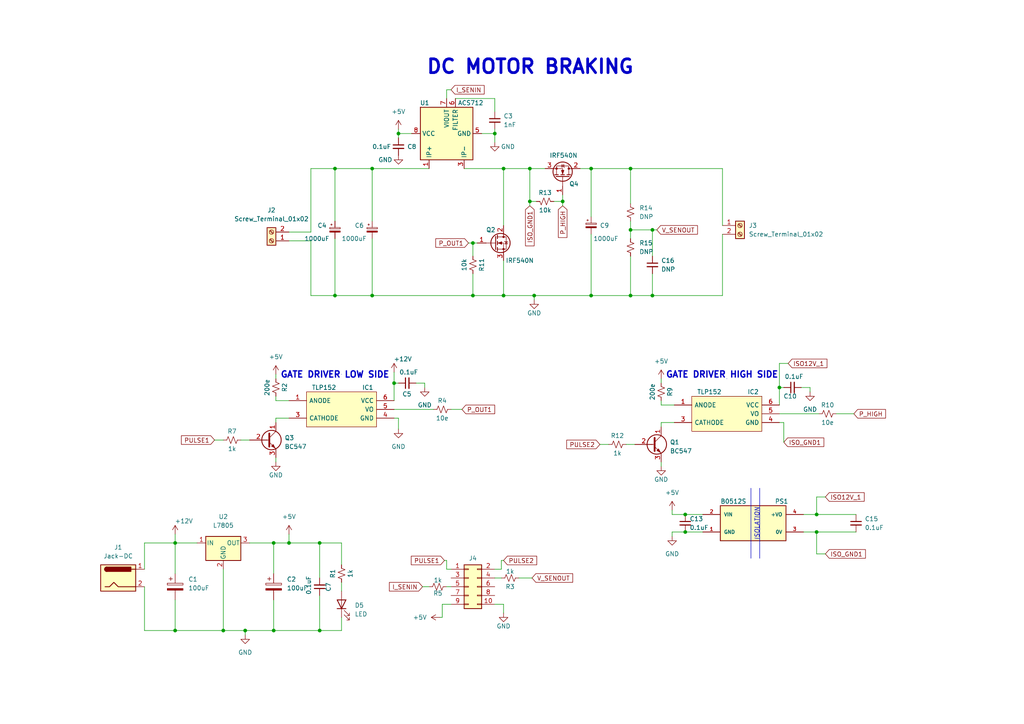
<source format=kicad_sch>
(kicad_sch
	(version 20231120)
	(generator "eeschema")
	(generator_version "8.0")
	(uuid "19e6f4d1-4295-4883-884d-140f95abd6de")
	(paper "A4")
	(lib_symbols
		(symbol "B0512S-1WR3:B0512S-1WR3"
			(pin_names
				(offset 1.016)
			)
			(exclude_from_sim no)
			(in_bom yes)
			(on_board yes)
			(property "Reference" "PS?"
				(at 0 10.16 0)
				(effects
					(font
						(size 1.27 1.27)
					)
				)
			)
			(property "Value" "B0512S-1WR3"
				(at 1.27 7.62 0)
				(effects
					(font
						(size 1.27 1.27)
					)
				)
			)
			(property "Footprint" "CONV_B0512S-1WR3"
				(at 1.27 0 0)
				(effects
					(font
						(size 1.27 1.27)
					)
					(justify bottom)
					(hide yes)
				)
			)
			(property "Datasheet" ""
				(at 0 0 0)
				(effects
					(font
						(size 1.27 1.27)
					)
					(hide yes)
				)
			)
			(property "Description" ""
				(at 0 0 0)
				(effects
					(font
						(size 1.27 1.27)
					)
					(hide yes)
				)
			)
			(property "MAXIMUM_PACKAGE_HEIGHT" "10.41 mm"
				(at 0 0 0)
				(effects
					(font
						(size 1.27 1.27)
					)
					(justify bottom)
					(hide yes)
				)
			)
			(property "STANDARD" "Manufacturer Recommendations"
				(at 1.27 0 0)
				(effects
					(font
						(size 1.27 1.27)
					)
					(justify bottom)
					(hide yes)
				)
			)
			(property "PARTREV" "2018.06.29-A/2"
				(at 1.27 0 0)
				(effects
					(font
						(size 1.27 1.27)
					)
					(justify bottom)
					(hide yes)
				)
			)
			(property "MANUFACTURER" "Mornsun"
				(at 0 0 0)
				(effects
					(font
						(size 1.27 1.27)
					)
					(justify bottom)
					(hide yes)
				)
			)
			(symbol "B0512S-1WR3_0_0"
				(rectangle
					(start -12.7 5.08)
					(end 6.35 -5.08)
					(stroke
						(width 0.254)
						(type default)
					)
					(fill
						(type background)
					)
				)
				(pin power_in line
					(at -17.78 -2.54 0)
					(length 5.08)
					(name "GND"
						(effects
							(font
								(size 1.016 1.016)
							)
						)
					)
					(number "1"
						(effects
							(font
								(size 1.016 1.016)
							)
						)
					)
				)
				(pin input line
					(at -17.78 2.54 0)
					(length 5.08)
					(name "VIN"
						(effects
							(font
								(size 1.016 1.016)
							)
						)
					)
					(number "2"
						(effects
							(font
								(size 1.016 1.016)
							)
						)
					)
				)
				(pin passive line
					(at 11.43 -2.54 180)
					(length 5.08)
					(name "0V"
						(effects
							(font
								(size 1.016 1.016)
							)
						)
					)
					(number "3"
						(effects
							(font
								(size 1.016 1.016)
							)
						)
					)
				)
				(pin output line
					(at 11.43 2.54 180)
					(length 5.08)
					(name "+VO"
						(effects
							(font
								(size 1.016 1.016)
							)
						)
					)
					(number "4"
						(effects
							(font
								(size 1.016 1.016)
							)
						)
					)
				)
			)
		)
		(symbol "Connector:Jack-DC"
			(pin_names
				(offset 1.016)
			)
			(exclude_from_sim no)
			(in_bom yes)
			(on_board yes)
			(property "Reference" "J"
				(at 0 5.334 0)
				(effects
					(font
						(size 1.27 1.27)
					)
				)
			)
			(property "Value" "Jack-DC"
				(at 0 -5.08 0)
				(effects
					(font
						(size 1.27 1.27)
					)
				)
			)
			(property "Footprint" ""
				(at 1.27 -1.016 0)
				(effects
					(font
						(size 1.27 1.27)
					)
					(hide yes)
				)
			)
			(property "Datasheet" "~"
				(at 1.27 -1.016 0)
				(effects
					(font
						(size 1.27 1.27)
					)
					(hide yes)
				)
			)
			(property "Description" "DC Barrel Jack"
				(at 0 0 0)
				(effects
					(font
						(size 1.27 1.27)
					)
					(hide yes)
				)
			)
			(property "ki_keywords" "DC power barrel jack connector"
				(at 0 0 0)
				(effects
					(font
						(size 1.27 1.27)
					)
					(hide yes)
				)
			)
			(property "ki_fp_filters" "BarrelJack*"
				(at 0 0 0)
				(effects
					(font
						(size 1.27 1.27)
					)
					(hide yes)
				)
			)
			(symbol "Jack-DC_0_1"
				(rectangle
					(start -5.08 3.81)
					(end 5.08 -3.81)
					(stroke
						(width 0.254)
						(type default)
					)
					(fill
						(type background)
					)
				)
				(arc
					(start -3.302 3.175)
					(mid -3.9343 2.54)
					(end -3.302 1.905)
					(stroke
						(width 0.254)
						(type default)
					)
					(fill
						(type none)
					)
				)
				(arc
					(start -3.302 3.175)
					(mid -3.9343 2.54)
					(end -3.302 1.905)
					(stroke
						(width 0.254)
						(type default)
					)
					(fill
						(type outline)
					)
				)
				(polyline
					(pts
						(xy 5.08 2.54) (xy 3.81 2.54)
					)
					(stroke
						(width 0.254)
						(type default)
					)
					(fill
						(type none)
					)
				)
				(polyline
					(pts
						(xy -3.81 -2.54) (xy -2.54 -2.54) (xy -1.27 -1.27) (xy 0 -2.54) (xy 2.54 -2.54) (xy 5.08 -2.54)
					)
					(stroke
						(width 0.254)
						(type default)
					)
					(fill
						(type none)
					)
				)
				(rectangle
					(start 3.683 3.175)
					(end -3.302 1.905)
					(stroke
						(width 0.254)
						(type default)
					)
					(fill
						(type outline)
					)
				)
			)
			(symbol "Jack-DC_1_1"
				(pin passive line
					(at 7.62 2.54 180)
					(length 2.54)
					(name "~"
						(effects
							(font
								(size 1.27 1.27)
							)
						)
					)
					(number "1"
						(effects
							(font
								(size 1.27 1.27)
							)
						)
					)
				)
				(pin passive line
					(at 7.62 -2.54 180)
					(length 2.54)
					(name "~"
						(effects
							(font
								(size 1.27 1.27)
							)
						)
					)
					(number "2"
						(effects
							(font
								(size 1.27 1.27)
							)
						)
					)
				)
			)
		)
		(symbol "Connector:Screw_Terminal_01x02"
			(pin_names
				(offset 1.016) hide)
			(exclude_from_sim no)
			(in_bom yes)
			(on_board yes)
			(property "Reference" "J"
				(at 0 2.54 0)
				(effects
					(font
						(size 1.27 1.27)
					)
				)
			)
			(property "Value" "Screw_Terminal_01x02"
				(at 0 -5.08 0)
				(effects
					(font
						(size 1.27 1.27)
					)
				)
			)
			(property "Footprint" ""
				(at 0 0 0)
				(effects
					(font
						(size 1.27 1.27)
					)
					(hide yes)
				)
			)
			(property "Datasheet" "~"
				(at 0 0 0)
				(effects
					(font
						(size 1.27 1.27)
					)
					(hide yes)
				)
			)
			(property "Description" "Generic screw terminal, single row, 01x02, script generated (kicad-library-utils/schlib/autogen/connector/)"
				(at 0 0 0)
				(effects
					(font
						(size 1.27 1.27)
					)
					(hide yes)
				)
			)
			(property "ki_keywords" "screw terminal"
				(at 0 0 0)
				(effects
					(font
						(size 1.27 1.27)
					)
					(hide yes)
				)
			)
			(property "ki_fp_filters" "TerminalBlock*:*"
				(at 0 0 0)
				(effects
					(font
						(size 1.27 1.27)
					)
					(hide yes)
				)
			)
			(symbol "Screw_Terminal_01x02_1_1"
				(rectangle
					(start -1.27 1.27)
					(end 1.27 -3.81)
					(stroke
						(width 0.254)
						(type default)
					)
					(fill
						(type background)
					)
				)
				(circle
					(center 0 -2.54)
					(radius 0.635)
					(stroke
						(width 0.1524)
						(type default)
					)
					(fill
						(type none)
					)
				)
				(polyline
					(pts
						(xy -0.5334 -2.2098) (xy 0.3302 -3.048)
					)
					(stroke
						(width 0.1524)
						(type default)
					)
					(fill
						(type none)
					)
				)
				(polyline
					(pts
						(xy -0.5334 0.3302) (xy 0.3302 -0.508)
					)
					(stroke
						(width 0.1524)
						(type default)
					)
					(fill
						(type none)
					)
				)
				(polyline
					(pts
						(xy -0.3556 -2.032) (xy 0.508 -2.8702)
					)
					(stroke
						(width 0.1524)
						(type default)
					)
					(fill
						(type none)
					)
				)
				(polyline
					(pts
						(xy -0.3556 0.508) (xy 0.508 -0.3302)
					)
					(stroke
						(width 0.1524)
						(type default)
					)
					(fill
						(type none)
					)
				)
				(circle
					(center 0 0)
					(radius 0.635)
					(stroke
						(width 0.1524)
						(type default)
					)
					(fill
						(type none)
					)
				)
				(pin passive line
					(at -5.08 0 0)
					(length 3.81)
					(name "Pin_1"
						(effects
							(font
								(size 1.27 1.27)
							)
						)
					)
					(number "1"
						(effects
							(font
								(size 1.27 1.27)
							)
						)
					)
				)
				(pin passive line
					(at -5.08 -2.54 0)
					(length 3.81)
					(name "Pin_2"
						(effects
							(font
								(size 1.27 1.27)
							)
						)
					)
					(number "2"
						(effects
							(font
								(size 1.27 1.27)
							)
						)
					)
				)
			)
		)
		(symbol "Connector_Generic:Conn_02x05_Odd_Even"
			(pin_names
				(offset 1.016) hide)
			(exclude_from_sim no)
			(in_bom yes)
			(on_board yes)
			(property "Reference" "J"
				(at 1.27 7.62 0)
				(effects
					(font
						(size 1.27 1.27)
					)
				)
			)
			(property "Value" "Conn_02x05_Odd_Even"
				(at 1.27 -7.62 0)
				(effects
					(font
						(size 1.27 1.27)
					)
				)
			)
			(property "Footprint" ""
				(at 0 0 0)
				(effects
					(font
						(size 1.27 1.27)
					)
					(hide yes)
				)
			)
			(property "Datasheet" "~"
				(at 0 0 0)
				(effects
					(font
						(size 1.27 1.27)
					)
					(hide yes)
				)
			)
			(property "Description" "Generic connector, double row, 02x05, odd/even pin numbering scheme (row 1 odd numbers, row 2 even numbers), script generated (kicad-library-utils/schlib/autogen/connector/)"
				(at 0 0 0)
				(effects
					(font
						(size 1.27 1.27)
					)
					(hide yes)
				)
			)
			(property "ki_keywords" "connector"
				(at 0 0 0)
				(effects
					(font
						(size 1.27 1.27)
					)
					(hide yes)
				)
			)
			(property "ki_fp_filters" "Connector*:*_2x??_*"
				(at 0 0 0)
				(effects
					(font
						(size 1.27 1.27)
					)
					(hide yes)
				)
			)
			(symbol "Conn_02x05_Odd_Even_1_1"
				(rectangle
					(start -1.27 -4.953)
					(end 0 -5.207)
					(stroke
						(width 0.1524)
						(type default)
					)
					(fill
						(type none)
					)
				)
				(rectangle
					(start -1.27 -2.413)
					(end 0 -2.667)
					(stroke
						(width 0.1524)
						(type default)
					)
					(fill
						(type none)
					)
				)
				(rectangle
					(start -1.27 0.127)
					(end 0 -0.127)
					(stroke
						(width 0.1524)
						(type default)
					)
					(fill
						(type none)
					)
				)
				(rectangle
					(start -1.27 2.667)
					(end 0 2.413)
					(stroke
						(width 0.1524)
						(type default)
					)
					(fill
						(type none)
					)
				)
				(rectangle
					(start -1.27 5.207)
					(end 0 4.953)
					(stroke
						(width 0.1524)
						(type default)
					)
					(fill
						(type none)
					)
				)
				(rectangle
					(start -1.27 6.35)
					(end 3.81 -6.35)
					(stroke
						(width 0.254)
						(type default)
					)
					(fill
						(type background)
					)
				)
				(rectangle
					(start 3.81 -4.953)
					(end 2.54 -5.207)
					(stroke
						(width 0.1524)
						(type default)
					)
					(fill
						(type none)
					)
				)
				(rectangle
					(start 3.81 -2.413)
					(end 2.54 -2.667)
					(stroke
						(width 0.1524)
						(type default)
					)
					(fill
						(type none)
					)
				)
				(rectangle
					(start 3.81 0.127)
					(end 2.54 -0.127)
					(stroke
						(width 0.1524)
						(type default)
					)
					(fill
						(type none)
					)
				)
				(rectangle
					(start 3.81 2.667)
					(end 2.54 2.413)
					(stroke
						(width 0.1524)
						(type default)
					)
					(fill
						(type none)
					)
				)
				(rectangle
					(start 3.81 5.207)
					(end 2.54 4.953)
					(stroke
						(width 0.1524)
						(type default)
					)
					(fill
						(type none)
					)
				)
				(pin passive line
					(at -5.08 5.08 0)
					(length 3.81)
					(name "Pin_1"
						(effects
							(font
								(size 1.27 1.27)
							)
						)
					)
					(number "1"
						(effects
							(font
								(size 1.27 1.27)
							)
						)
					)
				)
				(pin passive line
					(at 7.62 -5.08 180)
					(length 3.81)
					(name "Pin_10"
						(effects
							(font
								(size 1.27 1.27)
							)
						)
					)
					(number "10"
						(effects
							(font
								(size 1.27 1.27)
							)
						)
					)
				)
				(pin passive line
					(at 7.62 5.08 180)
					(length 3.81)
					(name "Pin_2"
						(effects
							(font
								(size 1.27 1.27)
							)
						)
					)
					(number "2"
						(effects
							(font
								(size 1.27 1.27)
							)
						)
					)
				)
				(pin passive line
					(at -5.08 2.54 0)
					(length 3.81)
					(name "Pin_3"
						(effects
							(font
								(size 1.27 1.27)
							)
						)
					)
					(number "3"
						(effects
							(font
								(size 1.27 1.27)
							)
						)
					)
				)
				(pin passive line
					(at 7.62 2.54 180)
					(length 3.81)
					(name "Pin_4"
						(effects
							(font
								(size 1.27 1.27)
							)
						)
					)
					(number "4"
						(effects
							(font
								(size 1.27 1.27)
							)
						)
					)
				)
				(pin passive line
					(at -5.08 0 0)
					(length 3.81)
					(name "Pin_5"
						(effects
							(font
								(size 1.27 1.27)
							)
						)
					)
					(number "5"
						(effects
							(font
								(size 1.27 1.27)
							)
						)
					)
				)
				(pin passive line
					(at 7.62 0 180)
					(length 3.81)
					(name "Pin_6"
						(effects
							(font
								(size 1.27 1.27)
							)
						)
					)
					(number "6"
						(effects
							(font
								(size 1.27 1.27)
							)
						)
					)
				)
				(pin passive line
					(at -5.08 -2.54 0)
					(length 3.81)
					(name "Pin_7"
						(effects
							(font
								(size 1.27 1.27)
							)
						)
					)
					(number "7"
						(effects
							(font
								(size 1.27 1.27)
							)
						)
					)
				)
				(pin passive line
					(at 7.62 -2.54 180)
					(length 3.81)
					(name "Pin_8"
						(effects
							(font
								(size 1.27 1.27)
							)
						)
					)
					(number "8"
						(effects
							(font
								(size 1.27 1.27)
							)
						)
					)
				)
				(pin passive line
					(at -5.08 -5.08 0)
					(length 3.81)
					(name "Pin_9"
						(effects
							(font
								(size 1.27 1.27)
							)
						)
					)
					(number "9"
						(effects
							(font
								(size 1.27 1.27)
							)
						)
					)
				)
			)
		)
		(symbol "Device:C_Polarized"
			(pin_numbers hide)
			(pin_names
				(offset 0.254)
			)
			(exclude_from_sim no)
			(in_bom yes)
			(on_board yes)
			(property "Reference" "C"
				(at 0.635 2.54 0)
				(effects
					(font
						(size 1.27 1.27)
					)
					(justify left)
				)
			)
			(property "Value" "C_Polarized"
				(at 0.635 -2.54 0)
				(effects
					(font
						(size 1.27 1.27)
					)
					(justify left)
				)
			)
			(property "Footprint" ""
				(at 0.9652 -3.81 0)
				(effects
					(font
						(size 1.27 1.27)
					)
					(hide yes)
				)
			)
			(property "Datasheet" "~"
				(at 0 0 0)
				(effects
					(font
						(size 1.27 1.27)
					)
					(hide yes)
				)
			)
			(property "Description" "Polarized capacitor"
				(at 0 0 0)
				(effects
					(font
						(size 1.27 1.27)
					)
					(hide yes)
				)
			)
			(property "ki_keywords" "cap capacitor"
				(at 0 0 0)
				(effects
					(font
						(size 1.27 1.27)
					)
					(hide yes)
				)
			)
			(property "ki_fp_filters" "CP_*"
				(at 0 0 0)
				(effects
					(font
						(size 1.27 1.27)
					)
					(hide yes)
				)
			)
			(symbol "C_Polarized_0_1"
				(rectangle
					(start -2.286 0.508)
					(end 2.286 1.016)
					(stroke
						(width 0)
						(type default)
					)
					(fill
						(type none)
					)
				)
				(polyline
					(pts
						(xy -1.778 2.286) (xy -0.762 2.286)
					)
					(stroke
						(width 0)
						(type default)
					)
					(fill
						(type none)
					)
				)
				(polyline
					(pts
						(xy -1.27 2.794) (xy -1.27 1.778)
					)
					(stroke
						(width 0)
						(type default)
					)
					(fill
						(type none)
					)
				)
				(rectangle
					(start 2.286 -0.508)
					(end -2.286 -1.016)
					(stroke
						(width 0)
						(type default)
					)
					(fill
						(type outline)
					)
				)
			)
			(symbol "C_Polarized_1_1"
				(pin passive line
					(at 0 3.81 270)
					(length 2.794)
					(name "~"
						(effects
							(font
								(size 1.27 1.27)
							)
						)
					)
					(number "1"
						(effects
							(font
								(size 1.27 1.27)
							)
						)
					)
				)
				(pin passive line
					(at 0 -3.81 90)
					(length 2.794)
					(name "~"
						(effects
							(font
								(size 1.27 1.27)
							)
						)
					)
					(number "2"
						(effects
							(font
								(size 1.27 1.27)
							)
						)
					)
				)
			)
		)
		(symbol "Device:C_Polarized_Small"
			(pin_numbers hide)
			(pin_names
				(offset 0.254) hide)
			(exclude_from_sim no)
			(in_bom yes)
			(on_board yes)
			(property "Reference" "C"
				(at 0.254 1.778 0)
				(effects
					(font
						(size 1.27 1.27)
					)
					(justify left)
				)
			)
			(property "Value" "C_Polarized_Small"
				(at 0.254 -2.032 0)
				(effects
					(font
						(size 1.27 1.27)
					)
					(justify left)
				)
			)
			(property "Footprint" ""
				(at 0 0 0)
				(effects
					(font
						(size 1.27 1.27)
					)
					(hide yes)
				)
			)
			(property "Datasheet" "~"
				(at 0 0 0)
				(effects
					(font
						(size 1.27 1.27)
					)
					(hide yes)
				)
			)
			(property "Description" "Polarized capacitor, small symbol"
				(at 0 0 0)
				(effects
					(font
						(size 1.27 1.27)
					)
					(hide yes)
				)
			)
			(property "ki_keywords" "cap capacitor"
				(at 0 0 0)
				(effects
					(font
						(size 1.27 1.27)
					)
					(hide yes)
				)
			)
			(property "ki_fp_filters" "CP_*"
				(at 0 0 0)
				(effects
					(font
						(size 1.27 1.27)
					)
					(hide yes)
				)
			)
			(symbol "C_Polarized_Small_0_1"
				(rectangle
					(start -1.524 -0.3048)
					(end 1.524 -0.6858)
					(stroke
						(width 0)
						(type default)
					)
					(fill
						(type outline)
					)
				)
				(rectangle
					(start -1.524 0.6858)
					(end 1.524 0.3048)
					(stroke
						(width 0)
						(type default)
					)
					(fill
						(type none)
					)
				)
				(polyline
					(pts
						(xy -1.27 1.524) (xy -0.762 1.524)
					)
					(stroke
						(width 0)
						(type default)
					)
					(fill
						(type none)
					)
				)
				(polyline
					(pts
						(xy -1.016 1.27) (xy -1.016 1.778)
					)
					(stroke
						(width 0)
						(type default)
					)
					(fill
						(type none)
					)
				)
			)
			(symbol "C_Polarized_Small_1_1"
				(pin passive line
					(at 0 2.54 270)
					(length 1.8542)
					(name "~"
						(effects
							(font
								(size 1.27 1.27)
							)
						)
					)
					(number "1"
						(effects
							(font
								(size 1.27 1.27)
							)
						)
					)
				)
				(pin passive line
					(at 0 -2.54 90)
					(length 1.8542)
					(name "~"
						(effects
							(font
								(size 1.27 1.27)
							)
						)
					)
					(number "2"
						(effects
							(font
								(size 1.27 1.27)
							)
						)
					)
				)
			)
		)
		(symbol "Device:C_Small"
			(pin_numbers hide)
			(pin_names
				(offset 0.254) hide)
			(exclude_from_sim no)
			(in_bom yes)
			(on_board yes)
			(property "Reference" "C"
				(at 0.254 1.778 0)
				(effects
					(font
						(size 1.27 1.27)
					)
					(justify left)
				)
			)
			(property "Value" "C_Small"
				(at 0.254 -2.032 0)
				(effects
					(font
						(size 1.27 1.27)
					)
					(justify left)
				)
			)
			(property "Footprint" ""
				(at 0 0 0)
				(effects
					(font
						(size 1.27 1.27)
					)
					(hide yes)
				)
			)
			(property "Datasheet" "~"
				(at 0 0 0)
				(effects
					(font
						(size 1.27 1.27)
					)
					(hide yes)
				)
			)
			(property "Description" "Unpolarized capacitor, small symbol"
				(at 0 0 0)
				(effects
					(font
						(size 1.27 1.27)
					)
					(hide yes)
				)
			)
			(property "ki_keywords" "capacitor cap"
				(at 0 0 0)
				(effects
					(font
						(size 1.27 1.27)
					)
					(hide yes)
				)
			)
			(property "ki_fp_filters" "C_*"
				(at 0 0 0)
				(effects
					(font
						(size 1.27 1.27)
					)
					(hide yes)
				)
			)
			(symbol "C_Small_0_1"
				(polyline
					(pts
						(xy -1.524 -0.508) (xy 1.524 -0.508)
					)
					(stroke
						(width 0.3302)
						(type default)
					)
					(fill
						(type none)
					)
				)
				(polyline
					(pts
						(xy -1.524 0.508) (xy 1.524 0.508)
					)
					(stroke
						(width 0.3048)
						(type default)
					)
					(fill
						(type none)
					)
				)
			)
			(symbol "C_Small_1_1"
				(pin passive line
					(at 0 2.54 270)
					(length 2.032)
					(name "~"
						(effects
							(font
								(size 1.27 1.27)
							)
						)
					)
					(number "1"
						(effects
							(font
								(size 1.27 1.27)
							)
						)
					)
				)
				(pin passive line
					(at 0 -2.54 90)
					(length 2.032)
					(name "~"
						(effects
							(font
								(size 1.27 1.27)
							)
						)
					)
					(number "2"
						(effects
							(font
								(size 1.27 1.27)
							)
						)
					)
				)
			)
		)
		(symbol "Device:LED"
			(pin_numbers hide)
			(pin_names
				(offset 1.016) hide)
			(exclude_from_sim no)
			(in_bom yes)
			(on_board yes)
			(property "Reference" "D"
				(at 0 2.54 0)
				(effects
					(font
						(size 1.27 1.27)
					)
				)
			)
			(property "Value" "LED"
				(at 0 -2.54 0)
				(effects
					(font
						(size 1.27 1.27)
					)
				)
			)
			(property "Footprint" ""
				(at 0 0 0)
				(effects
					(font
						(size 1.27 1.27)
					)
					(hide yes)
				)
			)
			(property "Datasheet" "~"
				(at 0 0 0)
				(effects
					(font
						(size 1.27 1.27)
					)
					(hide yes)
				)
			)
			(property "Description" "Light emitting diode"
				(at 0 0 0)
				(effects
					(font
						(size 1.27 1.27)
					)
					(hide yes)
				)
			)
			(property "ki_keywords" "LED diode"
				(at 0 0 0)
				(effects
					(font
						(size 1.27 1.27)
					)
					(hide yes)
				)
			)
			(property "ki_fp_filters" "LED* LED_SMD:* LED_THT:*"
				(at 0 0 0)
				(effects
					(font
						(size 1.27 1.27)
					)
					(hide yes)
				)
			)
			(symbol "LED_0_1"
				(polyline
					(pts
						(xy -1.27 -1.27) (xy -1.27 1.27)
					)
					(stroke
						(width 0.254)
						(type default)
					)
					(fill
						(type none)
					)
				)
				(polyline
					(pts
						(xy -1.27 0) (xy 1.27 0)
					)
					(stroke
						(width 0)
						(type default)
					)
					(fill
						(type none)
					)
				)
				(polyline
					(pts
						(xy 1.27 -1.27) (xy 1.27 1.27) (xy -1.27 0) (xy 1.27 -1.27)
					)
					(stroke
						(width 0.254)
						(type default)
					)
					(fill
						(type none)
					)
				)
				(polyline
					(pts
						(xy -3.048 -0.762) (xy -4.572 -2.286) (xy -3.81 -2.286) (xy -4.572 -2.286) (xy -4.572 -1.524)
					)
					(stroke
						(width 0)
						(type default)
					)
					(fill
						(type none)
					)
				)
				(polyline
					(pts
						(xy -1.778 -0.762) (xy -3.302 -2.286) (xy -2.54 -2.286) (xy -3.302 -2.286) (xy -3.302 -1.524)
					)
					(stroke
						(width 0)
						(type default)
					)
					(fill
						(type none)
					)
				)
			)
			(symbol "LED_1_1"
				(pin passive line
					(at -3.81 0 0)
					(length 2.54)
					(name "K"
						(effects
							(font
								(size 1.27 1.27)
							)
						)
					)
					(number "1"
						(effects
							(font
								(size 1.27 1.27)
							)
						)
					)
				)
				(pin passive line
					(at 3.81 0 180)
					(length 2.54)
					(name "A"
						(effects
							(font
								(size 1.27 1.27)
							)
						)
					)
					(number "2"
						(effects
							(font
								(size 1.27 1.27)
							)
						)
					)
				)
			)
		)
		(symbol "Device:R_Small_US"
			(pin_numbers hide)
			(pin_names
				(offset 0.254) hide)
			(exclude_from_sim no)
			(in_bom yes)
			(on_board yes)
			(property "Reference" "R"
				(at 0.762 0.508 0)
				(effects
					(font
						(size 1.27 1.27)
					)
					(justify left)
				)
			)
			(property "Value" "R_Small_US"
				(at 0.762 -1.016 0)
				(effects
					(font
						(size 1.27 1.27)
					)
					(justify left)
				)
			)
			(property "Footprint" ""
				(at 0 0 0)
				(effects
					(font
						(size 1.27 1.27)
					)
					(hide yes)
				)
			)
			(property "Datasheet" "~"
				(at 0 0 0)
				(effects
					(font
						(size 1.27 1.27)
					)
					(hide yes)
				)
			)
			(property "Description" "Resistor, small US symbol"
				(at 0 0 0)
				(effects
					(font
						(size 1.27 1.27)
					)
					(hide yes)
				)
			)
			(property "ki_keywords" "r resistor"
				(at 0 0 0)
				(effects
					(font
						(size 1.27 1.27)
					)
					(hide yes)
				)
			)
			(property "ki_fp_filters" "R_*"
				(at 0 0 0)
				(effects
					(font
						(size 1.27 1.27)
					)
					(hide yes)
				)
			)
			(symbol "R_Small_US_1_1"
				(polyline
					(pts
						(xy 0 0) (xy 1.016 -0.381) (xy 0 -0.762) (xy -1.016 -1.143) (xy 0 -1.524)
					)
					(stroke
						(width 0)
						(type default)
					)
					(fill
						(type none)
					)
				)
				(polyline
					(pts
						(xy 0 1.524) (xy 1.016 1.143) (xy 0 0.762) (xy -1.016 0.381) (xy 0 0)
					)
					(stroke
						(width 0)
						(type default)
					)
					(fill
						(type none)
					)
				)
				(pin passive line
					(at 0 2.54 270)
					(length 1.016)
					(name "~"
						(effects
							(font
								(size 1.27 1.27)
							)
						)
					)
					(number "1"
						(effects
							(font
								(size 1.27 1.27)
							)
						)
					)
				)
				(pin passive line
					(at 0 -2.54 90)
					(length 1.016)
					(name "~"
						(effects
							(font
								(size 1.27 1.27)
							)
						)
					)
					(number "2"
						(effects
							(font
								(size 1.27 1.27)
							)
						)
					)
				)
			)
		)
		(symbol "PCM_4ms_Power-symbol:+5V"
			(power)
			(pin_names
				(offset 0)
			)
			(exclude_from_sim no)
			(in_bom yes)
			(on_board yes)
			(property "Reference" "#PWR"
				(at 0 -3.81 0)
				(effects
					(font
						(size 1.27 1.27)
					)
					(hide yes)
				)
			)
			(property "Value" "+5V"
				(at 0 3.556 0)
				(effects
					(font
						(size 1.27 1.27)
					)
				)
			)
			(property "Footprint" ""
				(at 0 0 0)
				(effects
					(font
						(size 1.27 1.27)
					)
					(hide yes)
				)
			)
			(property "Datasheet" ""
				(at 0 0 0)
				(effects
					(font
						(size 1.27 1.27)
					)
					(hide yes)
				)
			)
			(property "Description" ""
				(at 0 0 0)
				(effects
					(font
						(size 1.27 1.27)
					)
					(hide yes)
				)
			)
			(symbol "+5V_0_1"
				(polyline
					(pts
						(xy -0.762 1.27) (xy 0 2.54)
					)
					(stroke
						(width 0)
						(type default)
					)
					(fill
						(type none)
					)
				)
				(polyline
					(pts
						(xy 0 0) (xy 0 2.54)
					)
					(stroke
						(width 0)
						(type default)
					)
					(fill
						(type none)
					)
				)
				(polyline
					(pts
						(xy 0 2.54) (xy 0.762 1.27)
					)
					(stroke
						(width 0)
						(type default)
					)
					(fill
						(type none)
					)
				)
			)
			(symbol "+5V_1_1"
				(pin power_in line
					(at 0 0 90)
					(length 0) hide
					(name "+5V"
						(effects
							(font
								(size 1.27 1.27)
							)
						)
					)
					(number "1"
						(effects
							(font
								(size 1.27 1.27)
							)
						)
					)
				)
			)
		)
		(symbol "Regulator_Linear:L7805"
			(pin_names
				(offset 0.254)
			)
			(exclude_from_sim no)
			(in_bom yes)
			(on_board yes)
			(property "Reference" "U"
				(at -3.81 3.175 0)
				(effects
					(font
						(size 1.27 1.27)
					)
				)
			)
			(property "Value" "L7805"
				(at 0 3.175 0)
				(effects
					(font
						(size 1.27 1.27)
					)
					(justify left)
				)
			)
			(property "Footprint" ""
				(at 0.635 -3.81 0)
				(effects
					(font
						(size 1.27 1.27)
						(italic yes)
					)
					(justify left)
					(hide yes)
				)
			)
			(property "Datasheet" "http://www.st.com/content/ccc/resource/technical/document/datasheet/41/4f/b3/b0/12/d4/47/88/CD00000444.pdf/files/CD00000444.pdf/jcr:content/translations/en.CD00000444.pdf"
				(at 0 -1.27 0)
				(effects
					(font
						(size 1.27 1.27)
					)
					(hide yes)
				)
			)
			(property "Description" "Positive 1.5A 35V Linear Regulator, Fixed Output 5V, TO-220/TO-263/TO-252"
				(at 0 0 0)
				(effects
					(font
						(size 1.27 1.27)
					)
					(hide yes)
				)
			)
			(property "ki_keywords" "Voltage Regulator 1.5A Positive"
				(at 0 0 0)
				(effects
					(font
						(size 1.27 1.27)
					)
					(hide yes)
				)
			)
			(property "ki_fp_filters" "TO?252* TO?263* TO?220*"
				(at 0 0 0)
				(effects
					(font
						(size 1.27 1.27)
					)
					(hide yes)
				)
			)
			(symbol "L7805_0_1"
				(rectangle
					(start -5.08 1.905)
					(end 5.08 -5.08)
					(stroke
						(width 0.254)
						(type default)
					)
					(fill
						(type background)
					)
				)
			)
			(symbol "L7805_1_1"
				(pin power_in line
					(at -7.62 0 0)
					(length 2.54)
					(name "IN"
						(effects
							(font
								(size 1.27 1.27)
							)
						)
					)
					(number "1"
						(effects
							(font
								(size 1.27 1.27)
							)
						)
					)
				)
				(pin power_in line
					(at 0 -7.62 90)
					(length 2.54)
					(name "GND"
						(effects
							(font
								(size 1.27 1.27)
							)
						)
					)
					(number "2"
						(effects
							(font
								(size 1.27 1.27)
							)
						)
					)
				)
				(pin power_out line
					(at 7.62 0 180)
					(length 2.54)
					(name "OUT"
						(effects
							(font
								(size 1.27 1.27)
							)
						)
					)
					(number "3"
						(effects
							(font
								(size 1.27 1.27)
							)
						)
					)
				)
			)
		)
		(symbol "Sensor_Current:ACS712xLCTR-05B"
			(exclude_from_sim no)
			(in_bom yes)
			(on_board yes)
			(property "Reference" "U"
				(at 2.54 11.43 0)
				(effects
					(font
						(size 1.27 1.27)
					)
					(justify left)
				)
			)
			(property "Value" "ACS712xLCTR-05B"
				(at 2.54 8.89 0)
				(effects
					(font
						(size 1.27 1.27)
					)
					(justify left)
				)
			)
			(property "Footprint" "Package_SO:SOIC-8_3.9x4.9mm_P1.27mm"
				(at 2.54 -8.89 0)
				(effects
					(font
						(size 1.27 1.27)
						(italic yes)
					)
					(justify left)
					(hide yes)
				)
			)
			(property "Datasheet" "http://www.allegromicro.com/~/media/Files/Datasheets/ACS712-Datasheet.ashx?la=en"
				(at 0 0 0)
				(effects
					(font
						(size 1.27 1.27)
					)
					(hide yes)
				)
			)
			(property "Description" "±5A Bidirectional Hall-Effect Current Sensor, +5.0V supply, 185mV/A, SOIC-8"
				(at 0 0 0)
				(effects
					(font
						(size 1.27 1.27)
					)
					(hide yes)
				)
			)
			(property "ki_keywords" "hall effect current monitor sensor isolated"
				(at 0 0 0)
				(effects
					(font
						(size 1.27 1.27)
					)
					(hide yes)
				)
			)
			(property "ki_fp_filters" "SOIC*3.9x4.9m*P1.27mm*"
				(at 0 0 0)
				(effects
					(font
						(size 1.27 1.27)
					)
					(hide yes)
				)
			)
			(symbol "ACS712xLCTR-05B_0_1"
				(rectangle
					(start -7.62 7.62)
					(end 7.62 -7.62)
					(stroke
						(width 0.254)
						(type default)
					)
					(fill
						(type background)
					)
				)
			)
			(symbol "ACS712xLCTR-05B_1_1"
				(pin passive line
					(at -10.16 5.08 0)
					(length 2.54)
					(name "IP+"
						(effects
							(font
								(size 1.27 1.27)
							)
						)
					)
					(number "1"
						(effects
							(font
								(size 1.27 1.27)
							)
						)
					)
				)
				(pin passive line
					(at -10.16 5.08 0)
					(length 2.54) hide
					(name "IP+"
						(effects
							(font
								(size 1.27 1.27)
							)
						)
					)
					(number "2"
						(effects
							(font
								(size 1.27 1.27)
							)
						)
					)
				)
				(pin passive line
					(at -10.16 -5.08 0)
					(length 2.54)
					(name "IP-"
						(effects
							(font
								(size 1.27 1.27)
							)
						)
					)
					(number "3"
						(effects
							(font
								(size 1.27 1.27)
							)
						)
					)
				)
				(pin passive line
					(at -10.16 -5.08 0)
					(length 2.54) hide
					(name "IP-"
						(effects
							(font
								(size 1.27 1.27)
							)
						)
					)
					(number "4"
						(effects
							(font
								(size 1.27 1.27)
							)
						)
					)
				)
				(pin power_in line
					(at 0 -10.16 90)
					(length 2.54)
					(name "GND"
						(effects
							(font
								(size 1.27 1.27)
							)
						)
					)
					(number "5"
						(effects
							(font
								(size 1.27 1.27)
							)
						)
					)
				)
				(pin passive line
					(at 10.16 -2.54 180)
					(length 2.54)
					(name "FILTER"
						(effects
							(font
								(size 1.27 1.27)
							)
						)
					)
					(number "6"
						(effects
							(font
								(size 1.27 1.27)
							)
						)
					)
				)
				(pin output line
					(at 10.16 0 180)
					(length 2.54)
					(name "VIOUT"
						(effects
							(font
								(size 1.27 1.27)
							)
						)
					)
					(number "7"
						(effects
							(font
								(size 1.27 1.27)
							)
						)
					)
				)
				(pin power_in line
					(at 0 10.16 270)
					(length 2.54)
					(name "VCC"
						(effects
							(font
								(size 1.27 1.27)
							)
						)
					)
					(number "8"
						(effects
							(font
								(size 1.27 1.27)
							)
						)
					)
				)
			)
		)
		(symbol "TLP152_2"
			(pin_names
				(offset 0.762)
			)
			(exclude_from_sim no)
			(in_bom yes)
			(on_board yes)
			(property "Reference" "IC1"
				(at 22.86 3.81 0)
				(effects
					(font
						(size 1.27 1.27)
					)
				)
			)
			(property "Value" "TLP152_2"
				(at 10.16 3.81 0)
				(effects
					(font
						(size 1.27 1.27)
					)
				)
			)
			(property "Footprint" "Package_SO:SO-5_4.4x3.6mm_P1.27mm"
				(at 26.67 2.54 0)
				(effects
					(font
						(size 1.27 1.27)
					)
					(justify left)
					(hide yes)
				)
			)
			(property "Datasheet" "https://www.tomsonelectronics.com/pages/search-results-page?q=152"
				(at 26.67 0 0)
				(effects
					(font
						(size 1.27 1.27)
					)
					(justify left)
					(hide yes)
				)
			)
			(property "Description" "Toshiba TLP152 DC Input IC Output Optocoupler, Surface Mount, 5-Pin SOIC"
				(at 26.67 -2.54 0)
				(effects
					(font
						(size 1.27 1.27)
					)
					(justify left)
					(hide yes)
				)
			)
			(property "Height" ""
				(at 26.67 -5.08 0)
				(effects
					(font
						(size 1.27 1.27)
					)
					(justify left)
					(hide yes)
				)
			)
			(property "Manufacturer_Name" "Toshiba"
				(at 26.67 -7.62 0)
				(effects
					(font
						(size 1.27 1.27)
					)
					(justify left)
					(hide yes)
				)
			)
			(property "Manufacturer_Part_Number" "TLP152"
				(at 26.67 -10.16 0)
				(effects
					(font
						(size 1.27 1.27)
					)
					(justify left)
					(hide yes)
				)
			)
			(property "Mouser Part Number" ""
				(at 26.67 -12.7 0)
				(effects
					(font
						(size 1.27 1.27)
					)
					(justify left)
					(hide yes)
				)
			)
			(property "Mouser Price/Stock" ""
				(at 26.67 -15.24 0)
				(effects
					(font
						(size 1.27 1.27)
					)
					(justify left)
					(hide yes)
				)
			)
			(property "Arrow Part Number" ""
				(at 26.67 -17.78 0)
				(effects
					(font
						(size 1.27 1.27)
					)
					(justify left)
					(hide yes)
				)
			)
			(property "Arrow Price/Stock" ""
				(at 26.67 -20.32 0)
				(effects
					(font
						(size 1.27 1.27)
					)
					(justify left)
					(hide yes)
				)
			)
			(symbol "TLP152_2_0_0"
				(pin passive line
					(at 0 0 0)
					(length 5.08)
					(name "ANODE"
						(effects
							(font
								(size 1.27 1.27)
							)
						)
					)
					(number "1"
						(effects
							(font
								(size 1.27 1.27)
							)
						)
					)
				)
				(pin passive line
					(at 0 -5.08 0)
					(length 5.08)
					(name "CATHODE"
						(effects
							(font
								(size 1.27 1.27)
							)
						)
					)
					(number "3"
						(effects
							(font
								(size 1.27 1.27)
							)
						)
					)
				)
				(pin passive line
					(at 30.48 -5.08 180)
					(length 5.08)
					(name "GND"
						(effects
							(font
								(size 1.27 1.27)
							)
						)
					)
					(number "4"
						(effects
							(font
								(size 1.27 1.27)
							)
						)
					)
				)
				(pin passive line
					(at 30.48 -2.54 180)
					(length 5.08)
					(name "VO"
						(effects
							(font
								(size 1.27 1.27)
							)
						)
					)
					(number "5"
						(effects
							(font
								(size 1.27 1.27)
							)
						)
					)
				)
				(pin passive line
					(at 30.48 0 180)
					(length 5.08)
					(name "VCC"
						(effects
							(font
								(size 1.27 1.27)
							)
						)
					)
					(number "6"
						(effects
							(font
								(size 1.27 1.27)
							)
						)
					)
				)
			)
			(symbol "TLP152_2_0_1"
				(polyline
					(pts
						(xy 5.08 2.54) (xy 25.4 2.54) (xy 25.4 -7.62) (xy 5.08 -7.62) (xy 5.08 2.54)
					)
					(stroke
						(width 0.1524)
						(type default)
					)
					(fill
						(type background)
					)
				)
			)
		)
		(symbol "Transistor_BJT:BC547"
			(pin_names
				(offset 0) hide)
			(exclude_from_sim no)
			(in_bom yes)
			(on_board yes)
			(property "Reference" "Q"
				(at 5.08 1.905 0)
				(effects
					(font
						(size 1.27 1.27)
					)
					(justify left)
				)
			)
			(property "Value" "BC547"
				(at 5.08 0 0)
				(effects
					(font
						(size 1.27 1.27)
					)
					(justify left)
				)
			)
			(property "Footprint" "Package_TO_SOT_THT:TO-92_Inline"
				(at 5.08 -1.905 0)
				(effects
					(font
						(size 1.27 1.27)
						(italic yes)
					)
					(justify left)
					(hide yes)
				)
			)
			(property "Datasheet" "https://www.onsemi.com/pub/Collateral/BC550-D.pdf"
				(at 0 0 0)
				(effects
					(font
						(size 1.27 1.27)
					)
					(justify left)
					(hide yes)
				)
			)
			(property "Description" "0.1A Ic, 45V Vce, Small Signal NPN Transistor, TO-92"
				(at 0 0 0)
				(effects
					(font
						(size 1.27 1.27)
					)
					(hide yes)
				)
			)
			(property "ki_keywords" "NPN Transistor"
				(at 0 0 0)
				(effects
					(font
						(size 1.27 1.27)
					)
					(hide yes)
				)
			)
			(property "ki_fp_filters" "TO?92*"
				(at 0 0 0)
				(effects
					(font
						(size 1.27 1.27)
					)
					(hide yes)
				)
			)
			(symbol "BC547_0_1"
				(polyline
					(pts
						(xy 0 0) (xy 0.635 0)
					)
					(stroke
						(width 0)
						(type default)
					)
					(fill
						(type none)
					)
				)
				(polyline
					(pts
						(xy 0.635 0.635) (xy 2.54 2.54)
					)
					(stroke
						(width 0)
						(type default)
					)
					(fill
						(type none)
					)
				)
				(polyline
					(pts
						(xy 0.635 -0.635) (xy 2.54 -2.54) (xy 2.54 -2.54)
					)
					(stroke
						(width 0)
						(type default)
					)
					(fill
						(type none)
					)
				)
				(polyline
					(pts
						(xy 0.635 1.905) (xy 0.635 -1.905) (xy 0.635 -1.905)
					)
					(stroke
						(width 0.508)
						(type default)
					)
					(fill
						(type none)
					)
				)
				(polyline
					(pts
						(xy 1.27 -1.778) (xy 1.778 -1.27) (xy 2.286 -2.286) (xy 1.27 -1.778) (xy 1.27 -1.778)
					)
					(stroke
						(width 0)
						(type default)
					)
					(fill
						(type outline)
					)
				)
				(circle
					(center 1.27 0)
					(radius 2.8194)
					(stroke
						(width 0.254)
						(type default)
					)
					(fill
						(type none)
					)
				)
			)
			(symbol "BC547_1_1"
				(pin passive line
					(at 2.54 5.08 270)
					(length 2.54)
					(name "C"
						(effects
							(font
								(size 1.27 1.27)
							)
						)
					)
					(number "1"
						(effects
							(font
								(size 1.27 1.27)
							)
						)
					)
				)
				(pin input line
					(at -5.08 0 0)
					(length 5.08)
					(name "B"
						(effects
							(font
								(size 1.27 1.27)
							)
						)
					)
					(number "2"
						(effects
							(font
								(size 1.27 1.27)
							)
						)
					)
				)
				(pin passive line
					(at 2.54 -5.08 90)
					(length 2.54)
					(name "E"
						(effects
							(font
								(size 1.27 1.27)
							)
						)
					)
					(number "3"
						(effects
							(font
								(size 1.27 1.27)
							)
						)
					)
				)
			)
		)
		(symbol "Transistor_FET:IRF540N"
			(pin_names hide)
			(exclude_from_sim no)
			(in_bom yes)
			(on_board yes)
			(property "Reference" "Q"
				(at 6.35 1.905 0)
				(effects
					(font
						(size 1.27 1.27)
					)
					(justify left)
				)
			)
			(property "Value" "IRF540N"
				(at 6.35 0 0)
				(effects
					(font
						(size 1.27 1.27)
					)
					(justify left)
				)
			)
			(property "Footprint" "Package_TO_SOT_THT:TO-220-3_Vertical"
				(at 6.35 -1.905 0)
				(effects
					(font
						(size 1.27 1.27)
						(italic yes)
					)
					(justify left)
					(hide yes)
				)
			)
			(property "Datasheet" "http://www.irf.com/product-info/datasheets/data/irf540n.pdf"
				(at 0 0 0)
				(effects
					(font
						(size 1.27 1.27)
					)
					(justify left)
					(hide yes)
				)
			)
			(property "Description" "33A Id, 100V Vds, HEXFET N-Channel MOSFET, TO-220"
				(at 0 0 0)
				(effects
					(font
						(size 1.27 1.27)
					)
					(hide yes)
				)
			)
			(property "ki_keywords" "HEXFET N-Channel MOSFET"
				(at 0 0 0)
				(effects
					(font
						(size 1.27 1.27)
					)
					(hide yes)
				)
			)
			(property "ki_fp_filters" "TO?220*"
				(at 0 0 0)
				(effects
					(font
						(size 1.27 1.27)
					)
					(hide yes)
				)
			)
			(symbol "IRF540N_0_1"
				(polyline
					(pts
						(xy 0.254 0) (xy -2.54 0)
					)
					(stroke
						(width 0)
						(type default)
					)
					(fill
						(type none)
					)
				)
				(polyline
					(pts
						(xy 0.254 1.905) (xy 0.254 -1.905)
					)
					(stroke
						(width 0.254)
						(type default)
					)
					(fill
						(type none)
					)
				)
				(polyline
					(pts
						(xy 0.762 -1.27) (xy 0.762 -2.286)
					)
					(stroke
						(width 0.254)
						(type default)
					)
					(fill
						(type none)
					)
				)
				(polyline
					(pts
						(xy 0.762 0.508) (xy 0.762 -0.508)
					)
					(stroke
						(width 0.254)
						(type default)
					)
					(fill
						(type none)
					)
				)
				(polyline
					(pts
						(xy 0.762 2.286) (xy 0.762 1.27)
					)
					(stroke
						(width 0.254)
						(type default)
					)
					(fill
						(type none)
					)
				)
				(polyline
					(pts
						(xy 2.54 2.54) (xy 2.54 1.778)
					)
					(stroke
						(width 0)
						(type default)
					)
					(fill
						(type none)
					)
				)
				(polyline
					(pts
						(xy 2.54 -2.54) (xy 2.54 0) (xy 0.762 0)
					)
					(stroke
						(width 0)
						(type default)
					)
					(fill
						(type none)
					)
				)
				(polyline
					(pts
						(xy 0.762 -1.778) (xy 3.302 -1.778) (xy 3.302 1.778) (xy 0.762 1.778)
					)
					(stroke
						(width 0)
						(type default)
					)
					(fill
						(type none)
					)
				)
				(polyline
					(pts
						(xy 1.016 0) (xy 2.032 0.381) (xy 2.032 -0.381) (xy 1.016 0)
					)
					(stroke
						(width 0)
						(type default)
					)
					(fill
						(type outline)
					)
				)
				(polyline
					(pts
						(xy 2.794 0.508) (xy 2.921 0.381) (xy 3.683 0.381) (xy 3.81 0.254)
					)
					(stroke
						(width 0)
						(type default)
					)
					(fill
						(type none)
					)
				)
				(polyline
					(pts
						(xy 3.302 0.381) (xy 2.921 -0.254) (xy 3.683 -0.254) (xy 3.302 0.381)
					)
					(stroke
						(width 0)
						(type default)
					)
					(fill
						(type none)
					)
				)
				(circle
					(center 1.651 0)
					(radius 2.794)
					(stroke
						(width 0.254)
						(type default)
					)
					(fill
						(type none)
					)
				)
				(circle
					(center 2.54 -1.778)
					(radius 0.254)
					(stroke
						(width 0)
						(type default)
					)
					(fill
						(type outline)
					)
				)
				(circle
					(center 2.54 1.778)
					(radius 0.254)
					(stroke
						(width 0)
						(type default)
					)
					(fill
						(type outline)
					)
				)
			)
			(symbol "IRF540N_1_1"
				(pin input line
					(at -5.08 0 0)
					(length 2.54)
					(name "G"
						(effects
							(font
								(size 1.27 1.27)
							)
						)
					)
					(number "1"
						(effects
							(font
								(size 1.27 1.27)
							)
						)
					)
				)
				(pin passive line
					(at 2.54 5.08 270)
					(length 2.54)
					(name "D"
						(effects
							(font
								(size 1.27 1.27)
							)
						)
					)
					(number "2"
						(effects
							(font
								(size 1.27 1.27)
							)
						)
					)
				)
				(pin passive line
					(at 2.54 -5.08 90)
					(length 2.54)
					(name "S"
						(effects
							(font
								(size 1.27 1.27)
							)
						)
					)
					(number "3"
						(effects
							(font
								(size 1.27 1.27)
							)
						)
					)
				)
			)
		)
		(symbol "power:+12V"
			(power)
			(pin_names
				(offset 0)
			)
			(exclude_from_sim no)
			(in_bom yes)
			(on_board yes)
			(property "Reference" "#PWR"
				(at 0 -3.81 0)
				(effects
					(font
						(size 1.27 1.27)
					)
					(hide yes)
				)
			)
			(property "Value" "+12V"
				(at 0 3.556 0)
				(effects
					(font
						(size 1.27 1.27)
					)
				)
			)
			(property "Footprint" ""
				(at 0 0 0)
				(effects
					(font
						(size 1.27 1.27)
					)
					(hide yes)
				)
			)
			(property "Datasheet" ""
				(at 0 0 0)
				(effects
					(font
						(size 1.27 1.27)
					)
					(hide yes)
				)
			)
			(property "Description" "Power symbol creates a global label with name \"+12V\""
				(at 0 0 0)
				(effects
					(font
						(size 1.27 1.27)
					)
					(hide yes)
				)
			)
			(property "ki_keywords" "power-flag"
				(at 0 0 0)
				(effects
					(font
						(size 1.27 1.27)
					)
					(hide yes)
				)
			)
			(symbol "+12V_0_1"
				(polyline
					(pts
						(xy -0.762 1.27) (xy 0 2.54)
					)
					(stroke
						(width 0)
						(type default)
					)
					(fill
						(type none)
					)
				)
				(polyline
					(pts
						(xy 0 0) (xy 0 2.54)
					)
					(stroke
						(width 0)
						(type default)
					)
					(fill
						(type none)
					)
				)
				(polyline
					(pts
						(xy 0 2.54) (xy 0.762 1.27)
					)
					(stroke
						(width 0)
						(type default)
					)
					(fill
						(type none)
					)
				)
			)
			(symbol "+12V_1_1"
				(pin power_in line
					(at 0 0 90)
					(length 0) hide
					(name "+12V"
						(effects
							(font
								(size 1.27 1.27)
							)
						)
					)
					(number "1"
						(effects
							(font
								(size 1.27 1.27)
							)
						)
					)
				)
			)
		)
		(symbol "power:+5V"
			(power)
			(pin_names
				(offset 0)
			)
			(exclude_from_sim no)
			(in_bom yes)
			(on_board yes)
			(property "Reference" "#PWR"
				(at 0 -3.81 0)
				(effects
					(font
						(size 1.27 1.27)
					)
					(hide yes)
				)
			)
			(property "Value" "+5V"
				(at 0 3.556 0)
				(effects
					(font
						(size 1.27 1.27)
					)
				)
			)
			(property "Footprint" ""
				(at 0 0 0)
				(effects
					(font
						(size 1.27 1.27)
					)
					(hide yes)
				)
			)
			(property "Datasheet" ""
				(at 0 0 0)
				(effects
					(font
						(size 1.27 1.27)
					)
					(hide yes)
				)
			)
			(property "Description" "Power symbol creates a global label with name \"+5V\""
				(at 0 0 0)
				(effects
					(font
						(size 1.27 1.27)
					)
					(hide yes)
				)
			)
			(property "ki_keywords" "power-flag"
				(at 0 0 0)
				(effects
					(font
						(size 1.27 1.27)
					)
					(hide yes)
				)
			)
			(symbol "+5V_0_1"
				(polyline
					(pts
						(xy -0.762 1.27) (xy 0 2.54)
					)
					(stroke
						(width 0)
						(type default)
					)
					(fill
						(type none)
					)
				)
				(polyline
					(pts
						(xy 0 0) (xy 0 2.54)
					)
					(stroke
						(width 0)
						(type default)
					)
					(fill
						(type none)
					)
				)
				(polyline
					(pts
						(xy 0 2.54) (xy 0.762 1.27)
					)
					(stroke
						(width 0)
						(type default)
					)
					(fill
						(type none)
					)
				)
			)
			(symbol "+5V_1_1"
				(pin power_in line
					(at 0 0 90)
					(length 0) hide
					(name "+5V"
						(effects
							(font
								(size 1.27 1.27)
							)
						)
					)
					(number "1"
						(effects
							(font
								(size 1.27 1.27)
							)
						)
					)
				)
			)
		)
		(symbol "power:GND"
			(power)
			(pin_names
				(offset 0)
			)
			(exclude_from_sim no)
			(in_bom yes)
			(on_board yes)
			(property "Reference" "#PWR"
				(at 0 -6.35 0)
				(effects
					(font
						(size 1.27 1.27)
					)
					(hide yes)
				)
			)
			(property "Value" "GND"
				(at 0 -3.81 0)
				(effects
					(font
						(size 1.27 1.27)
					)
				)
			)
			(property "Footprint" ""
				(at 0 0 0)
				(effects
					(font
						(size 1.27 1.27)
					)
					(hide yes)
				)
			)
			(property "Datasheet" ""
				(at 0 0 0)
				(effects
					(font
						(size 1.27 1.27)
					)
					(hide yes)
				)
			)
			(property "Description" "Power symbol creates a global label with name \"GND\" , ground"
				(at 0 0 0)
				(effects
					(font
						(size 1.27 1.27)
					)
					(hide yes)
				)
			)
			(property "ki_keywords" "power-flag"
				(at 0 0 0)
				(effects
					(font
						(size 1.27 1.27)
					)
					(hide yes)
				)
			)
			(symbol "GND_0_1"
				(polyline
					(pts
						(xy 0 0) (xy 0 -1.27) (xy 1.27 -1.27) (xy 0 -2.54) (xy -1.27 -1.27) (xy 0 -1.27)
					)
					(stroke
						(width 0)
						(type default)
					)
					(fill
						(type none)
					)
				)
			)
			(symbol "GND_1_1"
				(pin power_in line
					(at 0 0 270)
					(length 0) hide
					(name "GND"
						(effects
							(font
								(size 1.27 1.27)
							)
						)
					)
					(number "1"
						(effects
							(font
								(size 1.27 1.27)
							)
						)
					)
				)
			)
		)
	)
	(junction
		(at 97.155 85.725)
		(diameter 0)
		(color 0 0 0 0)
		(uuid "0afdabc3-10f3-4df0-bb9e-eb5c85e13288")
	)
	(junction
		(at 182.88 85.725)
		(diameter 0)
		(color 0 0 0 0)
		(uuid "0d482d7d-df5e-4b1f-ab55-7ed1ed368291")
	)
	(junction
		(at 189.23 85.725)
		(diameter 0)
		(color 0 0 0 0)
		(uuid "0e87a4ee-611b-446a-89d1-175a1fee448e")
	)
	(junction
		(at 236.855 149.225)
		(diameter 0)
		(color 0 0 0 0)
		(uuid "1149a40e-64c8-434b-a960-aa92b521a220")
	)
	(junction
		(at 143.51 38.735)
		(diameter 0)
		(color 0 0 0 0)
		(uuid "17b5da2d-0e32-4807-96b6-6d374fb0c539")
	)
	(junction
		(at 79.375 157.48)
		(diameter 0)
		(color 0 0 0 0)
		(uuid "1ba89329-74ea-4b2e-8c08-ebe6281e8a0f")
	)
	(junction
		(at 236.855 154.305)
		(diameter 0)
		(color 0 0 0 0)
		(uuid "2357a1b5-43a9-4d8e-ba5f-54a1c16110a1")
	)
	(junction
		(at 92.71 182.88)
		(diameter 0)
		(color 0 0 0 0)
		(uuid "266ea600-04fe-462d-936e-0601494997cd")
	)
	(junction
		(at 107.95 85.725)
		(diameter 0)
		(color 0 0 0 0)
		(uuid "2a32a527-a396-4f95-9665-696027928c3d")
	)
	(junction
		(at 114.3 111.125)
		(diameter 0)
		(color 0 0 0 0)
		(uuid "2f1cafbc-caa9-41c3-85db-14a93dabb64b")
	)
	(junction
		(at 198.755 154.305)
		(diameter 0)
		(color 0 0 0 0)
		(uuid "39329a96-b371-4677-9992-787d579ff316")
	)
	(junction
		(at 64.77 182.88)
		(diameter 0)
		(color 0 0 0 0)
		(uuid "3e64e94c-9a54-4173-99a3-7c29342586f7")
	)
	(junction
		(at 189.23 66.675)
		(diameter 0)
		(color 0 0 0 0)
		(uuid "42c8792c-10e1-4e34-96bc-fb37b7a8d84b")
	)
	(junction
		(at 83.82 157.48)
		(diameter 0)
		(color 0 0 0 0)
		(uuid "49d37115-f041-4a35-93ac-f33795b26283")
	)
	(junction
		(at 153.67 58.42)
		(diameter 0)
		(color 0 0 0 0)
		(uuid "4f62514e-ba4f-4cc6-95c1-a475acfd0fb8")
	)
	(junction
		(at 137.16 85.725)
		(diameter 0)
		(color 0 0 0 0)
		(uuid "63ac2376-0ded-4028-a3e7-ab96d9c2d621")
	)
	(junction
		(at 182.88 48.895)
		(diameter 0)
		(color 0 0 0 0)
		(uuid "6d1d1b6b-2adb-4038-b6e9-cf252f17f60e")
	)
	(junction
		(at 163.195 58.42)
		(diameter 0)
		(color 0 0 0 0)
		(uuid "741d266a-40a8-48fb-93eb-96a626b53c67")
	)
	(junction
		(at 146.05 85.725)
		(diameter 0)
		(color 0 0 0 0)
		(uuid "7a1172c6-4658-4a8f-98f1-c689a099ec88")
	)
	(junction
		(at 182.88 66.675)
		(diameter 0)
		(color 0 0 0 0)
		(uuid "7a63514e-855f-4bb5-a008-515409fc9e9c")
	)
	(junction
		(at 107.95 48.895)
		(diameter 0)
		(color 0 0 0 0)
		(uuid "84c22ef6-9359-41f7-8b57-4be57e684300")
	)
	(junction
		(at 50.8 157.48)
		(diameter 0)
		(color 0 0 0 0)
		(uuid "89f9fc4b-6af4-408e-9f27-aa3766a9c0a3")
	)
	(junction
		(at 146.05 48.895)
		(diameter 0)
		(color 0 0 0 0)
		(uuid "96dba5d3-27ca-4970-9268-e06d1ac07848")
	)
	(junction
		(at 97.155 48.895)
		(diameter 0)
		(color 0 0 0 0)
		(uuid "a006f61d-3072-4e82-85fc-b6235aa13aeb")
	)
	(junction
		(at 153.67 48.895)
		(diameter 0)
		(color 0 0 0 0)
		(uuid "aa455424-e5f9-4256-9325-8bb43520d34b")
	)
	(junction
		(at 154.94 85.725)
		(diameter 0)
		(color 0 0 0 0)
		(uuid "b08a6abb-9804-4c51-8698-42d429d6741f")
	)
	(junction
		(at 226.06 112.395)
		(diameter 0)
		(color 0 0 0 0)
		(uuid "b2b24c99-4b16-4bcc-a443-ab9075953241")
	)
	(junction
		(at 171.45 85.725)
		(diameter 0)
		(color 0 0 0 0)
		(uuid "bfcf1f78-5002-4e3e-992e-6ff1d4f7c343")
	)
	(junction
		(at 92.71 157.48)
		(diameter 0)
		(color 0 0 0 0)
		(uuid "c35dd308-a3e9-4849-a611-baa4169441a6")
	)
	(junction
		(at 79.375 182.88)
		(diameter 0)
		(color 0 0 0 0)
		(uuid "cbb00412-15d0-44a2-9c60-e79eebc39538")
	)
	(junction
		(at 115.57 38.735)
		(diameter 0)
		(color 0 0 0 0)
		(uuid "d77c088a-44a9-4e9d-af59-496210320922")
	)
	(junction
		(at 71.12 182.88)
		(diameter 0)
		(color 0 0 0 0)
		(uuid "dd02a01f-6255-41d8-89ab-2c965773d777")
	)
	(junction
		(at 198.755 149.225)
		(diameter 0)
		(color 0 0 0 0)
		(uuid "e1cf52fb-da63-4fcb-8367-523103b59cd8")
	)
	(junction
		(at 50.8 182.88)
		(diameter 0)
		(color 0 0 0 0)
		(uuid "ec10ac3c-9582-4e8b-b764-ebc1df4afbc5")
	)
	(junction
		(at 171.45 48.895)
		(diameter 0)
		(color 0 0 0 0)
		(uuid "f5d16bd8-0a4d-4cb1-a57c-36be91d7f4bb")
	)
	(junction
		(at 137.16 70.485)
		(diameter 0)
		(color 0 0 0 0)
		(uuid "f86d233a-fe97-4cd3-a5a5-99706e4e840a")
	)
	(wire
		(pts
			(xy 128.905 162.56) (xy 129.54 162.56)
		)
		(stroke
			(width 0)
			(type default)
		)
		(uuid "0004ec99-645c-4a22-9026-ab5bbbf20ccc")
	)
	(wire
		(pts
			(xy 146.05 75.565) (xy 146.05 85.725)
		)
		(stroke
			(width 0)
			(type default)
		)
		(uuid "00f04d93-32d7-4663-9461-3006850e897b")
	)
	(wire
		(pts
			(xy 209.55 67.945) (xy 209.55 85.725)
		)
		(stroke
			(width 0)
			(type default)
		)
		(uuid "032c1136-1486-4e09-9e32-c31728267797")
	)
	(wire
		(pts
			(xy 145.415 162.56) (xy 146.05 162.56)
		)
		(stroke
			(width 0)
			(type default)
		)
		(uuid "04d09572-7db4-4795-90ec-c37160f018a6")
	)
	(wire
		(pts
			(xy 143.51 28.575) (xy 143.51 32.385)
		)
		(stroke
			(width 0)
			(type default)
		)
		(uuid "075985a9-60bf-40c9-aa75-e72dc71965d4")
	)
	(wire
		(pts
			(xy 173.99 128.905) (xy 176.53 128.905)
		)
		(stroke
			(width 0)
			(type default)
		)
		(uuid "08158006-8b3c-456c-8877-e80e32a8b9c1")
	)
	(wire
		(pts
			(xy 226.06 105.41) (xy 226.06 112.395)
		)
		(stroke
			(width 0)
			(type default)
		)
		(uuid "09158d2d-5434-4984-a632-907569c242e4")
	)
	(wire
		(pts
			(xy 171.45 85.725) (xy 182.88 85.725)
		)
		(stroke
			(width 0)
			(type default)
		)
		(uuid "09b0cb27-35d7-410f-8fc4-0e71bf7c667d")
	)
	(wire
		(pts
			(xy 226.06 112.395) (xy 227.33 112.395)
		)
		(stroke
			(width 0)
			(type default)
		)
		(uuid "0abe74b0-99bd-49a4-ae37-7f983f827677")
	)
	(wire
		(pts
			(xy 194.945 149.225) (xy 194.945 147.955)
		)
		(stroke
			(width 0)
			(type default)
		)
		(uuid "0b0738a0-de76-4253-bf0c-00d12bbe4999")
	)
	(wire
		(pts
			(xy 83.82 157.48) (xy 92.71 157.48)
		)
		(stroke
			(width 0)
			(type default)
		)
		(uuid "0ba62673-b4db-4c08-91f9-2220caf31f3c")
	)
	(wire
		(pts
			(xy 129.54 28.575) (xy 129.54 26.035)
		)
		(stroke
			(width 0)
			(type default)
		)
		(uuid "0e86e2df-b2ad-458c-9ec5-a1d03827181d")
	)
	(wire
		(pts
			(xy 123.19 111.125) (xy 120.65 111.125)
		)
		(stroke
			(width 0)
			(type default)
		)
		(uuid "0fcd4977-4f3d-48ce-877c-f3008e3ab5d3")
	)
	(wire
		(pts
			(xy 163.195 59.69) (xy 163.195 58.42)
		)
		(stroke
			(width 0)
			(type default)
		)
		(uuid "11c1fe9d-c42d-4884-aa03-92604aeb2ddb")
	)
	(wire
		(pts
			(xy 129.54 162.56) (xy 129.54 165.1)
		)
		(stroke
			(width 0)
			(type default)
		)
		(uuid "126b7ab6-9d6b-4cb3-818d-6aa4afec7682")
	)
	(wire
		(pts
			(xy 182.88 48.895) (xy 209.55 48.895)
		)
		(stroke
			(width 0)
			(type default)
		)
		(uuid "12d61e80-9c25-4cd5-abed-18aac365d830")
	)
	(wire
		(pts
			(xy 189.23 74.295) (xy 189.23 66.675)
		)
		(stroke
			(width 0)
			(type default)
		)
		(uuid "12f093a6-e160-42df-a4fc-6482cd4e22e2")
	)
	(wire
		(pts
			(xy 80.01 132.715) (xy 80.01 133.985)
		)
		(stroke
			(width 0)
			(type default)
		)
		(uuid "158f3891-cf04-4b6e-a8e6-4e5107879eda")
	)
	(wire
		(pts
			(xy 191.77 109.855) (xy 191.77 111.125)
		)
		(stroke
			(width 0)
			(type default)
		)
		(uuid "15d6c738-97e0-4001-832d-bdd27531c43f")
	)
	(wire
		(pts
			(xy 182.88 59.055) (xy 182.88 48.895)
		)
		(stroke
			(width 0)
			(type default)
		)
		(uuid "1857b3d8-a258-4b70-bcbd-2d7b9ea6fa3d")
	)
	(wire
		(pts
			(xy 129.54 26.035) (xy 130.81 26.035)
		)
		(stroke
			(width 0)
			(type default)
		)
		(uuid "18e942bc-2c3f-499e-84b5-bbe5513cfa75")
	)
	(wire
		(pts
			(xy 227.33 122.555) (xy 227.33 128.27)
		)
		(stroke
			(width 0)
			(type default)
		)
		(uuid "1a2e7051-b7b3-4495-a78c-651e1f268df2")
	)
	(wire
		(pts
			(xy 181.61 128.905) (xy 184.15 128.905)
		)
		(stroke
			(width 0)
			(type default)
		)
		(uuid "1a92245b-0773-4293-9ab1-a66a9ca5a0e9")
	)
	(wire
		(pts
			(xy 71.12 182.88) (xy 79.375 182.88)
		)
		(stroke
			(width 0)
			(type default)
		)
		(uuid "1ee235fa-eb20-4bdc-a5ee-9f0ff69aabc0")
	)
	(wire
		(pts
			(xy 228.6 105.41) (xy 226.06 105.41)
		)
		(stroke
			(width 0)
			(type default)
		)
		(uuid "23201e2d-82bf-4935-9431-8cafda3cb0ac")
	)
	(wire
		(pts
			(xy 79.375 182.88) (xy 92.71 182.88)
		)
		(stroke
			(width 0)
			(type default)
		)
		(uuid "242aaf4a-e577-422d-ae87-573007d52c75")
	)
	(wire
		(pts
			(xy 50.8 157.48) (xy 50.8 166.37)
		)
		(stroke
			(width 0)
			(type default)
		)
		(uuid "279cbbbf-0fda-4973-99a5-0295556cf802")
	)
	(wire
		(pts
			(xy 90.17 69.85) (xy 90.17 85.725)
		)
		(stroke
			(width 0)
			(type default)
		)
		(uuid "286f704b-a3a3-4fbb-a7ac-1646b1acb91e")
	)
	(wire
		(pts
			(xy 233.045 149.225) (xy 236.855 149.225)
		)
		(stroke
			(width 0)
			(type default)
		)
		(uuid "2996fde2-8ae2-4b10-a9ef-1fa5a3518007")
	)
	(wire
		(pts
			(xy 72.39 157.48) (xy 79.375 157.48)
		)
		(stroke
			(width 0)
			(type default)
		)
		(uuid "2a1a5282-5466-4780-9ffe-6f94e9bae59b")
	)
	(wire
		(pts
			(xy 114.3 107.95) (xy 114.3 111.125)
		)
		(stroke
			(width 0)
			(type default)
		)
		(uuid "2a70dffd-1f7b-4806-bea0-93ee170e26d3")
	)
	(wire
		(pts
			(xy 191.77 122.555) (xy 195.58 122.555)
		)
		(stroke
			(width 0)
			(type default)
		)
		(uuid "2a747af1-84fc-445e-a626-0c0ba0b302f5")
	)
	(wire
		(pts
			(xy 41.91 182.88) (xy 50.8 182.88)
		)
		(stroke
			(width 0)
			(type default)
		)
		(uuid "2f6341b7-5a73-4af0-9259-879d77b21ce7")
	)
	(wire
		(pts
			(xy 123.19 112.395) (xy 123.19 111.125)
		)
		(stroke
			(width 0)
			(type default)
		)
		(uuid "2ff7ea76-b1fc-41bc-aef8-2e462a23ce1b")
	)
	(wire
		(pts
			(xy 99.06 179.07) (xy 99.06 182.88)
		)
		(stroke
			(width 0)
			(type default)
		)
		(uuid "35b0d926-abdb-427a-9eae-69aa92ca7005")
	)
	(wire
		(pts
			(xy 242.57 120.015) (xy 247.65 120.015)
		)
		(stroke
			(width 0)
			(type default)
		)
		(uuid "35cd9e87-3294-4baf-a999-5a10f19e33dd")
	)
	(wire
		(pts
			(xy 92.71 157.48) (xy 92.71 167.64)
		)
		(stroke
			(width 0)
			(type default)
		)
		(uuid "36c53eef-fb7d-48df-9d8b-ce9108ad974a")
	)
	(wire
		(pts
			(xy 62.23 127.635) (xy 64.77 127.635)
		)
		(stroke
			(width 0)
			(type default)
		)
		(uuid "36d68635-28bc-4b03-8793-71da7e6a9a74")
	)
	(wire
		(pts
			(xy 50.8 173.99) (xy 50.8 182.88)
		)
		(stroke
			(width 0)
			(type default)
		)
		(uuid "3961c8ba-63f0-4429-9f73-1789386ea28d")
	)
	(wire
		(pts
			(xy 50.8 182.88) (xy 64.77 182.88)
		)
		(stroke
			(width 0)
			(type default)
		)
		(uuid "3ece893b-266b-4040-9f1c-f83b89029823")
	)
	(wire
		(pts
			(xy 128.27 179.07) (xy 128.27 175.26)
		)
		(stroke
			(width 0)
			(type default)
		)
		(uuid "3facdede-f384-4f38-9a99-d2fc40620ee0")
	)
	(wire
		(pts
			(xy 97.155 85.725) (xy 107.95 85.725)
		)
		(stroke
			(width 0)
			(type default)
		)
		(uuid "40b50785-18ff-44d8-9ad6-1487d3c97ef1")
	)
	(wire
		(pts
			(xy 198.755 154.305) (xy 203.835 154.305)
		)
		(stroke
			(width 0)
			(type default)
		)
		(uuid "4490aff2-8107-4e3c-8162-652c0641a824")
	)
	(wire
		(pts
			(xy 83.82 69.85) (xy 90.17 69.85)
		)
		(stroke
			(width 0)
			(type default)
		)
		(uuid "44dc10e3-a793-4460-9173-db8a9ab4ba4b")
	)
	(wire
		(pts
			(xy 143.51 37.465) (xy 143.51 38.735)
		)
		(stroke
			(width 0)
			(type default)
		)
		(uuid "453fbde2-4680-4bae-a1c8-10fb3acc1b47")
	)
	(wire
		(pts
			(xy 92.71 157.48) (xy 99.06 157.48)
		)
		(stroke
			(width 0)
			(type default)
		)
		(uuid "456a6087-17d3-47c6-8186-e21e9e9c13ab")
	)
	(wire
		(pts
			(xy 171.45 67.945) (xy 171.45 85.725)
		)
		(stroke
			(width 0)
			(type default)
		)
		(uuid "4580df40-c768-4e56-a370-582ba7772ea6")
	)
	(wire
		(pts
			(xy 107.95 48.895) (xy 124.46 48.895)
		)
		(stroke
			(width 0)
			(type default)
		)
		(uuid "48582659-f241-4505-b185-2979a3a12d6b")
	)
	(wire
		(pts
			(xy 143.51 38.735) (xy 143.51 41.275)
		)
		(stroke
			(width 0)
			(type default)
		)
		(uuid "49e3a87a-7bc5-4410-be9c-0f23a2558fba")
	)
	(wire
		(pts
			(xy 154.94 85.725) (xy 154.94 86.995)
		)
		(stroke
			(width 0)
			(type default)
		)
		(uuid "4a9ecd5e-4e45-48ae-a72c-16825a454e5d")
	)
	(wire
		(pts
			(xy 239.395 160.655) (xy 236.855 160.655)
		)
		(stroke
			(width 0)
			(type default)
		)
		(uuid "4f07bc12-3eca-400f-b5d3-9c632ae93795")
	)
	(wire
		(pts
			(xy 50.8 154.94) (xy 50.8 157.48)
		)
		(stroke
			(width 0)
			(type default)
		)
		(uuid "4f5cba2d-de94-4951-8392-75f2a8e49b52")
	)
	(wire
		(pts
			(xy 234.95 113.665) (xy 234.95 112.395)
		)
		(stroke
			(width 0)
			(type default)
		)
		(uuid "51922f29-f6d8-4308-83b6-0448214b45e3")
	)
	(wire
		(pts
			(xy 134.62 48.895) (xy 146.05 48.895)
		)
		(stroke
			(width 0)
			(type default)
		)
		(uuid "51d7a442-1327-4b96-b18a-fb8797dd4829")
	)
	(wire
		(pts
			(xy 90.17 85.725) (xy 97.155 85.725)
		)
		(stroke
			(width 0)
			(type default)
		)
		(uuid "52fd93f6-571c-4188-833c-1ec89384eb12")
	)
	(wire
		(pts
			(xy 41.91 157.48) (xy 50.8 157.48)
		)
		(stroke
			(width 0)
			(type default)
		)
		(uuid "569f1984-3e48-437b-b6cc-46a7ac5f826a")
	)
	(wire
		(pts
			(xy 115.57 38.735) (xy 115.57 37.465)
		)
		(stroke
			(width 0)
			(type default)
		)
		(uuid "56df675b-df86-4f2f-aae0-abfa2cf7ba62")
	)
	(wire
		(pts
			(xy 130.81 118.745) (xy 133.985 118.745)
		)
		(stroke
			(width 0)
			(type default)
		)
		(uuid "58c38a05-0d4a-4d79-95b5-78edb83017fb")
	)
	(polyline
		(pts
			(xy 99.06 108.585) (xy 99.06 108.585)
		)
		(stroke
			(width 0)
			(type default)
		)
		(uuid "5a6b0a9e-3748-4f41-a4ab-6eaeda510672")
	)
	(wire
		(pts
			(xy 114.3 111.125) (xy 114.3 116.205)
		)
		(stroke
			(width 0)
			(type default)
		)
		(uuid "5b2fd82a-a342-4462-a4ad-d5bf3257b6d8")
	)
	(wire
		(pts
			(xy 234.95 112.395) (xy 232.41 112.395)
		)
		(stroke
			(width 0)
			(type default)
		)
		(uuid "5bd21955-3deb-4f84-95e7-058094ecd8b6")
	)
	(wire
		(pts
			(xy 64.77 182.88) (xy 64.77 165.1)
		)
		(stroke
			(width 0)
			(type default)
		)
		(uuid "611826ee-e594-4a05-a4e5-5c3ac693ce27")
	)
	(wire
		(pts
			(xy 146.05 85.725) (xy 154.94 85.725)
		)
		(stroke
			(width 0)
			(type default)
		)
		(uuid "6175dcd7-9fef-46ae-82c6-4308833d9a7b")
	)
	(wire
		(pts
			(xy 160.655 58.42) (xy 163.195 58.42)
		)
		(stroke
			(width 0)
			(type default)
		)
		(uuid "628cd935-d288-468b-8aaa-e2579230314e")
	)
	(wire
		(pts
			(xy 137.16 70.485) (xy 137.16 74.295)
		)
		(stroke
			(width 0)
			(type default)
		)
		(uuid "63a807da-c94e-4402-8148-dd1571e9ad02")
	)
	(wire
		(pts
			(xy 198.755 149.225) (xy 203.835 149.225)
		)
		(stroke
			(width 0)
			(type default)
		)
		(uuid "69c8ccef-5d1e-4e7e-9890-60cf1b916ed1")
	)
	(wire
		(pts
			(xy 114.3 111.125) (xy 115.57 111.125)
		)
		(stroke
			(width 0)
			(type default)
		)
		(uuid "6d64e2c2-ae7b-49f6-9c3e-1c753e5bcce0")
	)
	(wire
		(pts
			(xy 236.855 149.225) (xy 248.285 149.225)
		)
		(stroke
			(width 0)
			(type default)
		)
		(uuid "79ba89b0-1948-4186-8480-a0eb05c5703c")
	)
	(wire
		(pts
			(xy 137.16 70.485) (xy 138.43 70.485)
		)
		(stroke
			(width 0)
			(type default)
		)
		(uuid "7a0665d6-4ae8-4975-8cc0-bb6506c4f7c2")
	)
	(wire
		(pts
			(xy 83.82 154.94) (xy 83.82 157.48)
		)
		(stroke
			(width 0)
			(type default)
		)
		(uuid "7adafe59-cb22-4e22-b9cb-5e7563b0ee9a")
	)
	(wire
		(pts
			(xy 163.195 58.42) (xy 163.195 56.515)
		)
		(stroke
			(width 0)
			(type default)
		)
		(uuid "7af5df68-4d39-40c1-a0e5-83676d1d7123")
	)
	(wire
		(pts
			(xy 137.16 79.375) (xy 137.16 85.725)
		)
		(stroke
			(width 0)
			(type default)
		)
		(uuid "7b857ff9-ebae-4c7b-9f3f-4056119fae5f")
	)
	(wire
		(pts
			(xy 146.05 48.895) (xy 146.05 65.405)
		)
		(stroke
			(width 0)
			(type default)
		)
		(uuid "7c427c6d-c89d-427e-80de-e361801e8642")
	)
	(wire
		(pts
			(xy 83.82 67.31) (xy 90.17 67.31)
		)
		(stroke
			(width 0)
			(type default)
		)
		(uuid "7ebea484-a0df-4436-aae5-36a7e67e8894")
	)
	(wire
		(pts
			(xy 97.155 48.895) (xy 107.95 48.895)
		)
		(stroke
			(width 0)
			(type default)
		)
		(uuid "803ff370-ff92-4dae-9f57-effa6b490f2b")
	)
	(wire
		(pts
			(xy 97.155 69.215) (xy 97.155 85.725)
		)
		(stroke
			(width 0)
			(type default)
		)
		(uuid "80a85cdf-9a83-463e-a1f1-a30b9288165d")
	)
	(wire
		(pts
			(xy 41.91 170.18) (xy 41.91 182.88)
		)
		(stroke
			(width 0)
			(type default)
		)
		(uuid "8273b5b6-9de6-4e82-8d2a-192528806906")
	)
	(wire
		(pts
			(xy 135.89 70.485) (xy 137.16 70.485)
		)
		(stroke
			(width 0)
			(type default)
		)
		(uuid "836e38c5-cd6e-47f1-bc9b-5dfeb29a33fc")
	)
	(wire
		(pts
			(xy 139.7 38.735) (xy 143.51 38.735)
		)
		(stroke
			(width 0)
			(type default)
		)
		(uuid "879267d2-ca71-4934-bd6c-cfe75c2267dd")
	)
	(wire
		(pts
			(xy 239.395 144.145) (xy 236.855 144.145)
		)
		(stroke
			(width 0)
			(type default)
		)
		(uuid "885e9e3f-73b6-4ebc-8859-13dd60de0e4e")
	)
	(wire
		(pts
			(xy 146.05 48.895) (xy 153.67 48.895)
		)
		(stroke
			(width 0)
			(type default)
		)
		(uuid "8926bf67-1a0a-47dd-be01-d6864fe867fa")
	)
	(wire
		(pts
			(xy 80.01 108.585) (xy 80.01 109.855)
		)
		(stroke
			(width 0)
			(type default)
		)
		(uuid "899b47a9-a50d-47cd-946e-bb9e7f94fd62")
	)
	(wire
		(pts
			(xy 127.635 179.07) (xy 128.27 179.07)
		)
		(stroke
			(width 0)
			(type default)
		)
		(uuid "8a534885-6664-40d9-9ee5-c5f5c2535c1c")
	)
	(wire
		(pts
			(xy 226.06 120.015) (xy 237.49 120.015)
		)
		(stroke
			(width 0)
			(type default)
		)
		(uuid "8ab570f2-622e-4d32-a385-e9903aaccd14")
	)
	(wire
		(pts
			(xy 143.51 175.26) (xy 146.05 175.26)
		)
		(stroke
			(width 0)
			(type default)
		)
		(uuid "8e467c7c-8bc0-474c-a0d7-fbee653f68a8")
	)
	(wire
		(pts
			(xy 226.06 112.395) (xy 226.06 117.475)
		)
		(stroke
			(width 0)
			(type default)
		)
		(uuid "8eca4b5e-b906-4d7f-8296-3ebc08adf07f")
	)
	(wire
		(pts
			(xy 80.01 116.205) (xy 83.82 116.205)
		)
		(stroke
			(width 0)
			(type default)
		)
		(uuid "8faa5795-f8f7-47a0-9edf-9f028d982425")
	)
	(wire
		(pts
			(xy 191.77 116.205) (xy 191.77 117.475)
		)
		(stroke
			(width 0)
			(type default)
		)
		(uuid "91438d58-ae94-42e4-a5e4-3dc13445f8ba")
	)
	(wire
		(pts
			(xy 90.17 67.31) (xy 90.17 48.895)
		)
		(stroke
			(width 0)
			(type default)
		)
		(uuid "980a997e-e1b8-48ab-af5e-d0178b5d1e8a")
	)
	(wire
		(pts
			(xy 115.57 38.735) (xy 115.57 40.005)
		)
		(stroke
			(width 0)
			(type default)
		)
		(uuid "9834984a-22c5-4733-b7a6-de112a83484a")
	)
	(wire
		(pts
			(xy 90.17 48.895) (xy 97.155 48.895)
		)
		(stroke
			(width 0)
			(type default)
		)
		(uuid "98aac712-0976-4242-8ac8-57eabfd8354c")
	)
	(wire
		(pts
			(xy 132.08 28.575) (xy 143.51 28.575)
		)
		(stroke
			(width 0)
			(type default)
		)
		(uuid "99437eb1-f2bf-433b-8bc0-bd7b91c55771")
	)
	(wire
		(pts
			(xy 41.91 165.1) (xy 41.91 157.48)
		)
		(stroke
			(width 0)
			(type default)
		)
		(uuid "9ab25f7e-2b52-40c2-899e-369469ffa545")
	)
	(wire
		(pts
			(xy 79.375 166.37) (xy 79.375 157.48)
		)
		(stroke
			(width 0)
			(type default)
		)
		(uuid "9ab4a13f-8ad7-4314-8b52-cb57c8de05ba")
	)
	(wire
		(pts
			(xy 189.23 66.675) (xy 190.5 66.675)
		)
		(stroke
			(width 0)
			(type default)
		)
		(uuid "9d173ec6-211b-4c1e-98e3-cc87349aadf2")
	)
	(wire
		(pts
			(xy 99.06 157.48) (xy 99.06 163.83)
		)
		(stroke
			(width 0)
			(type default)
		)
		(uuid "9d3a243d-cfc2-424f-beb7-4670311d13c0")
	)
	(wire
		(pts
			(xy 92.71 182.88) (xy 99.06 182.88)
		)
		(stroke
			(width 0)
			(type default)
		)
		(uuid "9fb3bdfb-dbca-4543-8fa0-eb21f8000a70")
	)
	(wire
		(pts
			(xy 153.67 58.42) (xy 153.67 59.69)
		)
		(stroke
			(width 0)
			(type default)
		)
		(uuid "a9c299db-81c4-4c7e-a78e-16467e22312d")
	)
	(wire
		(pts
			(xy 209.55 48.895) (xy 209.55 65.405)
		)
		(stroke
			(width 0)
			(type default)
		)
		(uuid "ab444de2-47e8-42f5-ad39-405cdd888968")
	)
	(wire
		(pts
			(xy 182.88 64.135) (xy 182.88 66.675)
		)
		(stroke
			(width 0)
			(type default)
		)
		(uuid "ac60166e-4de9-4fa2-bb22-777cda04a31a")
	)
	(wire
		(pts
			(xy 182.88 85.725) (xy 189.23 85.725)
		)
		(stroke
			(width 0)
			(type default)
		)
		(uuid "afd9c65d-c3f1-4e4d-88e9-b58a1ffc5dc8")
	)
	(wire
		(pts
			(xy 226.06 122.555) (xy 227.33 122.555)
		)
		(stroke
			(width 0)
			(type default)
		)
		(uuid "afe5c0f2-1fe2-475a-871c-504dffe66fa5")
	)
	(wire
		(pts
			(xy 194.945 154.305) (xy 194.945 155.575)
		)
		(stroke
			(width 0)
			(type default)
		)
		(uuid "b0c0454e-797f-4acb-8e90-34447c2dd016")
	)
	(wire
		(pts
			(xy 146.05 175.26) (xy 146.05 177.8)
		)
		(stroke
			(width 0)
			(type default)
		)
		(uuid "b2b3e3f5-8ae2-4b2a-acd6-f6f06be332bb")
	)
	(wire
		(pts
			(xy 107.95 48.895) (xy 107.95 64.135)
		)
		(stroke
			(width 0)
			(type default)
		)
		(uuid "b53124d5-0a85-41fd-8ce2-79650232f546")
	)
	(wire
		(pts
			(xy 80.01 121.285) (xy 83.82 121.285)
		)
		(stroke
			(width 0)
			(type default)
		)
		(uuid "b7595ca7-cfe9-4af1-bef6-afd8da6aea10")
	)
	(wire
		(pts
			(xy 79.375 173.99) (xy 79.375 182.88)
		)
		(stroke
			(width 0)
			(type default)
		)
		(uuid "b806f439-13ce-48ba-83c6-aadfe976b6a0")
	)
	(wire
		(pts
			(xy 168.275 48.895) (xy 171.45 48.895)
		)
		(stroke
			(width 0)
			(type default)
		)
		(uuid "bacdc9e9-9ade-4f57-91dd-b9e9bf9114bb")
	)
	(wire
		(pts
			(xy 92.71 172.72) (xy 92.71 182.88)
		)
		(stroke
			(width 0)
			(type default)
		)
		(uuid "bb41eaeb-a74d-4d74-b2ac-cc13e279167a")
	)
	(wire
		(pts
			(xy 129.54 170.18) (xy 130.81 170.18)
		)
		(stroke
			(width 0)
			(type default)
		)
		(uuid "bbecb1f1-7007-4a57-a117-be4ecde71b74")
	)
	(wire
		(pts
			(xy 189.23 85.725) (xy 209.55 85.725)
		)
		(stroke
			(width 0)
			(type default)
		)
		(uuid "bc6c490a-3f1d-4bce-8332-2e976176d6d1")
	)
	(wire
		(pts
			(xy 71.12 182.88) (xy 71.12 184.15)
		)
		(stroke
			(width 0)
			(type default)
		)
		(uuid "bd1ecd06-8e7f-48ec-96d1-b5532a138c6a")
	)
	(wire
		(pts
			(xy 153.67 48.895) (xy 153.67 58.42)
		)
		(stroke
			(width 0)
			(type default)
		)
		(uuid "bfacbd09-2995-4c14-ae81-09b56b8be1d8")
	)
	(wire
		(pts
			(xy 99.06 168.91) (xy 99.06 171.45)
		)
		(stroke
			(width 0)
			(type default)
		)
		(uuid "c234f440-c4b8-4f20-a6d2-d02c1640dea9")
	)
	(wire
		(pts
			(xy 236.855 144.145) (xy 236.855 149.225)
		)
		(stroke
			(width 0)
			(type default)
		)
		(uuid "c6f58870-1985-42ad-bab1-26a4561c095e")
	)
	(wire
		(pts
			(xy 69.85 127.635) (xy 72.39 127.635)
		)
		(stroke
			(width 0)
			(type default)
		)
		(uuid "c7d57fb9-f690-49e2-b8a3-96867644ef7e")
	)
	(wire
		(pts
			(xy 80.01 122.555) (xy 80.01 121.285)
		)
		(stroke
			(width 0)
			(type default)
		)
		(uuid "c92a2d56-be1a-4f93-bdaf-6ada31275e8c")
	)
	(wire
		(pts
			(xy 119.38 38.735) (xy 115.57 38.735)
		)
		(stroke
			(width 0)
			(type default)
		)
		(uuid "ca4d8878-523e-4a87-9c3b-a2eb23e95954")
	)
	(wire
		(pts
			(xy 189.23 79.375) (xy 189.23 85.725)
		)
		(stroke
			(width 0)
			(type default)
		)
		(uuid "cb94c70a-e2d5-495f-ba6a-b0965f29a55b")
	)
	(wire
		(pts
			(xy 191.77 117.475) (xy 195.58 117.475)
		)
		(stroke
			(width 0)
			(type default)
		)
		(uuid "ccd9fe1c-f579-4f4e-9e1d-36f5b988e45a")
	)
	(polyline
		(pts
			(xy 217.805 141.605) (xy 217.805 161.925)
		)
		(stroke
			(width 0)
			(type default)
		)
		(uuid "cd43f5c5-dc9e-4954-bc95-e31b6d5a35ad")
	)
	(wire
		(pts
			(xy 194.945 149.225) (xy 198.755 149.225)
		)
		(stroke
			(width 0)
			(type default)
		)
		(uuid "cd49b3ce-ae37-4524-9216-da84c5b02920")
	)
	(wire
		(pts
			(xy 153.67 58.42) (xy 155.575 58.42)
		)
		(stroke
			(width 0)
			(type default)
		)
		(uuid "cef88440-11e0-425e-a044-a8367655be7b")
	)
	(polyline
		(pts
			(xy 210.82 109.855) (xy 210.82 109.855)
		)
		(stroke
			(width 0)
			(type default)
		)
		(uuid "cfc20dc3-4b27-4285-b732-d36353fd52fb")
	)
	(wire
		(pts
			(xy 107.95 85.725) (xy 137.16 85.725)
		)
		(stroke
			(width 0)
			(type default)
		)
		(uuid "d0759da7-805f-4c79-9417-e96ed3a032cb")
	)
	(wire
		(pts
			(xy 191.77 123.825) (xy 191.77 122.555)
		)
		(stroke
			(width 0)
			(type default)
		)
		(uuid "d4a6bcfa-2978-4d34-880a-56b99e23611c")
	)
	(wire
		(pts
			(xy 236.855 154.305) (xy 248.285 154.305)
		)
		(stroke
			(width 0)
			(type default)
		)
		(uuid "d4bb2587-0019-4640-8dc7-0ec9151651da")
	)
	(wire
		(pts
			(xy 171.45 48.895) (xy 171.45 62.865)
		)
		(stroke
			(width 0)
			(type default)
		)
		(uuid "d677e727-34e0-46be-8444-916b2a88615b")
	)
	(wire
		(pts
			(xy 153.67 48.895) (xy 158.115 48.895)
		)
		(stroke
			(width 0)
			(type default)
		)
		(uuid "d81d5840-f265-4153-9010-6eac6a552b52")
	)
	(wire
		(pts
			(xy 236.855 154.305) (xy 236.855 160.655)
		)
		(stroke
			(width 0)
			(type default)
		)
		(uuid "d8a93c8b-d913-4dfa-8c11-7302182e35e2")
	)
	(wire
		(pts
			(xy 114.3 118.745) (xy 125.73 118.745)
		)
		(stroke
			(width 0)
			(type default)
		)
		(uuid "dd5156ea-d514-41b4-8446-88699c29fac7")
	)
	(wire
		(pts
			(xy 189.23 66.675) (xy 182.88 66.675)
		)
		(stroke
			(width 0)
			(type default)
		)
		(uuid "df7e13bc-0b97-439b-ba45-94cacac99503")
	)
	(wire
		(pts
			(xy 194.945 154.305) (xy 198.755 154.305)
		)
		(stroke
			(width 0)
			(type default)
		)
		(uuid "e003233f-83c2-46ac-a539-20511811e3ec")
	)
	(wire
		(pts
			(xy 128.27 175.26) (xy 130.81 175.26)
		)
		(stroke
			(width 0)
			(type default)
		)
		(uuid "e07e17f1-8e9e-4692-8371-6519821092e3")
	)
	(wire
		(pts
			(xy 154.94 85.725) (xy 171.45 85.725)
		)
		(stroke
			(width 0)
			(type default)
		)
		(uuid "e0d64d87-6a1c-4306-9603-ff770b6479bb")
	)
	(wire
		(pts
			(xy 182.88 74.295) (xy 182.88 85.725)
		)
		(stroke
			(width 0)
			(type default)
		)
		(uuid "e2241280-13d2-4131-bedd-da715f3fb0e4")
	)
	(wire
		(pts
			(xy 79.375 157.48) (xy 83.82 157.48)
		)
		(stroke
			(width 0)
			(type default)
		)
		(uuid "e2c5796a-f35e-41f4-8eaa-0ff6c8df48a5")
	)
	(wire
		(pts
			(xy 129.54 165.1) (xy 130.81 165.1)
		)
		(stroke
			(width 0)
			(type default)
		)
		(uuid "e376b82d-4791-414b-9fec-92ffe66d2af3")
	)
	(wire
		(pts
			(xy 171.45 48.895) (xy 182.88 48.895)
		)
		(stroke
			(width 0)
			(type default)
		)
		(uuid "e6063566-a223-47f9-9cff-cba13a5d07ad")
	)
	(wire
		(pts
			(xy 122.555 170.18) (xy 124.46 170.18)
		)
		(stroke
			(width 0)
			(type default)
		)
		(uuid "e6605279-5173-4b4a-9512-93fdd3775b1f")
	)
	(wire
		(pts
			(xy 154.305 167.64) (xy 150.495 167.64)
		)
		(stroke
			(width 0)
			(type default)
		)
		(uuid "e6aee449-ab97-469c-bb48-e9d478fd7f29")
	)
	(polyline
		(pts
			(xy 220.345 141.605) (xy 220.345 161.925)
		)
		(stroke
			(width 0)
			(type default)
		)
		(uuid "e7978359-e073-420e-b007-db9c234246a2")
	)
	(wire
		(pts
			(xy 115.57 121.285) (xy 115.57 124.46)
		)
		(stroke
			(width 0)
			(type default)
		)
		(uuid "e86997cf-8731-40ef-8a37-ff7f8755a414")
	)
	(wire
		(pts
			(xy 145.415 162.56) (xy 145.415 165.1)
		)
		(stroke
			(width 0)
			(type default)
		)
		(uuid "e9a6cb8a-8114-4641-ad93-83fd22197c7d")
	)
	(wire
		(pts
			(xy 191.77 133.985) (xy 191.77 135.255)
		)
		(stroke
			(width 0)
			(type default)
		)
		(uuid "edb65bc9-8b51-4a9d-aa66-0784936d8249")
	)
	(wire
		(pts
			(xy 146.05 85.725) (xy 137.16 85.725)
		)
		(stroke
			(width 0)
			(type default)
		)
		(uuid "ef24f959-58ad-4e1a-b49c-64d0f325da73")
	)
	(wire
		(pts
			(xy 233.045 154.305) (xy 236.855 154.305)
		)
		(stroke
			(width 0)
			(type default)
		)
		(uuid "f36907aa-4d92-4ee9-9461-9a063471cee7")
	)
	(wire
		(pts
			(xy 80.01 114.935) (xy 80.01 116.205)
		)
		(stroke
			(width 0)
			(type default)
		)
		(uuid "f48d6eac-774b-4e35-b739-33d43a8a40fe")
	)
	(wire
		(pts
			(xy 71.12 182.88) (xy 64.77 182.88)
		)
		(stroke
			(width 0)
			(type default)
		)
		(uuid "f6eda9a6-085f-4e49-b473-2d4990aef821")
	)
	(wire
		(pts
			(xy 182.88 66.675) (xy 182.88 69.215)
		)
		(stroke
			(width 0)
			(type default)
		)
		(uuid "fa36f837-30c7-4812-9086-afe57f371858")
	)
	(wire
		(pts
			(xy 50.8 157.48) (xy 57.15 157.48)
		)
		(stroke
			(width 0)
			(type default)
		)
		(uuid "faaeeade-55fa-49d6-b2b8-97148657da05")
	)
	(wire
		(pts
			(xy 145.415 167.64) (xy 143.51 167.64)
		)
		(stroke
			(width 0)
			(type default)
		)
		(uuid "fafc4e2e-a059-4f47-9712-2534e099cf5d")
	)
	(wire
		(pts
			(xy 114.3 121.285) (xy 115.57 121.285)
		)
		(stroke
			(width 0)
			(type default)
		)
		(uuid "fc507cbe-5e7e-42ed-bb4f-0d77bade8887")
	)
	(wire
		(pts
			(xy 107.95 69.215) (xy 107.95 85.725)
		)
		(stroke
			(width 0)
			(type default)
		)
		(uuid "fcc2c565-a547-4da3-9239-30886a181139")
	)
	(wire
		(pts
			(xy 145.415 165.1) (xy 143.51 165.1)
		)
		(stroke
			(width 0)
			(type default)
		)
		(uuid "ff388520-f67a-4071-8171-beea8aee356a")
	)
	(wire
		(pts
			(xy 97.155 64.135) (xy 97.155 48.895)
		)
		(stroke
			(width 0)
			(type default)
		)
		(uuid "ff8c9935-c4bb-4184-a1b1-415151b11592")
	)
	(text "DC MOTOR BRAKING\n"
		(exclude_from_sim no)
		(at 123.444 21.844 0)
		(effects
			(font
				(size 4 4)
				(thickness 0.8)
				(bold yes)
			)
			(justify left bottom)
		)
		(uuid "349e08bc-1416-4d8e-b107-a4d7dce0d08d")
	)
	(text "GATE DRIVER HIGH SIDE\n"
		(exclude_from_sim no)
		(at 193.04 109.855 0)
		(effects
			(font
				(face "KiCad Font")
				(size 1.8 1.8)
				(thickness 0.38)
				(bold yes)
			)
			(justify left bottom)
		)
		(uuid "38524777-c419-49c0-8fb6-51ed868100c2")
	)
	(text "GATE DRIVER LOW SIDE\n"
		(exclude_from_sim no)
		(at 81.28 109.855 0)
		(effects
			(font
				(face "KiCad Font")
				(size 1.8 1.8)
				(thickness 0.38)
				(bold yes)
			)
			(justify left bottom)
		)
		(uuid "519851c5-cfd5-4b8c-8589-02ec1bc5ce6d")
	)
	(text "ISOLATION\n"
		(exclude_from_sim no)
		(at 220.345 156.845 90)
		(effects
			(font
				(size 1.27 1.27)
				(italic yes)
			)
			(justify left bottom)
		)
		(uuid "61629f41-c789-4da3-a268-5732ef64d98b")
	)
	(global_label "V_SENOUT"
		(shape input)
		(at 154.305 167.64 0)
		(fields_autoplaced yes)
		(effects
			(font
				(size 1.27 1.27)
			)
			(justify left)
		)
		(uuid "01b688e9-5748-4e77-8501-847a54a62c94")
		(property "Intersheetrefs" "${INTERSHEET_REFS}"
			(at 166.664 167.64 0)
			(effects
				(font
					(size 1.27 1.27)
				)
				(justify left)
				(hide yes)
			)
		)
	)
	(global_label "PULSE1"
		(shape input)
		(at 128.905 162.56 180)
		(fields_autoplaced yes)
		(effects
			(font
				(size 1.27 1.27)
			)
			(justify right)
		)
		(uuid "069366fc-2bf5-4281-b523-e6b920104aae")
		(property "Intersheetrefs" "${INTERSHEET_REFS}"
			(at 119.2952 162.4806 0)
			(effects
				(font
					(size 1.27 1.27)
				)
				(justify right)
				(hide yes)
			)
		)
	)
	(global_label "P_OUT1"
		(shape input)
		(at 135.89 70.485 180)
		(fields_autoplaced yes)
		(effects
			(font
				(size 1.27 1.27)
			)
			(justify right)
		)
		(uuid "10c8ee12-56ca-4c56-b31c-74c05dff98fa")
		(property "Intersheetrefs" "${INTERSHEET_REFS}"
			(at 125.8291 70.485 0)
			(effects
				(font
					(size 1.27 1.27)
				)
				(justify right)
				(hide yes)
			)
		)
	)
	(global_label "P_HIGH"
		(shape input)
		(at 247.65 120.015 0)
		(fields_autoplaced yes)
		(effects
			(font
				(size 1.27 1.27)
			)
			(justify left)
		)
		(uuid "238dd3a2-b00f-4f75-a02e-4e32d45a50b5")
		(property "Intersheetrefs" "${INTERSHEET_REFS}"
			(at 257.4086 120.015 0)
			(effects
				(font
					(size 1.27 1.27)
				)
				(justify left)
				(hide yes)
			)
		)
	)
	(global_label "ISO_GND1"
		(shape input)
		(at 153.67 59.69 270)
		(fields_autoplaced yes)
		(effects
			(font
				(size 1.27 1.27)
			)
			(justify right)
		)
		(uuid "2b056174-8551-4b35-8b30-c2aa722a0237")
		(property "Intersheetrefs" "${INTERSHEET_REFS}"
			(at 153.67 71.8676 90)
			(effects
				(font
					(size 1.27 1.27)
				)
				(justify right)
				(hide yes)
			)
		)
	)
	(global_label "PULSE1"
		(shape input)
		(at 62.23 127.635 180)
		(fields_autoplaced yes)
		(effects
			(font
				(size 1.27 1.27)
			)
			(justify right)
		)
		(uuid "2b6e6817-a173-405f-bc5a-b4c945a32110")
		(property "Intersheetrefs" "${INTERSHEET_REFS}"
			(at 52.6202 127.5556 0)
			(effects
				(font
					(size 1.27 1.27)
				)
				(justify right)
				(hide yes)
			)
		)
	)
	(global_label "I_SENIN"
		(shape input)
		(at 122.555 170.18 180)
		(fields_autoplaced yes)
		(effects
			(font
				(size 1.27 1.27)
			)
			(justify right)
		)
		(uuid "31ffdbfc-75be-4d47-9e57-2cce968b57c0")
		(property "Intersheetrefs" "${INTERSHEET_REFS}"
			(at 112.3731 170.18 0)
			(effects
				(font
					(size 1.27 1.27)
				)
				(justify right)
				(hide yes)
			)
		)
	)
	(global_label "P_HIGH"
		(shape input)
		(at 163.195 59.69 270)
		(fields_autoplaced yes)
		(effects
			(font
				(size 1.27 1.27)
			)
			(justify right)
		)
		(uuid "3369c244-d93f-4e74-9139-fdd994992289")
		(property "Intersheetrefs" "${INTERSHEET_REFS}"
			(at 163.195 69.4486 90)
			(effects
				(font
					(size 1.27 1.27)
				)
				(justify right)
				(hide yes)
			)
		)
	)
	(global_label "ISO_GND1"
		(shape input)
		(at 239.395 160.655 0)
		(fields_autoplaced yes)
		(effects
			(font
				(size 1.27 1.27)
			)
			(justify left)
		)
		(uuid "4b1f7c26-ebd9-4d54-83b1-b545db095c35")
		(property "Intersheetrefs" "${INTERSHEET_REFS}"
			(at 251.4932 160.655 0)
			(effects
				(font
					(size 1.27 1.27)
				)
				(justify left)
				(hide yes)
			)
		)
	)
	(global_label "V_SENOUT"
		(shape input)
		(at 190.5 66.675 0)
		(fields_autoplaced yes)
		(effects
			(font
				(size 1.27 1.27)
			)
			(justify left)
		)
		(uuid "6038af80-d757-4e7a-a437-7fb78e5b0c34")
		(property "Intersheetrefs" "${INTERSHEET_REFS}"
			(at 202.2869 66.5956 0)
			(effects
				(font
					(size 1.27 1.27)
				)
				(justify left)
				(hide yes)
			)
		)
	)
	(global_label "P_OUT1"
		(shape input)
		(at 133.985 118.745 0)
		(fields_autoplaced yes)
		(effects
			(font
				(size 1.27 1.27)
			)
			(justify left)
		)
		(uuid "6560cf57-0024-4191-8353-969576e7cee8")
		(property "Intersheetrefs" "${INTERSHEET_REFS}"
			(at 143.9665 118.745 0)
			(effects
				(font
					(size 1.27 1.27)
				)
				(justify left)
				(hide yes)
			)
		)
	)
	(global_label "ISO12V_1"
		(shape input)
		(at 239.395 144.145 0)
		(fields_autoplaced yes)
		(effects
			(font
				(size 1.27 1.27)
			)
			(justify left)
		)
		(uuid "8a1f1701-3c2e-450b-a345-d7f56f7cf8ce")
		(property "Intersheetrefs" "${INTERSHEET_REFS}"
			(at 251.1303 144.145 0)
			(effects
				(font
					(size 1.27 1.27)
				)
				(justify left)
				(hide yes)
			)
		)
	)
	(global_label "ISO12V_1"
		(shape input)
		(at 228.6 105.41 0)
		(fields_autoplaced yes)
		(effects
			(font
				(size 1.27 1.27)
			)
			(justify left)
		)
		(uuid "a256150c-f49b-4093-8137-2a3dc305d44d")
		(property "Intersheetrefs" "${INTERSHEET_REFS}"
			(at 240.3353 105.41 0)
			(effects
				(font
					(size 1.27 1.27)
				)
				(justify left)
				(hide yes)
			)
		)
	)
	(global_label "I_SENIN"
		(shape input)
		(at 130.81 26.035 0)
		(fields_autoplaced yes)
		(effects
			(font
				(size 1.27 1.27)
			)
			(justify left)
		)
		(uuid "ccfdd9ca-380c-41e9-8b1f-56e131f6b604")
		(property "Intersheetrefs" "${INTERSHEET_REFS}"
			(at 140.4198 25.9556 0)
			(effects
				(font
					(size 1.27 1.27)
				)
				(justify left)
				(hide yes)
			)
		)
	)
	(global_label "PULSE2"
		(shape input)
		(at 146.05 162.56 0)
		(fields_autoplaced yes)
		(effects
			(font
				(size 1.27 1.27)
			)
			(justify left)
		)
		(uuid "e3bc5106-f555-4af3-9324-76f02a39168e")
		(property "Intersheetrefs" "${INTERSHEET_REFS}"
			(at 156.2318 162.56 0)
			(effects
				(font
					(size 1.27 1.27)
				)
				(justify left)
				(hide yes)
			)
		)
	)
	(global_label "PULSE2"
		(shape input)
		(at 173.99 128.905 180)
		(fields_autoplaced yes)
		(effects
			(font
				(size 1.27 1.27)
			)
			(justify right)
		)
		(uuid "e423257f-9f5b-47d3-8b93-fc17485ade18")
		(property "Intersheetrefs" "${INTERSHEET_REFS}"
			(at 163.8082 128.905 0)
			(effects
				(font
					(size 1.27 1.27)
				)
				(justify right)
				(hide yes)
			)
		)
	)
	(global_label "ISO_GND1"
		(shape input)
		(at 227.33 128.27 0)
		(fields_autoplaced yes)
		(effects
			(font
				(size 1.27 1.27)
			)
			(justify left)
		)
		(uuid "e8b56e81-b5cf-4b1a-9269-5d0f77c3f3c6")
		(property "Intersheetrefs" "${INTERSHEET_REFS}"
			(at 239.4282 128.27 0)
			(effects
				(font
					(size 1.27 1.27)
				)
				(justify left)
				(hide yes)
			)
		)
	)
	(symbol
		(lib_id "power:+5V")
		(at 83.82 154.94 0)
		(unit 1)
		(exclude_from_sim no)
		(in_bom yes)
		(on_board yes)
		(dnp no)
		(fields_autoplaced yes)
		(uuid "05a29aa1-f85b-4f1f-b9d3-8e4ff7c2766f")
		(property "Reference" "#PWR02"
			(at 83.82 158.75 0)
			(effects
				(font
					(size 1.27 1.27)
				)
				(hide yes)
			)
		)
		(property "Value" "+5V"
			(at 83.82 149.86 0)
			(effects
				(font
					(size 1.27 1.27)
				)
			)
		)
		(property "Footprint" ""
			(at 83.82 154.94 0)
			(effects
				(font
					(size 1.27 1.27)
				)
				(hide yes)
			)
		)
		(property "Datasheet" ""
			(at 83.82 154.94 0)
			(effects
				(font
					(size 1.27 1.27)
				)
				(hide yes)
			)
		)
		(property "Description" ""
			(at 83.82 154.94 0)
			(effects
				(font
					(size 1.27 1.27)
				)
				(hide yes)
			)
		)
		(pin "1"
			(uuid "840169e4-0305-4345-ba60-b9d0ce0e38a3")
		)
		(instances
			(project "DC MOTOR BRAKING"
				(path "/19e6f4d1-4295-4883-884d-140f95abd6de"
					(reference "#PWR02")
					(unit 1)
				)
			)
		)
	)
	(symbol
		(lib_id "Connector_Generic:Conn_02x05_Odd_Even")
		(at 135.89 170.18 0)
		(unit 1)
		(exclude_from_sim no)
		(in_bom yes)
		(on_board yes)
		(dnp no)
		(uuid "09692131-9bc2-49bb-9114-bd7114058044")
		(property "Reference" "J4"
			(at 137.16 161.925 0)
			(effects
				(font
					(size 1.27 1.27)
				)
			)
		)
		(property "Value" "Conn_02x05_Odd_Even"
			(at 137.16 161.925 0)
			(effects
				(font
					(size 1.27 1.27)
				)
				(hide yes)
			)
		)
		(property "Footprint" "inqbe:IDC-Header_2x05_P2.54mm_Vertical"
			(at 135.89 170.18 0)
			(effects
				(font
					(size 1.27 1.27)
				)
				(hide yes)
			)
		)
		(property "Datasheet" "~"
			(at 135.89 170.18 0)
			(effects
				(font
					(size 1.27 1.27)
				)
				(hide yes)
			)
		)
		(property "Description" ""
			(at 135.89 170.18 0)
			(effects
				(font
					(size 1.27 1.27)
				)
				(hide yes)
			)
		)
		(pin "1"
			(uuid "20584e76-488d-43f9-967d-c8a1f0145c06")
		)
		(pin "10"
			(uuid "bc42e30b-6f38-4d6c-8163-1c40d9876405")
		)
		(pin "2"
			(uuid "4af7b750-5bd1-4ae2-b194-2d95e66bd154")
		)
		(pin "3"
			(uuid "be07e04f-7790-48c2-b2f7-ff49725da2c1")
		)
		(pin "4"
			(uuid "24690ad3-8497-4602-8529-e493fa1fd4a7")
		)
		(pin "5"
			(uuid "e7c7b4b4-64da-4835-8075-3c6563693ba5")
		)
		(pin "6"
			(uuid "47038c23-4ff6-4aae-863f-0d8692b9afd5")
		)
		(pin "7"
			(uuid "042ceaa0-41e0-437b-9753-916a2dc7e321")
		)
		(pin "8"
			(uuid "86dd388d-7696-4219-98b5-8fc56191aa86")
		)
		(pin "9"
			(uuid "fb54f6df-5631-49da-bd9f-a6a8478483b5")
		)
		(instances
			(project "DC MOTOR BRAKING"
				(path "/19e6f4d1-4295-4883-884d-140f95abd6de"
					(reference "J4")
					(unit 1)
				)
			)
			(project "DRIVER PCB"
				(path "/1c56eb7b-4d9d-448f-a708-27c0b1675332"
					(reference "J2")
					(unit 1)
				)
			)
			(project "PSFB-CONVERTER"
				(path "/da10c699-f641-4a79-ba63-dbc878a049d8"
					(reference "J3")
					(unit 1)
				)
			)
		)
	)
	(symbol
		(lib_id "Device:R_Small_US")
		(at 240.03 120.015 90)
		(unit 1)
		(exclude_from_sim no)
		(in_bom yes)
		(on_board yes)
		(dnp no)
		(uuid "09cd0285-ee05-43af-82a6-7b1f26f08ab4")
		(property "Reference" "R10"
			(at 240.03 117.475 90)
			(effects
				(font
					(size 1.27 1.27)
				)
			)
		)
		(property "Value" "10e"
			(at 240.03 122.555 90)
			(effects
				(font
					(size 1.27 1.27)
				)
			)
		)
		(property "Footprint" "inqbe:0.25W_resistor"
			(at 240.03 120.015 0)
			(effects
				(font
					(size 1.27 1.27)
				)
				(hide yes)
			)
		)
		(property "Datasheet" "~"
			(at 240.03 120.015 0)
			(effects
				(font
					(size 1.27 1.27)
				)
				(hide yes)
			)
		)
		(property "Description" ""
			(at 240.03 120.015 0)
			(effects
				(font
					(size 1.27 1.27)
				)
				(hide yes)
			)
		)
		(pin "1"
			(uuid "c9e1af94-12f3-49dc-86ce-f87566a943d2")
		)
		(pin "2"
			(uuid "1010b381-2de1-480b-ab5d-cffbfad60e54")
		)
		(instances
			(project "DC MOTOR BRAKING"
				(path "/19e6f4d1-4295-4883-884d-140f95abd6de"
					(reference "R10")
					(unit 1)
				)
			)
			(project "HIGHGAIN_CONV"
				(path "/1c56eb7b-4d9d-448f-a708-27c0b1675332"
					(reference "R3")
					(unit 1)
				)
			)
		)
	)
	(symbol
		(lib_id "power:GND")
		(at 115.57 45.085 0)
		(unit 1)
		(exclude_from_sim no)
		(in_bom yes)
		(on_board yes)
		(dnp no)
		(uuid "0caa4467-e31e-4b79-b7aa-0cc32cab5656")
		(property "Reference" "#PWR017"
			(at 115.57 51.435 0)
			(effects
				(font
					(size 1.27 1.27)
				)
				(hide yes)
			)
		)
		(property "Value" "GND"
			(at 111.76 46.355 0)
			(effects
				(font
					(size 1.27 1.27)
				)
			)
		)
		(property "Footprint" ""
			(at 115.57 45.085 0)
			(effects
				(font
					(size 1.27 1.27)
				)
				(hide yes)
			)
		)
		(property "Datasheet" ""
			(at 115.57 45.085 0)
			(effects
				(font
					(size 1.27 1.27)
				)
				(hide yes)
			)
		)
		(property "Description" ""
			(at 115.57 45.085 0)
			(effects
				(font
					(size 1.27 1.27)
				)
				(hide yes)
			)
		)
		(pin "1"
			(uuid "97918060-3eb0-4235-9c6d-3c3c25ba6b3d")
		)
		(instances
			(project "DC MOTOR BRAKING"
				(path "/19e6f4d1-4295-4883-884d-140f95abd6de"
					(reference "#PWR017")
					(unit 1)
				)
			)
		)
	)
	(symbol
		(lib_id "Device:C_Small")
		(at 189.23 76.835 0)
		(unit 1)
		(exclude_from_sim no)
		(in_bom yes)
		(on_board yes)
		(dnp no)
		(fields_autoplaced yes)
		(uuid "0e96771a-0b87-4a93-8b41-d894f87ac085")
		(property "Reference" "C16"
			(at 191.77 75.5712 0)
			(effects
				(font
					(size 1.27 1.27)
				)
				(justify left)
			)
		)
		(property "Value" "DNP"
			(at 191.77 78.1112 0)
			(effects
				(font
					(size 1.27 1.27)
				)
				(justify left)
			)
		)
		(property "Footprint" "inqbe:C_Disc_D5.0mm_W2.5mm_P2.50mm"
			(at 189.23 76.835 0)
			(effects
				(font
					(size 1.27 1.27)
				)
				(hide yes)
			)
		)
		(property "Datasheet" "~"
			(at 189.23 76.835 0)
			(effects
				(font
					(size 1.27 1.27)
				)
				(hide yes)
			)
		)
		(property "Description" ""
			(at 189.23 76.835 0)
			(effects
				(font
					(size 1.27 1.27)
				)
				(hide yes)
			)
		)
		(pin "1"
			(uuid "44f1dba8-af1f-4018-82da-e7eba119a062")
		)
		(pin "2"
			(uuid "d88669c0-c7a2-43c3-ab24-eae068b8e5fb")
		)
		(instances
			(project "DC MOTOR BRAKING"
				(path "/19e6f4d1-4295-4883-884d-140f95abd6de"
					(reference "C16")
					(unit 1)
				)
			)
		)
	)
	(symbol
		(lib_id "Sensor_Current:ACS712xLCTR-05B")
		(at 129.54 38.735 90)
		(unit 1)
		(exclude_from_sim no)
		(in_bom yes)
		(on_board yes)
		(dnp no)
		(uuid "11b31244-0f7a-4650-a6b6-3c66ca6c0200")
		(property "Reference" "U1"
			(at 123.19 29.845 90)
			(effects
				(font
					(size 1.27 1.27)
				)
			)
		)
		(property "Value" "ACS712"
			(at 136.525 29.845 90)
			(effects
				(font
					(size 1.27 1.27)
				)
			)
		)
		(property "Footprint" "Package_SO:SOIC-8_3.9x4.9mm_P1.27mm"
			(at 138.43 36.195 0)
			(effects
				(font
					(size 1.27 1.27)
					(italic yes)
				)
				(justify left)
				(hide yes)
			)
		)
		(property "Datasheet" "http://www.allegromicro.com/~/media/Files/Datasheets/ACS712-Datasheet.ashx?la=en"
			(at 129.54 38.735 0)
			(effects
				(font
					(size 1.27 1.27)
				)
				(hide yes)
			)
		)
		(property "Description" ""
			(at 129.54 38.735 0)
			(effects
				(font
					(size 1.27 1.27)
				)
				(hide yes)
			)
		)
		(pin "1"
			(uuid "a4db5493-e79b-407c-a95f-435dc2bc0c20")
		)
		(pin "2"
			(uuid "755acf50-5bc3-4b31-940f-ba5a6beba5a4")
		)
		(pin "3"
			(uuid "e3e41cd6-09d5-4d20-90b4-7b5b6c26580c")
		)
		(pin "4"
			(uuid "f3f2b806-4148-468a-99fc-34f448e1b8cf")
		)
		(pin "5"
			(uuid "e8e034a2-16ba-4f2c-bae1-fcdc5d5841a7")
		)
		(pin "6"
			(uuid "3be913ef-da99-464a-9a2d-ae42206b0395")
		)
		(pin "7"
			(uuid "fe4dd83b-7d7a-406d-ad69-80676247231b")
		)
		(pin "8"
			(uuid "9fc60d5b-0047-45d3-8e8e-84f82bad54ed")
		)
		(instances
			(project "DC MOTOR BRAKING"
				(path "/19e6f4d1-4295-4883-884d-140f95abd6de"
					(reference "U1")
					(unit 1)
				)
			)
		)
	)
	(symbol
		(lib_id "power:+5V")
		(at 115.57 37.465 0)
		(unit 1)
		(exclude_from_sim no)
		(in_bom yes)
		(on_board yes)
		(dnp no)
		(fields_autoplaced yes)
		(uuid "13f4dece-5032-47e7-8c27-a64252d673a0")
		(property "Reference" "#PWR05"
			(at 115.57 41.275 0)
			(effects
				(font
					(size 1.27 1.27)
				)
				(hide yes)
			)
		)
		(property "Value" "+5V"
			(at 115.57 32.385 0)
			(effects
				(font
					(size 1.27 1.27)
				)
			)
		)
		(property "Footprint" ""
			(at 115.57 37.465 0)
			(effects
				(font
					(size 1.27 1.27)
				)
				(hide yes)
			)
		)
		(property "Datasheet" ""
			(at 115.57 37.465 0)
			(effects
				(font
					(size 1.27 1.27)
				)
				(hide yes)
			)
		)
		(property "Description" ""
			(at 115.57 37.465 0)
			(effects
				(font
					(size 1.27 1.27)
				)
				(hide yes)
			)
		)
		(pin "1"
			(uuid "24a1fedb-681f-4a45-b6a6-572070459191")
		)
		(instances
			(project "DC MOTOR BRAKING"
				(path "/19e6f4d1-4295-4883-884d-140f95abd6de"
					(reference "#PWR05")
					(unit 1)
				)
			)
		)
	)
	(symbol
		(lib_id "power:GND")
		(at 80.01 133.985 0)
		(unit 1)
		(exclude_from_sim no)
		(in_bom yes)
		(on_board yes)
		(dnp no)
		(uuid "17aec6cf-b8aa-418c-b79e-1a8fc3071b1e")
		(property "Reference" "#PWR012"
			(at 80.01 140.335 0)
			(effects
				(font
					(size 1.27 1.27)
				)
				(hide yes)
			)
		)
		(property "Value" "GND"
			(at 80.01 137.795 0)
			(effects
				(font
					(size 1.27 1.27)
				)
			)
		)
		(property "Footprint" ""
			(at 80.01 133.985 0)
			(effects
				(font
					(size 1.27 1.27)
				)
				(hide yes)
			)
		)
		(property "Datasheet" ""
			(at 80.01 133.985 0)
			(effects
				(font
					(size 1.27 1.27)
				)
				(hide yes)
			)
		)
		(property "Description" ""
			(at 80.01 133.985 0)
			(effects
				(font
					(size 1.27 1.27)
				)
				(hide yes)
			)
		)
		(pin "1"
			(uuid "97f241b0-2a5a-4058-988c-145b38e6e68a")
		)
		(instances
			(project "DC MOTOR BRAKING"
				(path "/19e6f4d1-4295-4883-884d-140f95abd6de"
					(reference "#PWR012")
					(unit 1)
				)
			)
			(project "HIGHGAIN_CONV"
				(path "/1c56eb7b-4d9d-448f-a708-27c0b1675332"
					(reference "#PWR01")
					(unit 1)
				)
			)
		)
	)
	(symbol
		(lib_id "Device:C_Polarized_Small")
		(at 97.155 66.675 0)
		(unit 1)
		(exclude_from_sim no)
		(in_bom yes)
		(on_board yes)
		(dnp no)
		(uuid "1b5becba-c72d-48f0-8065-3974b468f3e1")
		(property "Reference" "C4"
			(at 92.075 65.405 0)
			(effects
				(font
					(size 1.27 1.27)
				)
				(justify left)
			)
		)
		(property "Value" "1000uF"
			(at 88.265 69.215 0)
			(effects
				(font
					(size 1.27 1.27)
				)
				(justify left)
			)
		)
		(property "Footprint" "inqbe:CP_Radial_D10.0mm_P5.00mm"
			(at 97.155 66.675 0)
			(effects
				(font
					(size 1.27 1.27)
				)
				(hide yes)
			)
		)
		(property "Datasheet" "~"
			(at 97.155 66.675 0)
			(effects
				(font
					(size 1.27 1.27)
				)
				(hide yes)
			)
		)
		(property "Description" ""
			(at 97.155 66.675 0)
			(effects
				(font
					(size 1.27 1.27)
				)
				(hide yes)
			)
		)
		(pin "1"
			(uuid "aae8cf6b-048f-4b84-bb40-c09fbdcbb2df")
		)
		(pin "2"
			(uuid "1bd9d196-0290-47cd-8dfa-ee11d5d87ca9")
		)
		(instances
			(project "DC MOTOR BRAKING"
				(path "/19e6f4d1-4295-4883-884d-140f95abd6de"
					(reference "C4")
					(unit 1)
				)
			)
		)
	)
	(symbol
		(lib_id "Device:R_Small_US")
		(at 147.955 167.64 270)
		(unit 1)
		(exclude_from_sim no)
		(in_bom yes)
		(on_board yes)
		(dnp no)
		(uuid "1cc5a1f2-cc18-405a-8983-e3a9458bc258")
		(property "Reference" "R3"
			(at 147.955 170.18 90)
			(effects
				(font
					(size 1.27 1.27)
				)
			)
		)
		(property "Value" "1k"
			(at 147.955 165.735 90)
			(effects
				(font
					(size 1.27 1.27)
				)
			)
		)
		(property "Footprint" "inqbe:0.25W_resistor"
			(at 147.955 167.64 0)
			(effects
				(font
					(size 1.27 1.27)
				)
				(hide yes)
			)
		)
		(property "Datasheet" "~"
			(at 147.955 167.64 0)
			(effects
				(font
					(size 1.27 1.27)
				)
				(hide yes)
			)
		)
		(property "Description" ""
			(at 147.955 167.64 0)
			(effects
				(font
					(size 1.27 1.27)
				)
				(hide yes)
			)
		)
		(pin "1"
			(uuid "b5062f98-3553-4ee8-8692-4cabab485baf")
		)
		(pin "2"
			(uuid "05dcd327-b888-4bcc-806a-52640a9d3ce7")
		)
		(instances
			(project "DC MOTOR BRAKING"
				(path "/19e6f4d1-4295-4883-884d-140f95abd6de"
					(reference "R3")
					(unit 1)
				)
			)
			(project "HIGHGAIN_CONV"
				(path "/1c56eb7b-4d9d-448f-a708-27c0b1675332"
					(reference "R1")
					(unit 1)
				)
			)
		)
	)
	(symbol
		(lib_id "power:+5V")
		(at 194.945 147.955 0)
		(unit 1)
		(exclude_from_sim no)
		(in_bom yes)
		(on_board yes)
		(dnp no)
		(fields_autoplaced yes)
		(uuid "1f96a086-aedc-4867-82ed-26c8b4c3cdd1")
		(property "Reference" "#PWR015"
			(at 194.945 151.765 0)
			(effects
				(font
					(size 1.27 1.27)
				)
				(hide yes)
			)
		)
		(property "Value" "+5V"
			(at 194.945 142.875 0)
			(effects
				(font
					(size 1.27 1.27)
				)
			)
		)
		(property "Footprint" ""
			(at 194.945 147.955 0)
			(effects
				(font
					(size 1.27 1.27)
				)
				(hide yes)
			)
		)
		(property "Datasheet" ""
			(at 194.945 147.955 0)
			(effects
				(font
					(size 1.27 1.27)
				)
				(hide yes)
			)
		)
		(property "Description" ""
			(at 194.945 147.955 0)
			(effects
				(font
					(size 1.27 1.27)
				)
				(hide yes)
			)
		)
		(pin "1"
			(uuid "84d9a02f-c5f3-4c72-83af-2909555907e5")
		)
		(instances
			(project "DC MOTOR BRAKING"
				(path "/19e6f4d1-4295-4883-884d-140f95abd6de"
					(reference "#PWR015")
					(unit 1)
				)
			)
			(project "HIGHGAIN_CONV"
				(path "/1c56eb7b-4d9d-448f-a708-27c0b1675332"
					(reference "#PWR017")
					(unit 1)
				)
			)
		)
	)
	(symbol
		(lib_id "Device:C_Polarized_Small")
		(at 171.45 65.405 0)
		(unit 1)
		(exclude_from_sim no)
		(in_bom yes)
		(on_board yes)
		(dnp no)
		(uuid "21282f63-c6b4-409d-bde0-b6708af9bf83")
		(property "Reference" "C9"
			(at 173.99 65.405 0)
			(effects
				(font
					(size 1.27 1.27)
				)
				(justify left)
			)
		)
		(property "Value" "1000uF"
			(at 172.085 69.215 0)
			(effects
				(font
					(size 1.27 1.27)
				)
				(justify left)
			)
		)
		(property "Footprint" "inqbe:CP_Radial_D10.0mm_P5.00mm"
			(at 171.45 65.405 0)
			(effects
				(font
					(size 1.27 1.27)
				)
				(hide yes)
			)
		)
		(property "Datasheet" "~"
			(at 171.45 65.405 0)
			(effects
				(font
					(size 1.27 1.27)
				)
				(hide yes)
			)
		)
		(property "Description" ""
			(at 171.45 65.405 0)
			(effects
				(font
					(size 1.27 1.27)
				)
				(hide yes)
			)
		)
		(pin "1"
			(uuid "0e359c3e-b684-4296-97fe-9debe9b722a8")
		)
		(pin "2"
			(uuid "4a4990bb-e201-4bdf-8fa3-4064ce178d76")
		)
		(instances
			(project "DC MOTOR BRAKING"
				(path "/19e6f4d1-4295-4883-884d-140f95abd6de"
					(reference "C9")
					(unit 1)
				)
			)
		)
	)
	(symbol
		(lib_id "Connector:Jack-DC")
		(at 34.29 167.64 0)
		(unit 1)
		(exclude_from_sim no)
		(in_bom yes)
		(on_board yes)
		(dnp no)
		(fields_autoplaced yes)
		(uuid "22b485a7-ee8b-4149-a91d-85355b45e241")
		(property "Reference" "J1"
			(at 34.29 158.75 0)
			(effects
				(font
					(size 1.27 1.27)
				)
			)
		)
		(property "Value" "Jack-DC"
			(at 34.29 161.29 0)
			(effects
				(font
					(size 1.27 1.27)
				)
			)
		)
		(property "Footprint" "Connector_BarrelJack:BarrelJack_Horizontal"
			(at 35.56 168.656 0)
			(effects
				(font
					(size 1.27 1.27)
				)
				(hide yes)
			)
		)
		(property "Datasheet" "~"
			(at 35.56 168.656 0)
			(effects
				(font
					(size 1.27 1.27)
				)
				(hide yes)
			)
		)
		(property "Description" ""
			(at 34.29 167.64 0)
			(effects
				(font
					(size 1.27 1.27)
				)
				(hide yes)
			)
		)
		(pin "1"
			(uuid "d0cc4345-ac70-4c2b-b751-5a4ffe24f955")
		)
		(pin "2"
			(uuid "54f5bc1e-45f7-41e8-91f7-6dbc828c81d4")
		)
		(instances
			(project "DC MOTOR BRAKING"
				(path "/19e6f4d1-4295-4883-884d-140f95abd6de"
					(reference "J1")
					(unit 1)
				)
			)
		)
	)
	(symbol
		(lib_name "TLP152_2")
		(lib_id "inqbe:TLP152")
		(at 83.82 116.205 0)
		(unit 1)
		(exclude_from_sim no)
		(in_bom yes)
		(on_board yes)
		(dnp no)
		(uuid "2a774ec4-e1b4-4a28-9c1c-3a7fc5c09b8b")
		(property "Reference" "IC1"
			(at 106.68 112.395 0)
			(effects
				(font
					(size 1.27 1.27)
				)
			)
		)
		(property "Value" "TLP152"
			(at 93.98 112.395 0)
			(effects
				(font
					(size 1.27 1.27)
				)
			)
		)
		(property "Footprint" "Package_SO:SO-5_4.4x3.6mm_P1.27mm"
			(at 110.49 113.665 0)
			(effects
				(font
					(size 1.27 1.27)
				)
				(justify left)
				(hide yes)
			)
		)
		(property "Datasheet" "https://www.tomsonelectronics.com/pages/search-results-page?q=152"
			(at 110.49 116.205 0)
			(effects
				(font
					(size 1.27 1.27)
				)
				(justify left)
				(hide yes)
			)
		)
		(property "Description" "Toshiba TLP152 DC Input IC Output Optocoupler, Surface Mount, 5-Pin SOIC"
			(at 110.49 118.745 0)
			(effects
				(font
					(size 1.27 1.27)
				)
				(justify left)
				(hide yes)
			)
		)
		(property "Height" ""
			(at 110.49 121.285 0)
			(effects
				(font
					(size 1.27 1.27)
				)
				(justify left)
				(hide yes)
			)
		)
		(property "Manufacturer_Name" "Toshiba"
			(at 110.49 123.825 0)
			(effects
				(font
					(size 1.27 1.27)
				)
				(justify left)
				(hide yes)
			)
		)
		(property "Manufacturer_Part_Number" "TLP152"
			(at 110.49 126.365 0)
			(effects
				(font
					(size 1.27 1.27)
				)
				(justify left)
				(hide yes)
			)
		)
		(property "Mouser Part Number" ""
			(at 110.49 128.905 0)
			(effects
				(font
					(size 1.27 1.27)
				)
				(justify left)
				(hide yes)
			)
		)
		(property "Mouser Price/Stock" ""
			(at 110.49 131.445 0)
			(effects
				(font
					(size 1.27 1.27)
				)
				(justify left)
				(hide yes)
			)
		)
		(property "Arrow Part Number" ""
			(at 110.49 133.985 0)
			(effects
				(font
					(size 1.27 1.27)
				)
				(justify left)
				(hide yes)
			)
		)
		(property "Arrow Price/Stock" ""
			(at 110.49 136.525 0)
			(effects
				(font
					(size 1.27 1.27)
				)
				(justify left)
				(hide yes)
			)
		)
		(pin "1"
			(uuid "5ac7c4b8-35f7-4f85-8889-9286a48361f9")
		)
		(pin "3"
			(uuid "17f0a4ab-3995-448f-9fdd-b619712f2c3a")
		)
		(pin "4"
			(uuid "9c6b065b-a272-4aaa-a855-5b290abee374")
		)
		(pin "5"
			(uuid "108e15c8-77c1-4cfc-b196-8eff984c91a5")
		)
		(pin "6"
			(uuid "ff73f61a-59a6-4aa9-816b-9d0d4e46a72c")
		)
		(instances
			(project "DC MOTOR BRAKING"
				(path "/19e6f4d1-4295-4883-884d-140f95abd6de"
					(reference "IC1")
					(unit 1)
				)
			)
			(project "HIGHGAIN_CONV"
				(path "/1c56eb7b-4d9d-448f-a708-27c0b1675332"
					(reference "IC1")
					(unit 1)
				)
			)
		)
	)
	(symbol
		(lib_id "Device:C_Small")
		(at 92.71 170.18 180)
		(unit 1)
		(exclude_from_sim no)
		(in_bom yes)
		(on_board yes)
		(dnp no)
		(uuid "2c470042-8a39-4f14-806f-5e5ab8d26bc4")
		(property "Reference" "C7"
			(at 95.25 168.91 90)
			(effects
				(font
					(size 1.27 1.27)
				)
				(justify left)
			)
		)
		(property "Value" "0.1uF"
			(at 89.535 167.005 90)
			(effects
				(font
					(size 1.27 1.27)
				)
				(justify left)
			)
		)
		(property "Footprint" "inqbe:C_Disc_D5.1mm_W3.2mm_P5.00mm"
			(at 92.71 170.18 0)
			(effects
				(font
					(size 1.27 1.27)
				)
				(hide yes)
			)
		)
		(property "Datasheet" "~"
			(at 92.71 170.18 0)
			(effects
				(font
					(size 1.27 1.27)
				)
				(hide yes)
			)
		)
		(property "Description" ""
			(at 92.71 170.18 0)
			(effects
				(font
					(size 1.27 1.27)
				)
				(hide yes)
			)
		)
		(pin "1"
			(uuid "137f3cff-f09c-48fc-8e56-986c2f44d3ab")
		)
		(pin "2"
			(uuid "ca31966d-fd57-4bbe-8565-21e97b0cf9bf")
		)
		(instances
			(project "DC MOTOR BRAKING"
				(path "/19e6f4d1-4295-4883-884d-140f95abd6de"
					(reference "C7")
					(unit 1)
				)
			)
			(project "HIGHGAIN_CONV"
				(path "/1c56eb7b-4d9d-448f-a708-27c0b1675332"
					(reference "C5")
					(unit 1)
				)
			)
		)
	)
	(symbol
		(lib_id "Transistor_FET:IRF540N")
		(at 163.195 51.435 270)
		(mirror x)
		(unit 1)
		(exclude_from_sim no)
		(in_bom yes)
		(on_board yes)
		(dnp no)
		(uuid "2e0ff424-82dc-4e15-9628-fcbbf22687ed")
		(property "Reference" "Q4"
			(at 165.1 53.34 90)
			(effects
				(font
					(size 1.27 1.27)
				)
				(justify left)
			)
		)
		(property "Value" "IRF540N"
			(at 159.385 45.085 90)
			(effects
				(font
					(size 1.27 1.27)
				)
				(justify left)
			)
		)
		(property "Footprint" "inqbe:TO-220"
			(at 161.29 45.085 0)
			(effects
				(font
					(size 1.27 1.27)
					(italic yes)
				)
				(justify left)
				(hide yes)
			)
		)
		(property "Datasheet" "http://www.irf.com/product-info/datasheets/data/irf540n.pdf"
			(at 163.195 51.435 0)
			(effects
				(font
					(size 1.27 1.27)
				)
				(justify left)
				(hide yes)
			)
		)
		(property "Description" ""
			(at 163.195 51.435 0)
			(effects
				(font
					(size 1.27 1.27)
				)
				(hide yes)
			)
		)
		(pin "1"
			(uuid "ae4da734-cf3f-4c0f-ba9d-6ee44c31655d")
		)
		(pin "2"
			(uuid "b22551ff-0d5a-49aa-b802-22b5ebd4d36d")
		)
		(pin "3"
			(uuid "c0b17c53-52fc-453c-81eb-d6ada5d6940d")
		)
		(instances
			(project "DC MOTOR BRAKING"
				(path "/19e6f4d1-4295-4883-884d-140f95abd6de"
					(reference "Q4")
					(unit 1)
				)
			)
		)
	)
	(symbol
		(lib_id "power:GND")
		(at 154.94 86.995 0)
		(unit 1)
		(exclude_from_sim no)
		(in_bom yes)
		(on_board yes)
		(dnp no)
		(uuid "34852c40-6b53-472e-b295-74c08b651ff2")
		(property "Reference" "#PWR0103"
			(at 154.94 93.345 0)
			(effects
				(font
					(size 1.27 1.27)
				)
				(hide yes)
			)
		)
		(property "Value" "GND"
			(at 154.94 90.805 0)
			(effects
				(font
					(size 1.27 1.27)
				)
			)
		)
		(property "Footprint" ""
			(at 154.94 86.995 0)
			(effects
				(font
					(size 1.27 1.27)
				)
				(hide yes)
			)
		)
		(property "Datasheet" ""
			(at 154.94 86.995 0)
			(effects
				(font
					(size 1.27 1.27)
				)
				(hide yes)
			)
		)
		(property "Description" ""
			(at 154.94 86.995 0)
			(effects
				(font
					(size 1.27 1.27)
				)
				(hide yes)
			)
		)
		(pin "1"
			(uuid "ca95c90d-0d92-414b-a4af-95ed1e37603a")
		)
		(instances
			(project "DC MOTOR BRAKING"
				(path "/19e6f4d1-4295-4883-884d-140f95abd6de"
					(reference "#PWR0103")
					(unit 1)
				)
			)
		)
	)
	(symbol
		(lib_id "power:GND")
		(at 115.57 124.46 0)
		(unit 1)
		(exclude_from_sim no)
		(in_bom yes)
		(on_board yes)
		(dnp no)
		(fields_autoplaced yes)
		(uuid "3ad0cc96-2e1b-44bb-b0d4-eebedc704d6c")
		(property "Reference" "#PWR08"
			(at 115.57 130.81 0)
			(effects
				(font
					(size 1.27 1.27)
				)
				(hide yes)
			)
		)
		(property "Value" "GND"
			(at 115.57 129.54 0)
			(effects
				(font
					(size 1.27 1.27)
				)
			)
		)
		(property "Footprint" ""
			(at 115.57 124.46 0)
			(effects
				(font
					(size 1.27 1.27)
				)
				(hide yes)
			)
		)
		(property "Datasheet" ""
			(at 115.57 124.46 0)
			(effects
				(font
					(size 1.27 1.27)
				)
				(hide yes)
			)
		)
		(property "Description" ""
			(at 115.57 124.46 0)
			(effects
				(font
					(size 1.27 1.27)
				)
				(hide yes)
			)
		)
		(pin "1"
			(uuid "8d8d50e4-8738-4299-bbbb-4d92735b846d")
		)
		(instances
			(project "DC MOTOR BRAKING"
				(path "/19e6f4d1-4295-4883-884d-140f95abd6de"
					(reference "#PWR08")
					(unit 1)
				)
			)
			(project "HIGHGAIN_CONV"
				(path "/1c56eb7b-4d9d-448f-a708-27c0b1675332"
					(reference "#PWR03")
					(unit 1)
				)
			)
		)
	)
	(symbol
		(lib_id "Device:R_Small_US")
		(at 182.88 61.595 0)
		(unit 1)
		(exclude_from_sim no)
		(in_bom yes)
		(on_board yes)
		(dnp no)
		(fields_autoplaced yes)
		(uuid "4610adfd-85a6-4e6b-9ad7-fce0729aaaff")
		(property "Reference" "R14"
			(at 185.42 60.3249 0)
			(effects
				(font
					(size 1.27 1.27)
				)
				(justify left)
			)
		)
		(property "Value" "DNP"
			(at 185.42 62.8649 0)
			(effects
				(font
					(size 1.27 1.27)
				)
				(justify left)
			)
		)
		(property "Footprint" "inqbe:0.25W_resistor"
			(at 182.88 61.595 0)
			(effects
				(font
					(size 1.27 1.27)
				)
				(hide yes)
			)
		)
		(property "Datasheet" "~"
			(at 182.88 61.595 0)
			(effects
				(font
					(size 1.27 1.27)
				)
				(hide yes)
			)
		)
		(property "Description" ""
			(at 182.88 61.595 0)
			(effects
				(font
					(size 1.27 1.27)
				)
				(hide yes)
			)
		)
		(pin "1"
			(uuid "7d760b02-81e5-4036-9ffb-6212a4bd5b24")
		)
		(pin "2"
			(uuid "7c228d15-d0b5-4e91-b22c-d3c325a04e80")
		)
		(instances
			(project "DC MOTOR BRAKING"
				(path "/19e6f4d1-4295-4883-884d-140f95abd6de"
					(reference "R14")
					(unit 1)
				)
			)
		)
	)
	(symbol
		(lib_id "power:+5V")
		(at 191.77 109.855 0)
		(unit 1)
		(exclude_from_sim no)
		(in_bom yes)
		(on_board yes)
		(dnp no)
		(fields_autoplaced yes)
		(uuid "479fff0f-193b-40cf-863e-cf3c54f5b152")
		(property "Reference" "#PWR07"
			(at 191.77 113.665 0)
			(effects
				(font
					(size 1.27 1.27)
				)
				(hide yes)
			)
		)
		(property "Value" "+5V"
			(at 191.77 104.775 0)
			(effects
				(font
					(size 1.27 1.27)
				)
			)
		)
		(property "Footprint" ""
			(at 191.77 109.855 0)
			(effects
				(font
					(size 1.27 1.27)
				)
				(hide yes)
			)
		)
		(property "Datasheet" ""
			(at 191.77 109.855 0)
			(effects
				(font
					(size 1.27 1.27)
				)
				(hide yes)
			)
		)
		(property "Description" ""
			(at 191.77 109.855 0)
			(effects
				(font
					(size 1.27 1.27)
				)
				(hide yes)
			)
		)
		(pin "1"
			(uuid "ea31630f-b59c-4434-830c-56f3dba13b56")
		)
		(instances
			(project "DC MOTOR BRAKING"
				(path "/19e6f4d1-4295-4883-884d-140f95abd6de"
					(reference "#PWR07")
					(unit 1)
				)
			)
			(project "HIGHGAIN_CONV"
				(path "/1c56eb7b-4d9d-448f-a708-27c0b1675332"
					(reference "#PWR011")
					(unit 1)
				)
			)
		)
	)
	(symbol
		(lib_id "Device:C_Polarized")
		(at 79.375 170.18 0)
		(unit 1)
		(exclude_from_sim no)
		(in_bom yes)
		(on_board yes)
		(dnp no)
		(fields_autoplaced yes)
		(uuid "4a6037b7-44a4-4e84-b84f-9ccfac74311b")
		(property "Reference" "C2"
			(at 83.185 168.0209 0)
			(effects
				(font
					(size 1.27 1.27)
				)
				(justify left)
			)
		)
		(property "Value" "100uF"
			(at 83.185 170.5609 0)
			(effects
				(font
					(size 1.27 1.27)
				)
				(justify left)
			)
		)
		(property "Footprint" "inqbe:CP_Radial_D5.0mm_P2.50mm"
			(at 80.3402 173.99 0)
			(effects
				(font
					(size 1.27 1.27)
				)
				(hide yes)
			)
		)
		(property "Datasheet" "~"
			(at 79.375 170.18 0)
			(effects
				(font
					(size 1.27 1.27)
				)
				(hide yes)
			)
		)
		(property "Description" ""
			(at 79.375 170.18 0)
			(effects
				(font
					(size 1.27 1.27)
				)
				(hide yes)
			)
		)
		(pin "1"
			(uuid "49344716-f3ee-4ebe-bf39-85d7f9bb1a7d")
		)
		(pin "2"
			(uuid "cbe9b04b-b333-44b9-8502-198cbb7a30d9")
		)
		(instances
			(project "DC MOTOR BRAKING"
				(path "/19e6f4d1-4295-4883-884d-140f95abd6de"
					(reference "C2")
					(unit 1)
				)
			)
		)
	)
	(symbol
		(lib_id "power:GND")
		(at 71.12 184.15 0)
		(unit 1)
		(exclude_from_sim no)
		(in_bom yes)
		(on_board yes)
		(dnp no)
		(uuid "4c3aca26-85e3-44fd-9926-6e284aa0865b")
		(property "Reference" "#PWR0104"
			(at 71.12 190.5 0)
			(effects
				(font
					(size 1.27 1.27)
				)
				(hide yes)
			)
		)
		(property "Value" "GND"
			(at 71.12 189.23 0)
			(effects
				(font
					(size 1.27 1.27)
				)
			)
		)
		(property "Footprint" ""
			(at 71.12 184.15 0)
			(effects
				(font
					(size 1.27 1.27)
				)
				(hide yes)
			)
		)
		(property "Datasheet" ""
			(at 71.12 184.15 0)
			(effects
				(font
					(size 1.27 1.27)
				)
				(hide yes)
			)
		)
		(property "Description" ""
			(at 71.12 184.15 0)
			(effects
				(font
					(size 1.27 1.27)
				)
				(hide yes)
			)
		)
		(pin "1"
			(uuid "7038e955-45f8-4801-b0d1-fa0e4e6ed928")
		)
		(instances
			(project "DC MOTOR BRAKING"
				(path "/19e6f4d1-4295-4883-884d-140f95abd6de"
					(reference "#PWR0104")
					(unit 1)
				)
			)
		)
	)
	(symbol
		(lib_id "power:+5V")
		(at 80.01 108.585 0)
		(unit 1)
		(exclude_from_sim no)
		(in_bom yes)
		(on_board yes)
		(dnp no)
		(fields_autoplaced yes)
		(uuid "4de5085b-d1c6-479f-ae34-9c5d10797529")
		(property "Reference" "#PWR04"
			(at 80.01 112.395 0)
			(effects
				(font
					(size 1.27 1.27)
				)
				(hide yes)
			)
		)
		(property "Value" "+5V"
			(at 80.01 103.505 0)
			(effects
				(font
					(size 1.27 1.27)
				)
			)
		)
		(property "Footprint" ""
			(at 80.01 108.585 0)
			(effects
				(font
					(size 1.27 1.27)
				)
				(hide yes)
			)
		)
		(property "Datasheet" ""
			(at 80.01 108.585 0)
			(effects
				(font
					(size 1.27 1.27)
				)
				(hide yes)
			)
		)
		(property "Description" ""
			(at 80.01 108.585 0)
			(effects
				(font
					(size 1.27 1.27)
				)
				(hide yes)
			)
		)
		(pin "1"
			(uuid "d29dc02a-705e-4ffa-924a-fb2e5f7f8af0")
		)
		(instances
			(project "DC MOTOR BRAKING"
				(path "/19e6f4d1-4295-4883-884d-140f95abd6de"
					(reference "#PWR04")
					(unit 1)
				)
			)
			(project "HIGHGAIN_CONV"
				(path "/1c56eb7b-4d9d-448f-a708-27c0b1675332"
					(reference "#PWR011")
					(unit 1)
				)
			)
		)
	)
	(symbol
		(lib_id "Device:R_Small_US")
		(at 80.01 112.395 0)
		(unit 1)
		(exclude_from_sim no)
		(in_bom yes)
		(on_board yes)
		(dnp no)
		(uuid "55ea1b71-ddf1-4e30-ae2a-cd4a8f903e1c")
		(property "Reference" "R2"
			(at 82.55 112.395 90)
			(effects
				(font
					(size 1.27 1.27)
				)
			)
		)
		(property "Value" "200e"
			(at 77.47 112.395 90)
			(effects
				(font
					(size 1.27 1.27)
				)
			)
		)
		(property "Footprint" "inqbe:0.25W_resistor"
			(at 80.01 112.395 0)
			(effects
				(font
					(size 1.27 1.27)
				)
				(hide yes)
			)
		)
		(property "Datasheet" "~"
			(at 80.01 112.395 0)
			(effects
				(font
					(size 1.27 1.27)
				)
				(hide yes)
			)
		)
		(property "Description" ""
			(at 80.01 112.395 0)
			(effects
				(font
					(size 1.27 1.27)
				)
				(hide yes)
			)
		)
		(pin "1"
			(uuid "3ae295e1-c59a-431f-bfd3-29ed8d06a547")
		)
		(pin "2"
			(uuid "0726d688-9ba0-47c0-97ae-97bbbe4786e1")
		)
		(instances
			(project "DC MOTOR BRAKING"
				(path "/19e6f4d1-4295-4883-884d-140f95abd6de"
					(reference "R2")
					(unit 1)
				)
			)
			(project "HIGHGAIN_CONV"
				(path "/1c56eb7b-4d9d-448f-a708-27c0b1675332"
					(reference "R2")
					(unit 1)
				)
			)
		)
	)
	(symbol
		(lib_id "power:GND")
		(at 194.945 155.575 0)
		(unit 1)
		(exclude_from_sim no)
		(in_bom yes)
		(on_board yes)
		(dnp no)
		(fields_autoplaced yes)
		(uuid "597be83e-559b-4705-b5eb-e81b2352b577")
		(property "Reference" "#PWR016"
			(at 194.945 161.925 0)
			(effects
				(font
					(size 1.27 1.27)
				)
				(hide yes)
			)
		)
		(property "Value" "GND"
			(at 194.945 160.655 0)
			(effects
				(font
					(size 1.27 1.27)
				)
			)
		)
		(property "Footprint" ""
			(at 194.945 155.575 0)
			(effects
				(font
					(size 1.27 1.27)
				)
				(hide yes)
			)
		)
		(property "Datasheet" ""
			(at 194.945 155.575 0)
			(effects
				(font
					(size 1.27 1.27)
				)
				(hide yes)
			)
		)
		(property "Description" ""
			(at 194.945 155.575 0)
			(effects
				(font
					(size 1.27 1.27)
				)
				(hide yes)
			)
		)
		(pin "1"
			(uuid "c055ab63-0a6d-4a3d-b4e1-966728794082")
		)
		(instances
			(project "DC MOTOR BRAKING"
				(path "/19e6f4d1-4295-4883-884d-140f95abd6de"
					(reference "#PWR016")
					(unit 1)
				)
			)
			(project "HIGHGAIN_CONV"
				(path "/1c56eb7b-4d9d-448f-a708-27c0b1675332"
					(reference "#PWR018")
					(unit 1)
				)
			)
		)
	)
	(symbol
		(lib_id "Device:R_Small_US")
		(at 128.27 118.745 90)
		(unit 1)
		(exclude_from_sim no)
		(in_bom yes)
		(on_board yes)
		(dnp no)
		(uuid "5bf53fdb-38fb-4d96-8228-821cbc46b5a0")
		(property "Reference" "R4"
			(at 128.27 116.205 90)
			(effects
				(font
					(size 1.27 1.27)
				)
			)
		)
		(property "Value" "10e"
			(at 128.27 121.285 90)
			(effects
				(font
					(size 1.27 1.27)
				)
			)
		)
		(property "Footprint" "inqbe:0.25W_resistor"
			(at 128.27 118.745 0)
			(effects
				(font
					(size 1.27 1.27)
				)
				(hide yes)
			)
		)
		(property "Datasheet" "~"
			(at 128.27 118.745 0)
			(effects
				(font
					(size 1.27 1.27)
				)
				(hide yes)
			)
		)
		(property "Description" ""
			(at 128.27 118.745 0)
			(effects
				(font
					(size 1.27 1.27)
				)
				(hide yes)
			)
		)
		(pin "1"
			(uuid "697bcbf9-f9dc-49af-b4cd-379be8c9003c")
		)
		(pin "2"
			(uuid "d928e316-4803-4d87-be93-07b226fe632c")
		)
		(instances
			(project "DC MOTOR BRAKING"
				(path "/19e6f4d1-4295-4883-884d-140f95abd6de"
					(reference "R4")
					(unit 1)
				)
			)
			(project "HIGHGAIN_CONV"
				(path "/1c56eb7b-4d9d-448f-a708-27c0b1675332"
					(reference "R3")
					(unit 1)
				)
			)
		)
	)
	(symbol
		(lib_name "TLP152_2")
		(lib_id "inqbe:TLP152")
		(at 195.58 117.475 0)
		(unit 1)
		(exclude_from_sim no)
		(in_bom yes)
		(on_board yes)
		(dnp no)
		(uuid "5fe75cff-4035-441e-9d99-c748af4b3661")
		(property "Reference" "IC2"
			(at 218.44 113.665 0)
			(effects
				(font
					(size 1.27 1.27)
				)
			)
		)
		(property "Value" "TLP152"
			(at 205.74 113.665 0)
			(effects
				(font
					(size 1.27 1.27)
				)
			)
		)
		(property "Footprint" "Package_SO:SO-5_4.4x3.6mm_P1.27mm"
			(at 222.25 114.935 0)
			(effects
				(font
					(size 1.27 1.27)
				)
				(justify left)
				(hide yes)
			)
		)
		(property "Datasheet" "https://www.tomsonelectronics.com/pages/search-results-page?q=152"
			(at 222.25 117.475 0)
			(effects
				(font
					(size 1.27 1.27)
				)
				(justify left)
				(hide yes)
			)
		)
		(property "Description" "Toshiba TLP152 DC Input IC Output Optocoupler, Surface Mount, 5-Pin SOIC"
			(at 222.25 120.015 0)
			(effects
				(font
					(size 1.27 1.27)
				)
				(justify left)
				(hide yes)
			)
		)
		(property "Height" ""
			(at 222.25 122.555 0)
			(effects
				(font
					(size 1.27 1.27)
				)
				(justify left)
				(hide yes)
			)
		)
		(property "Manufacturer_Name" "Toshiba"
			(at 222.25 125.095 0)
			(effects
				(font
					(size 1.27 1.27)
				)
				(justify left)
				(hide yes)
			)
		)
		(property "Manufacturer_Part_Number" "TLP152"
			(at 222.25 127.635 0)
			(effects
				(font
					(size 1.27 1.27)
				)
				(justify left)
				(hide yes)
			)
		)
		(property "Mouser Part Number" ""
			(at 222.25 130.175 0)
			(effects
				(font
					(size 1.27 1.27)
				)
				(justify left)
				(hide yes)
			)
		)
		(property "Mouser Price/Stock" ""
			(at 222.25 132.715 0)
			(effects
				(font
					(size 1.27 1.27)
				)
				(justify left)
				(hide yes)
			)
		)
		(property "Arrow Part Number" ""
			(at 222.25 135.255 0)
			(effects
				(font
					(size 1.27 1.27)
				)
				(justify left)
				(hide yes)
			)
		)
		(property "Arrow Price/Stock" ""
			(at 222.25 137.795 0)
			(effects
				(font
					(size 1.27 1.27)
				)
				(justify left)
				(hide yes)
			)
		)
		(pin "1"
			(uuid "e43df4e1-fb0a-4bbb-9817-e83d097d09cf")
		)
		(pin "3"
			(uuid "a3323c24-034a-4d06-9b37-a87f6b6b90d7")
		)
		(pin "4"
			(uuid "10e29e40-b593-4956-8103-78cdfec34ad4")
		)
		(pin "5"
			(uuid "e396e224-2d79-4fa6-86e9-95844254afb8")
		)
		(pin "6"
			(uuid "f517a185-d507-4c36-9978-7d25c2bbe34f")
		)
		(instances
			(project "DC MOTOR BRAKING"
				(path "/19e6f4d1-4295-4883-884d-140f95abd6de"
					(reference "IC2")
					(unit 1)
				)
			)
			(project "HIGHGAIN_CONV"
				(path "/1c56eb7b-4d9d-448f-a708-27c0b1675332"
					(reference "IC1")
					(unit 1)
				)
			)
		)
	)
	(symbol
		(lib_id "Device:C_Small")
		(at 118.11 111.125 90)
		(unit 1)
		(exclude_from_sim no)
		(in_bom yes)
		(on_board yes)
		(dnp no)
		(uuid "6426fd17-7fb3-4581-8590-31a9d4808102")
		(property "Reference" "C5"
			(at 119.38 114.3 90)
			(effects
				(font
					(size 1.27 1.27)
				)
				(justify left)
			)
		)
		(property "Value" "0.1uF"
			(at 121.285 107.95 90)
			(effects
				(font
					(size 1.27 1.27)
				)
				(justify left)
			)
		)
		(property "Footprint" "inqbe:C_Disc_D5.1mm_W3.2mm_P5.00mm"
			(at 118.11 111.125 0)
			(effects
				(font
					(size 1.27 1.27)
				)
				(hide yes)
			)
		)
		(property "Datasheet" "~"
			(at 118.11 111.125 0)
			(effects
				(font
					(size 1.27 1.27)
				)
				(hide yes)
			)
		)
		(property "Description" ""
			(at 118.11 111.125 0)
			(effects
				(font
					(size 1.27 1.27)
				)
				(hide yes)
			)
		)
		(pin "1"
			(uuid "b7170972-6833-4cf4-9f9d-a304e69bb976")
		)
		(pin "2"
			(uuid "41fc946c-fe3d-4bce-a9b7-9bb4d3733123")
		)
		(instances
			(project "DC MOTOR BRAKING"
				(path "/19e6f4d1-4295-4883-884d-140f95abd6de"
					(reference "C5")
					(unit 1)
				)
			)
			(project "HIGHGAIN_CONV"
				(path "/1c56eb7b-4d9d-448f-a708-27c0b1675332"
					(reference "C5")
					(unit 1)
				)
			)
		)
	)
	(symbol
		(lib_id "power:GND")
		(at 143.51 41.275 0)
		(unit 1)
		(exclude_from_sim no)
		(in_bom yes)
		(on_board yes)
		(dnp no)
		(uuid "65880acf-c752-436b-ac21-9bff477c17cc")
		(property "Reference" "#PWR013"
			(at 143.51 47.625 0)
			(effects
				(font
					(size 1.27 1.27)
				)
				(hide yes)
			)
		)
		(property "Value" "GND"
			(at 147.32 42.545 0)
			(effects
				(font
					(size 1.27 1.27)
				)
			)
		)
		(property "Footprint" ""
			(at 143.51 41.275 0)
			(effects
				(font
					(size 1.27 1.27)
				)
				(hide yes)
			)
		)
		(property "Datasheet" ""
			(at 143.51 41.275 0)
			(effects
				(font
					(size 1.27 1.27)
				)
				(hide yes)
			)
		)
		(property "Description" ""
			(at 143.51 41.275 0)
			(effects
				(font
					(size 1.27 1.27)
				)
				(hide yes)
			)
		)
		(pin "1"
			(uuid "03e6ca9c-4598-4c22-ac63-18c92725dde8")
		)
		(instances
			(project "DC MOTOR BRAKING"
				(path "/19e6f4d1-4295-4883-884d-140f95abd6de"
					(reference "#PWR013")
					(unit 1)
				)
			)
		)
	)
	(symbol
		(lib_id "Transistor_FET:IRF540N")
		(at 143.51 70.485 0)
		(unit 1)
		(exclude_from_sim no)
		(in_bom yes)
		(on_board yes)
		(dnp no)
		(uuid "6b9759ec-e23e-430a-be61-cb109b818169")
		(property "Reference" "Q2"
			(at 140.97 66.675 0)
			(effects
				(font
					(size 1.27 1.27)
				)
				(justify left)
			)
		)
		(property "Value" "IRF540N"
			(at 146.685 75.565 0)
			(effects
				(font
					(size 1.27 1.27)
				)
				(justify left)
			)
		)
		(property "Footprint" "inqbe:TO-220"
			(at 149.86 72.39 0)
			(effects
				(font
					(size 1.27 1.27)
					(italic yes)
				)
				(justify left)
				(hide yes)
			)
		)
		(property "Datasheet" "http://www.irf.com/product-info/datasheets/data/irf540n.pdf"
			(at 143.51 70.485 0)
			(effects
				(font
					(size 1.27 1.27)
				)
				(justify left)
				(hide yes)
			)
		)
		(property "Description" ""
			(at 143.51 70.485 0)
			(effects
				(font
					(size 1.27 1.27)
				)
				(hide yes)
			)
		)
		(pin "1"
			(uuid "4c9e07a5-e686-4392-bbd0-8bb5c0cc90a7")
		)
		(pin "2"
			(uuid "5b286d4a-fd21-4e6c-b457-061a71c2f92b")
		)
		(pin "3"
			(uuid "e43d9244-3a61-4c6e-a9d0-e9e2b60528ea")
		)
		(instances
			(project "DC MOTOR BRAKING"
				(path "/19e6f4d1-4295-4883-884d-140f95abd6de"
					(reference "Q2")
					(unit 1)
				)
			)
		)
	)
	(symbol
		(lib_id "PCM_4ms_Power-symbol:+5V")
		(at 127.635 179.07 90)
		(unit 1)
		(exclude_from_sim no)
		(in_bom yes)
		(on_board yes)
		(dnp no)
		(fields_autoplaced yes)
		(uuid "6c050010-d68b-46e1-96de-c862070265b2")
		(property "Reference" "#PWR09"
			(at 131.445 179.07 0)
			(effects
				(font
					(size 1.27 1.27)
				)
				(hide yes)
			)
		)
		(property "Value" "+5V"
			(at 123.825 179.07 90)
			(effects
				(font
					(size 1.27 1.27)
				)
				(justify left)
			)
		)
		(property "Footprint" ""
			(at 127.635 179.07 0)
			(effects
				(font
					(size 1.27 1.27)
				)
				(hide yes)
			)
		)
		(property "Datasheet" ""
			(at 127.635 179.07 0)
			(effects
				(font
					(size 1.27 1.27)
				)
				(hide yes)
			)
		)
		(property "Description" ""
			(at 127.635 179.07 0)
			(effects
				(font
					(size 1.27 1.27)
				)
				(hide yes)
			)
		)
		(pin "1"
			(uuid "0193c62d-35ff-4974-86fa-9ac9cd8bbcab")
		)
		(instances
			(project "DC MOTOR BRAKING"
				(path "/19e6f4d1-4295-4883-884d-140f95abd6de"
					(reference "#PWR09")
					(unit 1)
				)
			)
			(project "DRIVER PCB"
				(path "/1c56eb7b-4d9d-448f-a708-27c0b1675332"
					(reference "#PWR026")
					(unit 1)
				)
			)
			(project "PSFB-CONVERTER"
				(path "/da10c699-f641-4a79-ba63-dbc878a049d8"
					(reference "#PWR053")
					(unit 1)
				)
			)
		)
	)
	(symbol
		(lib_id "Device:C_Small")
		(at 115.57 42.545 0)
		(unit 1)
		(exclude_from_sim no)
		(in_bom yes)
		(on_board yes)
		(dnp no)
		(uuid "6df36079-bfed-41b7-876c-077667142816")
		(property "Reference" "C8"
			(at 118.11 42.545 0)
			(effects
				(font
					(size 1.27 1.27)
				)
				(justify left)
			)
		)
		(property "Value" "0.1uF"
			(at 107.95 42.545 0)
			(effects
				(font
					(size 1.27 1.27)
				)
				(justify left)
			)
		)
		(property "Footprint" "Capacitor_SMD:C_0805_2012Metric_Pad1.18x1.45mm_HandSolder"
			(at 115.57 42.545 0)
			(effects
				(font
					(size 1.27 1.27)
				)
				(hide yes)
			)
		)
		(property "Datasheet" "~"
			(at 115.57 42.545 0)
			(effects
				(font
					(size 1.27 1.27)
				)
				(hide yes)
			)
		)
		(property "Description" ""
			(at 115.57 42.545 0)
			(effects
				(font
					(size 1.27 1.27)
				)
				(hide yes)
			)
		)
		(pin "1"
			(uuid "f714ca4d-2a38-4f32-ac33-65b88a2ec193")
		)
		(pin "2"
			(uuid "4f1dd968-d6d3-4499-a3a9-878a452ec587")
		)
		(instances
			(project "DC MOTOR BRAKING"
				(path "/19e6f4d1-4295-4883-884d-140f95abd6de"
					(reference "C8")
					(unit 1)
				)
			)
		)
	)
	(symbol
		(lib_id "Transistor_BJT:BC547")
		(at 189.23 128.905 0)
		(unit 1)
		(exclude_from_sim no)
		(in_bom yes)
		(on_board yes)
		(dnp no)
		(fields_autoplaced yes)
		(uuid "7526f22f-e602-4a95-bc74-3e6ce55e2678")
		(property "Reference" "Q1"
			(at 194.31 128.27 0)
			(effects
				(font
					(size 1.27 1.27)
				)
				(justify left)
			)
		)
		(property "Value" "BC547"
			(at 194.31 130.81 0)
			(effects
				(font
					(size 1.27 1.27)
				)
				(justify left)
			)
		)
		(property "Footprint" "inqbe:TO-92"
			(at 194.31 130.81 0)
			(effects
				(font
					(size 1.27 1.27)
					(italic yes)
				)
				(justify left)
				(hide yes)
			)
		)
		(property "Datasheet" "https://www.onsemi.com/pub/Collateral/BC550-D.pdf"
			(at 189.23 128.905 0)
			(effects
				(font
					(size 1.27 1.27)
				)
				(justify left)
				(hide yes)
			)
		)
		(property "Description" ""
			(at 189.23 128.905 0)
			(effects
				(font
					(size 1.27 1.27)
				)
				(hide yes)
			)
		)
		(pin "1"
			(uuid "6f55a6d9-7b16-4d02-b1a1-6a6ec9d44997")
		)
		(pin "2"
			(uuid "127ebe29-0b1f-4561-9da6-365176d20bdf")
		)
		(pin "3"
			(uuid "70559e8f-76bb-46b6-a6ce-800c208fcb1f")
		)
		(instances
			(project "DC MOTOR BRAKING"
				(path "/19e6f4d1-4295-4883-884d-140f95abd6de"
					(reference "Q1")
					(unit 1)
				)
			)
			(project "HIGHGAIN_CONV"
				(path "/1c56eb7b-4d9d-448f-a708-27c0b1675332"
					(reference "Q5")
					(unit 1)
				)
			)
		)
	)
	(symbol
		(lib_id "Connector:Screw_Terminal_01x02")
		(at 78.74 69.85 180)
		(unit 1)
		(exclude_from_sim no)
		(in_bom yes)
		(on_board yes)
		(dnp no)
		(fields_autoplaced yes)
		(uuid "7cc24b61-5752-4962-a889-3be9785ec943")
		(property "Reference" "J2"
			(at 78.74 60.96 0)
			(effects
				(font
					(size 1.27 1.27)
				)
			)
		)
		(property "Value" "Screw_Terminal_01x02"
			(at 78.74 63.5 0)
			(effects
				(font
					(size 1.27 1.27)
				)
			)
		)
		(property "Footprint" "inqbe:TerminalBlock_bornier-2_P5.08mm"
			(at 78.74 69.85 0)
			(effects
				(font
					(size 1.27 1.27)
				)
				(hide yes)
			)
		)
		(property "Datasheet" "~"
			(at 78.74 69.85 0)
			(effects
				(font
					(size 1.27 1.27)
				)
				(hide yes)
			)
		)
		(property "Description" ""
			(at 78.74 69.85 0)
			(effects
				(font
					(size 1.27 1.27)
				)
				(hide yes)
			)
		)
		(pin "1"
			(uuid "d1962719-9161-4ac9-b561-65edb7b793de")
		)
		(pin "2"
			(uuid "56351280-fe58-4994-a04b-b9dc990de0fd")
		)
		(instances
			(project "DC MOTOR BRAKING"
				(path "/19e6f4d1-4295-4883-884d-140f95abd6de"
					(reference "J2")
					(unit 1)
				)
			)
		)
	)
	(symbol
		(lib_id "power:GND")
		(at 146.05 177.8 0)
		(unit 1)
		(exclude_from_sim no)
		(in_bom yes)
		(on_board yes)
		(dnp no)
		(uuid "7d2836a6-74df-4394-afc6-41bf33839170")
		(property "Reference" "#PWR010"
			(at 146.05 184.15 0)
			(effects
				(font
					(size 1.27 1.27)
				)
				(hide yes)
			)
		)
		(property "Value" "GND"
			(at 146.05 181.61 0)
			(effects
				(font
					(size 1.27 1.27)
				)
			)
		)
		(property "Footprint" ""
			(at 146.05 177.8 0)
			(effects
				(font
					(size 1.27 1.27)
				)
				(hide yes)
			)
		)
		(property "Datasheet" ""
			(at 146.05 177.8 0)
			(effects
				(font
					(size 1.27 1.27)
				)
				(hide yes)
			)
		)
		(property "Description" ""
			(at 146.05 177.8 0)
			(effects
				(font
					(size 1.27 1.27)
				)
				(hide yes)
			)
		)
		(pin "1"
			(uuid "54b6dde4-3ee6-42d5-aabf-4cadac91fc5a")
		)
		(instances
			(project "DC MOTOR BRAKING"
				(path "/19e6f4d1-4295-4883-884d-140f95abd6de"
					(reference "#PWR010")
					(unit 1)
				)
			)
			(project "DRIVER PCB"
				(path "/1c56eb7b-4d9d-448f-a708-27c0b1675332"
					(reference "#PWR03")
					(unit 1)
				)
			)
		)
	)
	(symbol
		(lib_id "power:GND")
		(at 123.19 112.395 0)
		(unit 1)
		(exclude_from_sim no)
		(in_bom yes)
		(on_board yes)
		(dnp no)
		(fields_autoplaced yes)
		(uuid "82e99845-d808-4f89-851b-4abd67343bc0")
		(property "Reference" "#PWR06"
			(at 123.19 118.745 0)
			(effects
				(font
					(size 1.27 1.27)
				)
				(hide yes)
			)
		)
		(property "Value" "GND"
			(at 123.19 117.475 0)
			(effects
				(font
					(size 1.27 1.27)
				)
			)
		)
		(property "Footprint" ""
			(at 123.19 112.395 0)
			(effects
				(font
					(size 1.27 1.27)
				)
				(hide yes)
			)
		)
		(property "Datasheet" ""
			(at 123.19 112.395 0)
			(effects
				(font
					(size 1.27 1.27)
				)
				(hide yes)
			)
		)
		(property "Description" ""
			(at 123.19 112.395 0)
			(effects
				(font
					(size 1.27 1.27)
				)
				(hide yes)
			)
		)
		(pin "1"
			(uuid "6fad03c4-1629-4424-bb2b-810cf3fbda60")
		)
		(instances
			(project "DC MOTOR BRAKING"
				(path "/19e6f4d1-4295-4883-884d-140f95abd6de"
					(reference "#PWR06")
					(unit 1)
				)
			)
			(project "HIGHGAIN_CONV"
				(path "/1c56eb7b-4d9d-448f-a708-27c0b1675332"
					(reference "#PWR03")
					(unit 1)
				)
			)
		)
	)
	(symbol
		(lib_id "Device:R_Small_US")
		(at 137.16 76.835 180)
		(unit 1)
		(exclude_from_sim no)
		(in_bom yes)
		(on_board yes)
		(dnp no)
		(uuid "8aff6408-ecdb-431f-8034-c2b924b88a3e")
		(property "Reference" "R11"
			(at 139.7 76.835 90)
			(effects
				(font
					(size 1.27 1.27)
				)
			)
		)
		(property "Value" "10k"
			(at 134.62 76.835 90)
			(effects
				(font
					(size 1.27 1.27)
				)
			)
		)
		(property "Footprint" "inqbe:0.25W_resistor"
			(at 137.16 76.835 0)
			(effects
				(font
					(size 1.27 1.27)
				)
				(hide yes)
			)
		)
		(property "Datasheet" "~"
			(at 137.16 76.835 0)
			(effects
				(font
					(size 1.27 1.27)
				)
				(hide yes)
			)
		)
		(property "Description" ""
			(at 137.16 76.835 0)
			(effects
				(font
					(size 1.27 1.27)
				)
				(hide yes)
			)
		)
		(pin "1"
			(uuid "0983d075-2615-46e5-b92c-5a010f661404")
		)
		(pin "2"
			(uuid "67e71b3e-17ac-4df1-adfe-daf9a38352bc")
		)
		(instances
			(project "DC MOTOR BRAKING"
				(path "/19e6f4d1-4295-4883-884d-140f95abd6de"
					(reference "R11")
					(unit 1)
				)
			)
		)
	)
	(symbol
		(lib_id "Device:R_Small_US")
		(at 179.07 128.905 90)
		(unit 1)
		(exclude_from_sim no)
		(in_bom yes)
		(on_board yes)
		(dnp no)
		(uuid "8e5e6046-3fe7-46e2-953a-7de94eed97cf")
		(property "Reference" "R12"
			(at 179.07 126.365 90)
			(effects
				(font
					(size 1.27 1.27)
				)
			)
		)
		(property "Value" "1k"
			(at 179.07 131.445 90)
			(effects
				(font
					(size 1.27 1.27)
				)
			)
		)
		(property "Footprint" "inqbe:0.25W_resistor"
			(at 179.07 128.905 0)
			(effects
				(font
					(size 1.27 1.27)
				)
				(hide yes)
			)
		)
		(property "Datasheet" "~"
			(at 179.07 128.905 0)
			(effects
				(font
					(size 1.27 1.27)
				)
				(hide yes)
			)
		)
		(property "Description" ""
			(at 179.07 128.905 0)
			(effects
				(font
					(size 1.27 1.27)
				)
				(hide yes)
			)
		)
		(pin "1"
			(uuid "05035f66-691e-44f0-9644-967c587e73f2")
		)
		(pin "2"
			(uuid "36e43804-2e7d-44cf-813b-83bef6d19b0b")
		)
		(instances
			(project "DC MOTOR BRAKING"
				(path "/19e6f4d1-4295-4883-884d-140f95abd6de"
					(reference "R12")
					(unit 1)
				)
			)
			(project "HIGHGAIN_CONV"
				(path "/1c56eb7b-4d9d-448f-a708-27c0b1675332"
					(reference "R1")
					(unit 1)
				)
			)
		)
	)
	(symbol
		(lib_id "Device:R_Small_US")
		(at 99.06 166.37 180)
		(unit 1)
		(exclude_from_sim no)
		(in_bom yes)
		(on_board yes)
		(dnp no)
		(uuid "8fae2f73-73e9-4d77-9c82-17314f55d1b1")
		(property "Reference" "R1"
			(at 96.52 166.37 90)
			(effects
				(font
					(size 1.27 1.27)
				)
			)
		)
		(property "Value" "1k"
			(at 101.6 166.37 90)
			(effects
				(font
					(size 1.27 1.27)
				)
			)
		)
		(property "Footprint" "inqbe:0.25W_resistor"
			(at 99.06 166.37 0)
			(effects
				(font
					(size 1.27 1.27)
				)
				(hide yes)
			)
		)
		(property "Datasheet" "~"
			(at 99.06 166.37 0)
			(effects
				(font
					(size 1.27 1.27)
				)
				(hide yes)
			)
		)
		(property "Description" ""
			(at 99.06 166.37 0)
			(effects
				(font
					(size 1.27 1.27)
				)
				(hide yes)
			)
		)
		(pin "1"
			(uuid "8b89d2d6-8705-47c5-a79b-05ced1f36cce")
		)
		(pin "2"
			(uuid "9b9a8bc6-eaf8-484d-bada-c989f5a983a3")
		)
		(instances
			(project "DC MOTOR BRAKING"
				(path "/19e6f4d1-4295-4883-884d-140f95abd6de"
					(reference "R1")
					(unit 1)
				)
			)
		)
	)
	(symbol
		(lib_id "power:+12V")
		(at 50.8 154.94 0)
		(unit 1)
		(exclude_from_sim no)
		(in_bom yes)
		(on_board yes)
		(dnp no)
		(uuid "9234628b-4780-4656-a524-b0e10e33a71a")
		(property "Reference" "#PWR01"
			(at 50.8 158.75 0)
			(effects
				(font
					(size 1.27 1.27)
				)
				(hide yes)
			)
		)
		(property "Value" "+12V"
			(at 53.34 151.13 0)
			(effects
				(font
					(size 1.27 1.27)
				)
			)
		)
		(property "Footprint" ""
			(at 50.8 154.94 0)
			(effects
				(font
					(size 1.27 1.27)
				)
				(hide yes)
			)
		)
		(property "Datasheet" ""
			(at 50.8 154.94 0)
			(effects
				(font
					(size 1.27 1.27)
				)
				(hide yes)
			)
		)
		(property "Description" ""
			(at 50.8 154.94 0)
			(effects
				(font
					(size 1.27 1.27)
				)
				(hide yes)
			)
		)
		(pin "1"
			(uuid "228a7d64-b253-4e49-b812-b403d52a3d13")
		)
		(instances
			(project "DC MOTOR BRAKING"
				(path "/19e6f4d1-4295-4883-884d-140f95abd6de"
					(reference "#PWR01")
					(unit 1)
				)
			)
		)
	)
	(symbol
		(lib_id "Device:C_Small")
		(at 198.755 151.765 0)
		(unit 1)
		(exclude_from_sim no)
		(in_bom yes)
		(on_board yes)
		(dnp no)
		(uuid "92c35260-be76-4445-8c5e-1654f390ecc3")
		(property "Reference" "C13"
			(at 200.025 150.495 0)
			(effects
				(font
					(size 1.27 1.27)
				)
				(justify left)
			)
		)
		(property "Value" "0.1uF"
			(at 200.025 153.035 0)
			(effects
				(font
					(size 1.27 1.27)
				)
				(justify left)
			)
		)
		(property "Footprint" "inqbe:C_Disc_D5.1mm_W3.2mm_P5.00mm"
			(at 198.755 151.765 0)
			(effects
				(font
					(size 1.27 1.27)
				)
				(hide yes)
			)
		)
		(property "Datasheet" "~"
			(at 198.755 151.765 0)
			(effects
				(font
					(size 1.27 1.27)
				)
				(hide yes)
			)
		)
		(property "Description" ""
			(at 198.755 151.765 0)
			(effects
				(font
					(size 1.27 1.27)
				)
				(hide yes)
			)
		)
		(pin "1"
			(uuid "cc8357e4-9f12-4553-a1b9-333cfbd596ee")
		)
		(pin "2"
			(uuid "a501bbe5-0b0a-4800-918f-139cb806f845")
		)
		(instances
			(project "DC MOTOR BRAKING"
				(path "/19e6f4d1-4295-4883-884d-140f95abd6de"
					(reference "C13")
					(unit 1)
				)
			)
			(project "HIGHGAIN_CONV"
				(path "/1c56eb7b-4d9d-448f-a708-27c0b1675332"
					(reference "C11")
					(unit 1)
				)
			)
		)
	)
	(symbol
		(lib_id "Connector:Screw_Terminal_01x02")
		(at 214.63 65.405 0)
		(unit 1)
		(exclude_from_sim no)
		(in_bom yes)
		(on_board yes)
		(dnp no)
		(fields_autoplaced yes)
		(uuid "9d0181cb-572e-493c-8a2e-c5eedf934063")
		(property "Reference" "J3"
			(at 217.17 65.4049 0)
			(effects
				(font
					(size 1.27 1.27)
				)
				(justify left)
			)
		)
		(property "Value" "Screw_Terminal_01x02"
			(at 217.17 67.9449 0)
			(effects
				(font
					(size 1.27 1.27)
				)
				(justify left)
			)
		)
		(property "Footprint" "inqbe:TerminalBlock_bornier-2_P5.08mm"
			(at 214.63 65.405 0)
			(effects
				(font
					(size 1.27 1.27)
				)
				(hide yes)
			)
		)
		(property "Datasheet" "~"
			(at 214.63 65.405 0)
			(effects
				(font
					(size 1.27 1.27)
				)
				(hide yes)
			)
		)
		(property "Description" ""
			(at 214.63 65.405 0)
			(effects
				(font
					(size 1.27 1.27)
				)
				(hide yes)
			)
		)
		(pin "1"
			(uuid "2a414ade-b41e-4ca6-824c-49612799db94")
		)
		(pin "2"
			(uuid "d09ea880-2f9d-4344-a7c6-854f201040d1")
		)
		(instances
			(project "DC MOTOR BRAKING"
				(path "/19e6f4d1-4295-4883-884d-140f95abd6de"
					(reference "J3")
					(unit 1)
				)
			)
		)
	)
	(symbol
		(lib_id "Device:C_Polarized_Small")
		(at 107.95 66.675 0)
		(unit 1)
		(exclude_from_sim no)
		(in_bom yes)
		(on_board yes)
		(dnp no)
		(uuid "a3412557-f0db-46bd-a0b1-3218d91cd21c")
		(property "Reference" "C6"
			(at 102.87 65.405 0)
			(effects
				(font
					(size 1.27 1.27)
				)
				(justify left)
			)
		)
		(property "Value" "1000uF"
			(at 99.06 69.215 0)
			(effects
				(font
					(size 1.27 1.27)
				)
				(justify left)
			)
		)
		(property "Footprint" "inqbe:CP_Radial_D10.0mm_P5.00mm"
			(at 107.95 66.675 0)
			(effects
				(font
					(size 1.27 1.27)
				)
				(hide yes)
			)
		)
		(property "Datasheet" "~"
			(at 107.95 66.675 0)
			(effects
				(font
					(size 1.27 1.27)
				)
				(hide yes)
			)
		)
		(property "Description" ""
			(at 107.95 66.675 0)
			(effects
				(font
					(size 1.27 1.27)
				)
				(hide yes)
			)
		)
		(pin "1"
			(uuid "4fdce66e-ad9a-4ed2-bf48-f82d7e213651")
		)
		(pin "2"
			(uuid "a0617a2b-e7be-4f82-9432-848a67a88397")
		)
		(instances
			(project "DC MOTOR BRAKING"
				(path "/19e6f4d1-4295-4883-884d-140f95abd6de"
					(reference "C6")
					(unit 1)
				)
			)
		)
	)
	(symbol
		(lib_id "Device:C_Polarized")
		(at 50.8 170.18 0)
		(unit 1)
		(exclude_from_sim no)
		(in_bom yes)
		(on_board yes)
		(dnp no)
		(fields_autoplaced yes)
		(uuid "a5c9c8e0-e290-4ffe-aab4-4fcf6587e4f5")
		(property "Reference" "C1"
			(at 54.61 168.0209 0)
			(effects
				(font
					(size 1.27 1.27)
				)
				(justify left)
			)
		)
		(property "Value" "100uF"
			(at 54.61 170.5609 0)
			(effects
				(font
					(size 1.27 1.27)
				)
				(justify left)
			)
		)
		(property "Footprint" "inqbe:CP_Radial_D6.3mm_P2.50mm"
			(at 51.7652 173.99 0)
			(effects
				(font
					(size 1.27 1.27)
				)
				(hide yes)
			)
		)
		(property "Datasheet" "~"
			(at 50.8 170.18 0)
			(effects
				(font
					(size 1.27 1.27)
				)
				(hide yes)
			)
		)
		(property "Description" ""
			(at 50.8 170.18 0)
			(effects
				(font
					(size 1.27 1.27)
				)
				(hide yes)
			)
		)
		(pin "1"
			(uuid "11e059e8-ba84-4c7a-a6e9-5958ffded235")
		)
		(pin "2"
			(uuid "24ee3462-fc26-4559-94b2-5d2fe4fabe48")
		)
		(instances
			(project "DC MOTOR BRAKING"
				(path "/19e6f4d1-4295-4883-884d-140f95abd6de"
					(reference "C1")
					(unit 1)
				)
			)
		)
	)
	(symbol
		(lib_id "Device:C_Small")
		(at 248.285 151.765 0)
		(unit 1)
		(exclude_from_sim no)
		(in_bom yes)
		(on_board yes)
		(dnp no)
		(fields_autoplaced yes)
		(uuid "a763401a-0f75-4d0d-8066-4ff82128069f")
		(property "Reference" "C15"
			(at 250.825 150.5012 0)
			(effects
				(font
					(size 1.27 1.27)
				)
				(justify left)
			)
		)
		(property "Value" "0.1uF"
			(at 250.825 153.0412 0)
			(effects
				(font
					(size 1.27 1.27)
				)
				(justify left)
			)
		)
		(property "Footprint" "inqbe:C_Disc_D5.1mm_W3.2mm_P5.00mm"
			(at 248.285 151.765 0)
			(effects
				(font
					(size 1.27 1.27)
				)
				(hide yes)
			)
		)
		(property "Datasheet" "~"
			(at 248.285 151.765 0)
			(effects
				(font
					(size 1.27 1.27)
				)
				(hide yes)
			)
		)
		(property "Description" ""
			(at 248.285 151.765 0)
			(effects
				(font
					(size 1.27 1.27)
				)
				(hide yes)
			)
		)
		(pin "1"
			(uuid "f31ec908-7082-475d-b3e5-1946bd404ee8")
		)
		(pin "2"
			(uuid "b0704ca0-b932-4748-8789-e3e131eddac5")
		)
		(instances
			(project "DC MOTOR BRAKING"
				(path "/19e6f4d1-4295-4883-884d-140f95abd6de"
					(reference "C15")
					(unit 1)
				)
			)
			(project "HIGHGAIN_CONV"
				(path "/1c56eb7b-4d9d-448f-a708-27c0b1675332"
					(reference "C13")
					(unit 1)
				)
			)
		)
	)
	(symbol
		(lib_id "Device:R_Small_US")
		(at 182.88 71.755 0)
		(unit 1)
		(exclude_from_sim no)
		(in_bom yes)
		(on_board yes)
		(dnp no)
		(fields_autoplaced yes)
		(uuid "aa2d1394-23b1-4243-bcd6-53dd872b2450")
		(property "Reference" "R15"
			(at 185.42 70.4849 0)
			(effects
				(font
					(size 1.27 1.27)
				)
				(justify left)
			)
		)
		(property "Value" "DNP"
			(at 185.42 73.0249 0)
			(effects
				(font
					(size 1.27 1.27)
				)
				(justify left)
			)
		)
		(property "Footprint" "inqbe:0.25W_resistor"
			(at 182.88 71.755 0)
			(effects
				(font
					(size 1.27 1.27)
				)
				(hide yes)
			)
		)
		(property "Datasheet" "~"
			(at 182.88 71.755 0)
			(effects
				(font
					(size 1.27 1.27)
				)
				(hide yes)
			)
		)
		(property "Description" ""
			(at 182.88 71.755 0)
			(effects
				(font
					(size 1.27 1.27)
				)
				(hide yes)
			)
		)
		(pin "1"
			(uuid "b28a0331-6fa0-425d-a15d-052fce8a9f39")
		)
		(pin "2"
			(uuid "6ff9901e-8768-4a10-bfde-c5012a2dd4f8")
		)
		(instances
			(project "DC MOTOR BRAKING"
				(path "/19e6f4d1-4295-4883-884d-140f95abd6de"
					(reference "R15")
					(unit 1)
				)
			)
		)
	)
	(symbol
		(lib_id "Device:LED")
		(at 99.06 175.26 90)
		(unit 1)
		(exclude_from_sim no)
		(in_bom yes)
		(on_board yes)
		(dnp no)
		(fields_autoplaced yes)
		(uuid "ba186e5f-3154-4a62-a48a-18df2dcc12de")
		(property "Reference" "D5"
			(at 102.87 175.5774 90)
			(effects
				(font
					(size 1.27 1.27)
				)
				(justify right)
			)
		)
		(property "Value" "LED"
			(at 102.87 178.1174 90)
			(effects
				(font
					(size 1.27 1.27)
				)
				(justify right)
			)
		)
		(property "Footprint" "inqbe:LED_D5.0mm"
			(at 99.06 175.26 0)
			(effects
				(font
					(size 1.27 1.27)
				)
				(hide yes)
			)
		)
		(property "Datasheet" "~"
			(at 99.06 175.26 0)
			(effects
				(font
					(size 1.27 1.27)
				)
				(hide yes)
			)
		)
		(property "Description" ""
			(at 99.06 175.26 0)
			(effects
				(font
					(size 1.27 1.27)
				)
				(hide yes)
			)
		)
		(pin "1"
			(uuid "b29bf5dc-ecff-4ea7-adfa-c0883b485206")
		)
		(pin "2"
			(uuid "a214e2d8-f3f8-49d9-8169-9cd1eb962246")
		)
		(instances
			(project "DC MOTOR BRAKING"
				(path "/19e6f4d1-4295-4883-884d-140f95abd6de"
					(reference "D5")
					(unit 1)
				)
			)
		)
	)
	(symbol
		(lib_id "power:+12V")
		(at 114.3 107.95 0)
		(unit 1)
		(exclude_from_sim no)
		(in_bom yes)
		(on_board yes)
		(dnp no)
		(uuid "bef0cbf3-5b86-4f34-ae84-79a87d80396d")
		(property "Reference" "#PWR03"
			(at 114.3 111.76 0)
			(effects
				(font
					(size 1.27 1.27)
				)
				(hide yes)
			)
		)
		(property "Value" "+12V"
			(at 116.84 104.14 0)
			(effects
				(font
					(size 1.27 1.27)
				)
			)
		)
		(property "Footprint" ""
			(at 114.3 107.95 0)
			(effects
				(font
					(size 1.27 1.27)
				)
				(hide yes)
			)
		)
		(property "Datasheet" ""
			(at 114.3 107.95 0)
			(effects
				(font
					(size 1.27 1.27)
				)
				(hide yes)
			)
		)
		(property "Description" ""
			(at 114.3 107.95 0)
			(effects
				(font
					(size 1.27 1.27)
				)
				(hide yes)
			)
		)
		(pin "1"
			(uuid "684e83b0-e20e-4b98-ad00-1f2394d372b3")
		)
		(instances
			(project "DC MOTOR BRAKING"
				(path "/19e6f4d1-4295-4883-884d-140f95abd6de"
					(reference "#PWR03")
					(unit 1)
				)
			)
		)
	)
	(symbol
		(lib_id "Regulator_Linear:L7805")
		(at 64.77 157.48 0)
		(unit 1)
		(exclude_from_sim no)
		(in_bom yes)
		(on_board yes)
		(dnp no)
		(fields_autoplaced yes)
		(uuid "c0c3f5a0-1da4-4bbc-8286-8b3bb08354ac")
		(property "Reference" "U2"
			(at 64.77 149.86 0)
			(effects
				(font
					(size 1.27 1.27)
				)
			)
		)
		(property "Value" "L7805"
			(at 64.77 152.4 0)
			(effects
				(font
					(size 1.27 1.27)
				)
			)
		)
		(property "Footprint" "inqbe:TO-220"
			(at 65.405 161.29 0)
			(effects
				(font
					(size 1.27 1.27)
					(italic yes)
				)
				(justify left)
				(hide yes)
			)
		)
		(property "Datasheet" "http://www.st.com/content/ccc/resource/technical/document/datasheet/41/4f/b3/b0/12/d4/47/88/CD00000444.pdf/files/CD00000444.pdf/jcr:content/translations/en.CD00000444.pdf"
			(at 64.77 158.75 0)
			(effects
				(font
					(size 1.27 1.27)
				)
				(hide yes)
			)
		)
		(property "Description" ""
			(at 64.77 157.48 0)
			(effects
				(font
					(size 1.27 1.27)
				)
				(hide yes)
			)
		)
		(pin "1"
			(uuid "e4642deb-cea4-416b-a4c4-daf8db6879d3")
		)
		(pin "2"
			(uuid "f51cf938-251b-4d56-8c9b-8da4dd25f346")
		)
		(pin "3"
			(uuid "7592742f-8c55-4ad6-bad7-158223086fbf")
		)
		(instances
			(project "DC MOTOR BRAKING"
				(path "/19e6f4d1-4295-4883-884d-140f95abd6de"
					(reference "U2")
					(unit 1)
				)
			)
		)
	)
	(symbol
		(lib_id "Device:C_Small")
		(at 229.87 112.395 90)
		(unit 1)
		(exclude_from_sim no)
		(in_bom yes)
		(on_board yes)
		(dnp no)
		(uuid "c591ea72-2082-43b6-9d12-16fe10d3d541")
		(property "Reference" "C10"
			(at 231.14 114.935 90)
			(effects
				(font
					(size 1.27 1.27)
				)
				(justify left)
			)
		)
		(property "Value" "0.1uF"
			(at 233.045 109.22 90)
			(effects
				(font
					(size 1.27 1.27)
				)
				(justify left)
			)
		)
		(property "Footprint" "inqbe:C_Disc_D5.1mm_W3.2mm_P5.00mm"
			(at 229.87 112.395 0)
			(effects
				(font
					(size 1.27 1.27)
				)
				(hide yes)
			)
		)
		(property "Datasheet" "~"
			(at 229.87 112.395 0)
			(effects
				(font
					(size 1.27 1.27)
				)
				(hide yes)
			)
		)
		(property "Description" ""
			(at 229.87 112.395 0)
			(effects
				(font
					(size 1.27 1.27)
				)
				(hide yes)
			)
		)
		(pin "1"
			(uuid "1c86c21e-f780-409c-9b54-ed7dd64fe1d1")
		)
		(pin "2"
			(uuid "5a530bdf-d264-49a9-8002-17e43b5cefbc")
		)
		(instances
			(project "DC MOTOR BRAKING"
				(path "/19e6f4d1-4295-4883-884d-140f95abd6de"
					(reference "C10")
					(unit 1)
				)
			)
			(project "HIGHGAIN_CONV"
				(path "/1c56eb7b-4d9d-448f-a708-27c0b1675332"
					(reference "C5")
					(unit 1)
				)
			)
		)
	)
	(symbol
		(lib_id "Transistor_BJT:BC547")
		(at 77.47 127.635 0)
		(unit 1)
		(exclude_from_sim no)
		(in_bom yes)
		(on_board yes)
		(dnp no)
		(fields_autoplaced yes)
		(uuid "c7bf3d7f-5a0e-4c4e-b968-52b03bb1555a")
		(property "Reference" "Q3"
			(at 82.55 127 0)
			(effects
				(font
					(size 1.27 1.27)
				)
				(justify left)
			)
		)
		(property "Value" "BC547"
			(at 82.55 129.54 0)
			(effects
				(font
					(size 1.27 1.27)
				)
				(justify left)
			)
		)
		(property "Footprint" "inqbe:TO-92"
			(at 82.55 129.54 0)
			(effects
				(font
					(size 1.27 1.27)
					(italic yes)
				)
				(justify left)
				(hide yes)
			)
		)
		(property "Datasheet" "https://www.onsemi.com/pub/Collateral/BC550-D.pdf"
			(at 77.47 127.635 0)
			(effects
				(font
					(size 1.27 1.27)
				)
				(justify left)
				(hide yes)
			)
		)
		(property "Description" ""
			(at 77.47 127.635 0)
			(effects
				(font
					(size 1.27 1.27)
				)
				(hide yes)
			)
		)
		(pin "1"
			(uuid "b5a14412-097a-4e5b-82b7-560f636b100b")
		)
		(pin "2"
			(uuid "b1bd66b6-f3d1-4b07-8f24-9895c138a620")
		)
		(pin "3"
			(uuid "54fcea0c-12e6-4b54-81fd-abe9c6a24d7d")
		)
		(instances
			(project "DC MOTOR BRAKING"
				(path "/19e6f4d1-4295-4883-884d-140f95abd6de"
					(reference "Q3")
					(unit 1)
				)
			)
			(project "HIGHGAIN_CONV"
				(path "/1c56eb7b-4d9d-448f-a708-27c0b1675332"
					(reference "Q5")
					(unit 1)
				)
			)
		)
	)
	(symbol
		(lib_id "power:GND")
		(at 234.95 113.665 0)
		(unit 1)
		(exclude_from_sim no)
		(in_bom yes)
		(on_board yes)
		(dnp no)
		(fields_autoplaced yes)
		(uuid "c94f7b72-f4d3-4a2c-9e67-8f579ffcd417")
		(property "Reference" "#PWR011"
			(at 234.95 120.015 0)
			(effects
				(font
					(size 1.27 1.27)
				)
				(hide yes)
			)
		)
		(property "Value" "GND"
			(at 234.95 118.745 0)
			(effects
				(font
					(size 1.27 1.27)
				)
			)
		)
		(property "Footprint" ""
			(at 234.95 113.665 0)
			(effects
				(font
					(size 1.27 1.27)
				)
				(hide yes)
			)
		)
		(property "Datasheet" ""
			(at 234.95 113.665 0)
			(effects
				(font
					(size 1.27 1.27)
				)
				(hide yes)
			)
		)
		(property "Description" ""
			(at 234.95 113.665 0)
			(effects
				(font
					(size 1.27 1.27)
				)
				(hide yes)
			)
		)
		(pin "1"
			(uuid "725bb050-69d2-48a3-825e-34fbf1fe2bb7")
		)
		(instances
			(project "DC MOTOR BRAKING"
				(path "/19e6f4d1-4295-4883-884d-140f95abd6de"
					(reference "#PWR011")
					(unit 1)
				)
			)
			(project "HIGHGAIN_CONV"
				(path "/1c56eb7b-4d9d-448f-a708-27c0b1675332"
					(reference "#PWR03")
					(unit 1)
				)
			)
		)
	)
	(symbol
		(lib_id "Device:C_Small")
		(at 143.51 34.925 0)
		(unit 1)
		(exclude_from_sim no)
		(in_bom yes)
		(on_board yes)
		(dnp no)
		(fields_autoplaced yes)
		(uuid "ccd542f8-effe-4949-8985-c23c5ad00aef")
		(property "Reference" "C3"
			(at 146.05 33.6612 0)
			(effects
				(font
					(size 1.27 1.27)
				)
				(justify left)
			)
		)
		(property "Value" "1nF"
			(at 146.05 36.2012 0)
			(effects
				(font
					(size 1.27 1.27)
				)
				(justify left)
			)
		)
		(property "Footprint" "Capacitor_SMD:C_0805_2012Metric_Pad1.18x1.45mm_HandSolder"
			(at 143.51 34.925 0)
			(effects
				(font
					(size 1.27 1.27)
				)
				(hide yes)
			)
		)
		(property "Datasheet" "~"
			(at 143.51 34.925 0)
			(effects
				(font
					(size 1.27 1.27)
				)
				(hide yes)
			)
		)
		(property "Description" ""
			(at 143.51 34.925 0)
			(effects
				(font
					(size 1.27 1.27)
				)
				(hide yes)
			)
		)
		(pin "1"
			(uuid "b6919bda-1090-454f-b5a8-234569fd7986")
		)
		(pin "2"
			(uuid "62465a94-0395-4225-9166-d9a71e032a68")
		)
		(instances
			(project "DC MOTOR BRAKING"
				(path "/19e6f4d1-4295-4883-884d-140f95abd6de"
					(reference "C3")
					(unit 1)
				)
			)
		)
	)
	(symbol
		(lib_id "Device:R_Small_US")
		(at 191.77 113.665 0)
		(unit 1)
		(exclude_from_sim no)
		(in_bom yes)
		(on_board yes)
		(dnp no)
		(uuid "d42af8f8-614f-4b07-9a0c-f0a813828c0f")
		(property "Reference" "R9"
			(at 194.31 113.665 90)
			(effects
				(font
					(size 1.27 1.27)
				)
			)
		)
		(property "Value" "200e"
			(at 189.23 113.665 90)
			(effects
				(font
					(size 1.27 1.27)
				)
			)
		)
		(property "Footprint" "inqbe:0.25W_resistor"
			(at 191.77 113.665 0)
			(effects
				(font
					(size 1.27 1.27)
				)
				(hide yes)
			)
		)
		(property "Datasheet" "~"
			(at 191.77 113.665 0)
			(effects
				(font
					(size 1.27 1.27)
				)
				(hide yes)
			)
		)
		(property "Description" ""
			(at 191.77 113.665 0)
			(effects
				(font
					(size 1.27 1.27)
				)
				(hide yes)
			)
		)
		(pin "1"
			(uuid "7e4fa57e-4bc3-41a7-ad56-993d8bd5b0f3")
		)
		(pin "2"
			(uuid "93645e0f-5234-46c0-90f3-549dc985af5a")
		)
		(instances
			(project "DC MOTOR BRAKING"
				(path "/19e6f4d1-4295-4883-884d-140f95abd6de"
					(reference "R9")
					(unit 1)
				)
			)
			(project "HIGHGAIN_CONV"
				(path "/1c56eb7b-4d9d-448f-a708-27c0b1675332"
					(reference "R2")
					(unit 1)
				)
			)
		)
	)
	(symbol
		(lib_id "Device:R_Small_US")
		(at 127 170.18 270)
		(unit 1)
		(exclude_from_sim no)
		(in_bom yes)
		(on_board yes)
		(dnp no)
		(uuid "d6af3c39-1a6e-4a7f-9182-59ae3b2452cf")
		(property "Reference" "R5"
			(at 127 172.085 90)
			(effects
				(font
					(size 1.27 1.27)
				)
			)
		)
		(property "Value" "1k"
			(at 127 168.275 90)
			(effects
				(font
					(size 1.27 1.27)
				)
			)
		)
		(property "Footprint" "inqbe:0.25W_resistor"
			(at 127 170.18 0)
			(effects
				(font
					(size 1.27 1.27)
				)
				(hide yes)
			)
		)
		(property "Datasheet" "~"
			(at 127 170.18 0)
			(effects
				(font
					(size 1.27 1.27)
				)
				(hide yes)
			)
		)
		(property "Description" ""
			(at 127 170.18 0)
			(effects
				(font
					(size 1.27 1.27)
				)
				(hide yes)
			)
		)
		(pin "1"
			(uuid "8f26baae-7672-477c-9f6d-de955c7c7cbb")
		)
		(pin "2"
			(uuid "0e8cf468-8a66-4972-bbc3-f3f55d43f9ee")
		)
		(instances
			(project "DC MOTOR BRAKING"
				(path "/19e6f4d1-4295-4883-884d-140f95abd6de"
					(reference "R5")
					(unit 1)
				)
			)
			(project "HIGHGAIN_CONV"
				(path "/1c56eb7b-4d9d-448f-a708-27c0b1675332"
					(reference "R1")
					(unit 1)
				)
			)
		)
	)
	(symbol
		(lib_id "power:GND")
		(at 191.77 135.255 0)
		(unit 1)
		(exclude_from_sim no)
		(in_bom yes)
		(on_board yes)
		(dnp no)
		(uuid "db6ba861-6049-4f03-8a68-be0c2ab77204")
		(property "Reference" "#PWR014"
			(at 191.77 141.605 0)
			(effects
				(font
					(size 1.27 1.27)
				)
				(hide yes)
			)
		)
		(property "Value" "GND"
			(at 191.77 139.065 0)
			(effects
				(font
					(size 1.27 1.27)
				)
			)
		)
		(property "Footprint" ""
			(at 191.77 135.255 0)
			(effects
				(font
					(size 1.27 1.27)
				)
				(hide yes)
			)
		)
		(property "Datasheet" ""
			(at 191.77 135.255 0)
			(effects
				(font
					(size 1.27 1.27)
				)
				(hide yes)
			)
		)
		(property "Description" ""
			(at 191.77 135.255 0)
			(effects
				(font
					(size 1.27 1.27)
				)
				(hide yes)
			)
		)
		(pin "1"
			(uuid "16ca8fd5-c2ef-4ba5-873f-3b7e4bdae3fc")
		)
		(instances
			(project "DC MOTOR BRAKING"
				(path "/19e6f4d1-4295-4883-884d-140f95abd6de"
					(reference "#PWR014")
					(unit 1)
				)
			)
			(project "HIGHGAIN_CONV"
				(path "/1c56eb7b-4d9d-448f-a708-27c0b1675332"
					(reference "#PWR01")
					(unit 1)
				)
			)
		)
	)
	(symbol
		(lib_id "B0512S-1WR3:B0512S-1WR3")
		(at 221.615 151.765 0)
		(unit 1)
		(exclude_from_sim no)
		(in_bom yes)
		(on_board yes)
		(dnp no)
		(uuid "dfafde50-4ad7-4bbb-8637-c7c3d935bf6d")
		(property "Reference" "PS1"
			(at 226.695 145.415 0)
			(effects
				(font
					(size 1.27 1.27)
				)
			)
		)
		(property "Value" "B0512S"
			(at 212.725 145.415 0)
			(effects
				(font
					(size 1.27 1.27)
				)
			)
		)
		(property "Footprint" "KICAD_PRETTY:CONV_B0512S-1WR3"
			(at 222.885 151.765 0)
			(effects
				(font
					(size 1.27 1.27)
				)
				(justify bottom)
				(hide yes)
			)
		)
		(property "Datasheet" ""
			(at 221.615 151.765 0)
			(effects
				(font
					(size 1.27 1.27)
				)
				(hide yes)
			)
		)
		(property "Description" ""
			(at 221.615 151.765 0)
			(effects
				(font
					(size 1.27 1.27)
				)
				(hide yes)
			)
		)
		(property "MAXIMUM_PACKAGE_HEIGHT" "10.41 mm"
			(at 221.615 151.765 0)
			(effects
				(font
					(size 1.27 1.27)
				)
				(justify bottom)
				(hide yes)
			)
		)
		(property "STANDARD" "Manufacturer Recommendations"
			(at 222.885 151.765 0)
			(effects
				(font
					(size 1.27 1.27)
				)
				(justify bottom)
				(hide yes)
			)
		)
		(property "PARTREV" "2018.06.29-A/2"
			(at 222.885 151.765 0)
			(effects
				(font
					(size 1.27 1.27)
				)
				(justify bottom)
				(hide yes)
			)
		)
		(property "MANUFACTURER" "Mornsun"
			(at 221.615 151.765 0)
			(effects
				(font
					(size 1.27 1.27)
				)
				(justify bottom)
				(hide yes)
			)
		)
		(pin "1"
			(uuid "baa1ce2b-855c-451e-8881-d416ea418aa1")
		)
		(pin "2"
			(uuid "75903e11-9b4a-44a6-9c56-a809f74593a2")
		)
		(pin "3"
			(uuid "fe3ab725-53ff-433b-8cce-cbc1a6111b64")
		)
		(pin "4"
			(uuid "b072a2e4-1b89-45e4-be21-696838290bdc")
		)
		(instances
			(project "DC MOTOR BRAKING"
				(path "/19e6f4d1-4295-4883-884d-140f95abd6de"
					(reference "PS1")
					(unit 1)
				)
			)
			(project "HIGHGAIN_CONV"
				(path "/1c56eb7b-4d9d-448f-a708-27c0b1675332"
					(reference "PS1")
					(unit 1)
				)
			)
		)
	)
	(symbol
		(lib_id "Device:R_Small_US")
		(at 67.31 127.635 90)
		(unit 1)
		(exclude_from_sim no)
		(in_bom yes)
		(on_board yes)
		(dnp no)
		(uuid "eddadd8c-9a52-498c-a239-7ac2f10b3fc6")
		(property "Reference" "R7"
			(at 67.31 125.095 90)
			(effects
				(font
					(size 1.27 1.27)
				)
			)
		)
		(property "Value" "1k"
			(at 67.31 130.175 90)
			(effects
				(font
					(size 1.27 1.27)
				)
			)
		)
		(property "Footprint" "inqbe:0.25W_resistor"
			(at 67.31 127.635 0)
			(effects
				(font
					(size 1.27 1.27)
				)
				(hide yes)
			)
		)
		(property "Datasheet" "~"
			(at 67.31 127.635 0)
			(effects
				(font
					(size 1.27 1.27)
				)
				(hide yes)
			)
		)
		(property "Description" ""
			(at 67.31 127.635 0)
			(effects
				(font
					(size 1.27 1.27)
				)
				(hide yes)
			)
		)
		(pin "1"
			(uuid "90e58272-7f7f-4145-a2be-9319faa4a25f")
		)
		(pin "2"
			(uuid "ebeffd8b-dda9-42fc-8e3b-0e3ef9e9326b")
		)
		(instances
			(project "DC MOTOR BRAKING"
				(path "/19e6f4d1-4295-4883-884d-140f95abd6de"
					(reference "R7")
					(unit 1)
				)
			)
			(project "HIGHGAIN_CONV"
				(path "/1c56eb7b-4d9d-448f-a708-27c0b1675332"
					(reference "R1")
					(unit 1)
				)
			)
		)
	)
	(symbol
		(lib_id "Device:R_Small_US")
		(at 158.115 58.42 90)
		(mirror x)
		(unit 1)
		(exclude_from_sim no)
		(in_bom yes)
		(on_board yes)
		(dnp no)
		(uuid "f015dc46-be23-4ecc-8884-fe9b7c756954")
		(property "Reference" "R13"
			(at 158.115 55.88 90)
			(effects
				(font
					(size 1.27 1.27)
				)
			)
		)
		(property "Value" "10k"
			(at 158.115 60.96 90)
			(effects
				(font
					(size 1.27 1.27)
				)
			)
		)
		(property "Footprint" "inqbe:0.25W_resistor"
			(at 158.115 58.42 0)
			(effects
				(font
					(size 1.27 1.27)
				)
				(hide yes)
			)
		)
		(property "Datasheet" "~"
			(at 158.115 58.42 0)
			(effects
				(font
					(size 1.27 1.27)
				)
				(hide yes)
			)
		)
		(property "Description" ""
			(at 158.115 58.42 0)
			(effects
				(font
					(size 1.27 1.27)
				)
				(hide yes)
			)
		)
		(pin "1"
			(uuid "756e86e3-70bd-49df-b7c7-13a967543113")
		)
		(pin "2"
			(uuid "3dcbcbd3-86f1-49e7-b371-90829f66088b")
		)
		(instances
			(project "DC MOTOR BRAKING"
				(path "/19e6f4d1-4295-4883-884d-140f95abd6de"
					(reference "R13")
					(unit 1)
				)
			)
		)
	)
	(sheet_instances
		(path "/"
			(page "1")
		)
	)
)
</source>
